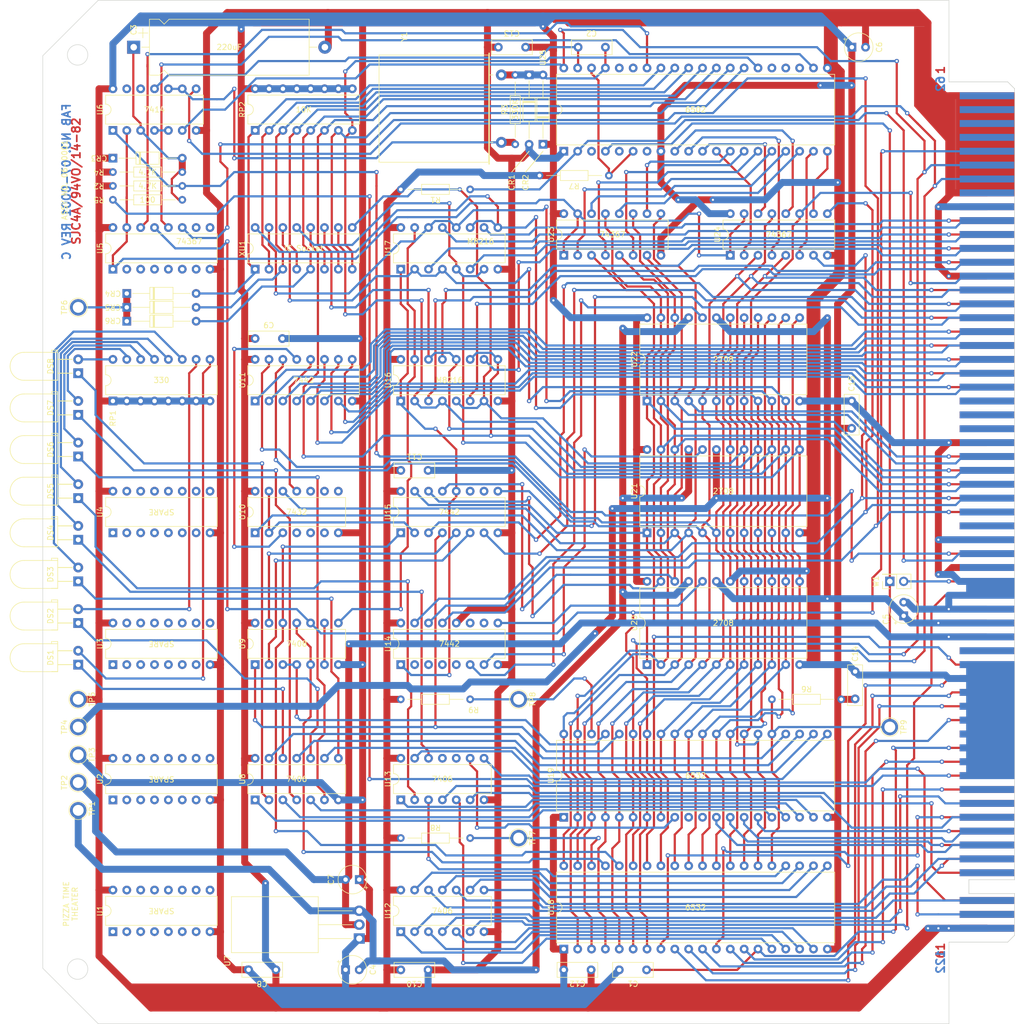
<source format=kicad_pcb>
(kicad_pcb (version 20221018) (generator pcbnew)
  (layers (0 "F.Cu" signal) (31 "B.Cu" signal) (34 "B.Paste" user) (35 "F.Paste" user) (36 "B.SilkS" user "B.Silkscreen") (37 "F.SilkS" user "F.Silkscreen") (38 "B.Mask" user) (39 "F.Mask" user) (44 "Edge.Cuts" user))
  (net 0 "")
  (net 1 "PROG in")
  (net 2 "GND")
  (net 3 "Net-(CR3-A)")
  (net 4 "-5V")
  (net 5 "+12V")
  (net 6 "+5V")
  (net 7 "-12V")
  (net 8 "Net-(CR1-K)")
  (net 9 "Net-(CR4-K)")
  (net 10 "Net-(CR4-A)")
  (net 11 "Net-(CR5-A)")
  (net 12 "Net-(CR6-A)")
  (net 13 "Net-(DS1-K)")
  (net 14 "Net-(DS1-A)")
  (net 15 "Net-(DS2-K)")
  (net 16 "Net-(DS2-A)")
  (net 17 "Net-(DS3-K)")
  (net 18 "Net-(DS3-A)")
  (net 19 "Net-(DS4-K)")
  (net 20 "Net-(DS4-A)")
  (net 21 "Net-(DS5-K)")
  (net 22 "Net-(DS5-A)")
  (net 23 "Net-(DS6-K)")
  (net 24 "Net-(DS6-A)")
  (net 25 "Net-(DS7-K)")
  (net 26 "Net-(DS7-A)")
  (net 27 "Net-(DS8-K)")
  (net 28 "Net-(DS8-A)")
  (net 30 "DB0")
  (net 31 "DB2")
  (net 32 "DB4")
  (net 33 "DB6")
  (net 34 "BA1")
  (net 35 "BA3")
  (net 36 "XPRT")
  (net 37 "BS1")
  (net 38 "BS3")
  (net 39 "BS5")
  (net 40 "BS7")
  (net 41 "BS9")
  (net 45 "BA4")
  (net 46 "BA6")
  (net 47 "BA8")
  (net 48 "BA10")
  (net 49 "BA12")
  (net 52 "{slash}HOLD in")
  (net 53 "{slash}IRQ out")
  (net 54 "DIAG out")
  (net 57 "MIKE SW.")
  (net 58 "CHEER in")
  (net 59 "B'DAY in")
  (net 60 "INTRO in")
  (net 61 "SPEC in")
  (net 63 "NEXT in")
  (net 64 "{slash}RESET")
  (net 65 "SKIP in")
  (net 67 "DIAG in")
  (net 68 "AGC 8")
  (net 69 "AGC 2")
  (net 70 "B'DAY out")
  (net 71 "CHEER out")
  (net 72 "RESET out")
  (net 78 "R{slash}~{W}")
  (net 79 "PHI2")
  (net 81 "DB1")
  (net 82 "DB3")
  (net 83 "DB5")
  (net 84 "DB7")
  (net 85 "BA0")
  (net 86 "BA2")
  (net 87 "UART")
  (net 88 "AUDIO")
  (net 89 "BS2")
  (net 90 "BS4")
  (net 91 "BS6")
  (net 92 "BS8")
  (net 93 "BS10")
  (net 97 "BA5")
  (net 98 "BA7")
  (net 99 "BA9")
  (net 100 "BA11")
  (net 103 "RDY")
  (net 106 "NEXT out")
  (net 107 "PROG out")
  (net 108 "AGC 4")
  (net 109 "AGC 1")
  (net 110 "INTRO out")
  (net 112 "SKIP out")
  (net 113 "SPEC out")
  (net 114 "Net-(R3-Pad1)")
  (net 115 "{slash}IRQ")
  (net 116 "Net-(U18-CS1)")
  (net 117 "Net-(U19-CS1)")
  (net 118 "Net-(RP2-R2.1)")
  (net 119 "Net-(RP2-R4.1)")
  (net 120 "Net-(RP2-R6.1)")
  (net 121 "Net-(RP2-R7.1)")
  (net 122 "Net-(RP2-R8.1)")
  (net 123 "A0")
  (net 124 "A1")
  (net 125 "A2")
  (net 126 "A3")
  (net 127 "A4")
  (net 128 "A5")
  (net 129 "A6")
  (net 130 "A7")
  (net 131 "A8")
  (net 132 "A9")
  (net 133 "A10")
  (net 134 "A11")
  (net 135 "A12")
  (net 136 "cpu R{slash}~{W}")
  (net 137 "Net-(U14-0)")
  (net 138 "D6")
  (net 139 "D7")
  (net 140 "D4")
  (net 141 "D5")
  (net 142 "D2")
  (net 143 "D3")
  (net 144 "D0")
  (net 145 "D1")
  (net 146 "Net-(U23-OEa)")
  (net 155 "Net-(U6-Pad4)")
  (net 156 "Net-(U19-PA1)")
  (net 157 "Net-(U19-PB7)")
  (net 158 "Net-(U19-PB6)")
  (net 159 "Net-(U19-PB5)")
  (net 160 "Net-(U19-PB2)")
  (net 161 "Net-(U19-PB1)")
  (net 162 "Net-(U19-PB0)")
  (net 163 "{slash}STACK")
  (net 164 "{slash}U19")
  (net 165 "Net-(U19-~{CS2})")
  (net 166 "Net-(U18-~{CS2})")
  (net 167 "Net-(U9-Pad6)")
  (net 168 "{slash}RAM")
  (net 169 "{slash}U18")
  (net 170 "{slash}CARDS")
  (net 171 "Net-(U11-A2)")
  (net 178 "Net-(U11-A3)")
  (net 179 "Net-(U18-PB6)")
  (net 180 "Net-(U18-PB5)")
  (net 181 "Net-(U18-PB4)")
  (net 182 "Net-(U18-PB3)")
  (net 183 "Net-(U18-PB2)")
  (net 184 "Net-(U18-PB1)")
  (net 185 "Net-(U19-PB4)")
  (net 186 "Net-(U18-PB0)")
  (net 187 "Net-(U18-PB7)")
  (net 190 "Net-(U19-PB3)")
  (net 195 "{slash}CS U22")
  (net 196 "{slash}CS U21")
  (net 197 "{slash}CS U20")
  (net 204 "Net-(U16-IN{slash}~{OUT})")
  (net 205 "Net-(U25-02)")
  (net 206 "Net-(U25-SO)")
  (net 274 "{slash}RESET in")
  (footprint "Evan's parts:LED_D5.0mm_Horizontal_O3.81mm_Z15.0mm reversed" (layer "F.Cu") (at 48.26 129.54 -90)
    (fp_text reference "DS1")
    (fp_text value "LED")
  )
  (footprint "Diode_THT:D_DO-35_SOD27_P12.70mm_Horizontal" (layer "F.Cu") (at 57.15 69.215)
    (fp_text reference "CR6")
    (fp_text value "1N914")
  )
  (footprint "Package_DIP:DIP-24_W15.24mm" (layer "F.Cu") (at 152.4 132.08 90)
    (fp_text reference "U20")
    (fp_text value "2708")
  )
  (footprint "Connector_PinSocket_2.54mm:PinSocket_2x01_P2.54mm_Vertical" (layer "F.Cu") (at 196.85 116.84 180)
    (fp_text reference "W1")
    (fp_text value "IRQ")
  )
  (footprint "Capacitor_THT:CP_Radial_Tantal_D5.0mm_P2.50mm" (layer "F.Cu") (at 199.39 123.15 90)
    (fp_text reference "C5")
    (fp_text value "4.7uF")
  )
  (footprint "Capacitor_THT:C_Rect_L7.2mm_W2.5mm_P5.00mm_FKS2_FKP2_MKS2_MKP2" (layer "F.Cu") (at 84.455 187.94 180)
    (fp_text reference "C8")
    (fp_text value "100nF")
  )
  (footprint "Diode_THT:D_DO-35_SOD27_P12.70mm_Horizontal" (layer "F.Cu") (at 57.15 66.675)
    (fp_text reference "CR5")
    (fp_text value "1N914")
  )
  (footprint "Package_TO_SOT_THT:TO-220-3_Horizontal_TabDown" (layer "F.Cu") (at 95.9 182.225 90)
    (fp_text reference "U7")
    (fp_text value "LM7905_TO220")
  )
  (footprint "Package_DIP:DIP-16_W7.62mm" (layer "F.Cu") (at 107.315 83.82 90)
    (fp_text reference "U16")
    (fp_text value "M8216")
  )
  (footprint "Package_DIP:DIP-16_W7.62mm" (layer "F.Cu") (at 80.645 83.82 90)
    (fp_text reference "U11")
    (fp_text value "7442")
  )
  (footprint "Package_DIP:DIP-14_W7.62mm" (layer "F.Cu") (at 80.645 132.08 90)
    (fp_text reference "U9")
    (fp_text value "7408")
  )
  (footprint "Package_DIP:DIP-40_W15.24mm" (layer "F.Cu") (at 137.16 38.1 90)
    (fp_text reference "U25")
    (fp_text value "6502")
  )
  (footprint "Capacitor_THT:CP_Axial_L29.0mm_D10.0mm_P35.00mm_Horizontal" (layer "F.Cu") (at 58.42 19.05)
    (fp_text reference "C3")
    (fp_text value "220uF")
  )
  (footprint "Package_DIP:DIP-16_W7.62mm" (layer "F.Cu") (at 137.16 57.15 90)
    (fp_text reference "U23")
    (fp_text value "74367")
  )
  (footprint "Capacitor_THT:C_Rect_L7.2mm_W2.5mm_P5.00mm_FKS2_FKP2_MKS2_MKP2" (layer "F.Cu") (at 152.32 187.96 180)
    (fp_text reference "C1")
    (fp_text value "100nF")
  )
  (footprint "Diode_THT:D_DO-35_SOD27_P12.70mm_Horizontal" (layer "F.Cu") (at 133.35 36.83 90)
    (fp_text reference "CR2")
    (fp_text value "1N914")
  )
  (footprint "Package_DIP:DIP-16_W7.62mm" (layer "F.Cu") (at 80.645 59.69 90)
    (fp_text reference "XU1")
    (fp_text value "IC Socket")
  )
  (footprint "TestPoint:TestPoint_Plated_Hole_D2.0mm" (layer "F.Cu") (at 48.26 66.675)
    (fp_text reference "TP6")
    (fp_text value "~{0/2/4}")
  )
  (footprint "Capacitor_THT:C_Rect_L7.2mm_W2.5mm_P5.00mm_FKS2_FKP2_MKS2_MKP2" (layer "F.Cu") (at 144.78 19.05 180)
    (fp_text reference "C2")
    (fp_text value "10pF")
  )
  (footprint "Evan's parts:LED_D5.0mm_Horizontal_O3.81mm_Z15.0mm reversed" (layer "F.Cu") (at 48.26 114.3 -90)
    (fp_text reference "DS3")
    (fp_text value "LED")
  )
  (footprint "Evan's parts:R_Axial_DIN0204_L3.6mm_D1.6mm_P12.7mm_Horizontal" (layer "F.Cu") (at 109.855 45.085)
    (fp_text reference "R1")
    (fp_text value "4.7K")
  )
  (footprint "Package_DIP:DIP-16_W7.62mm" (layer "F.Cu") (at 54.61 156.845 90)
    (fp_text reference "U2")
    (fp_text value "SPARE")
  )
  (footprint "Package_DIP:DIP-16_W7.62mm" (layer "F.Cu") (at 54.61 107.95 90)
    (fp_text reference "U4")
    (fp_text value "SPARE")
  )
  (footprint "Capacitor_THT:C_Rect_L7.2mm_W2.5mm_P5.00mm_FKS2_FKP2_MKS2_MKP2" (layer "F.Cu") (at 189.865 88.82 90)
    (fp_text reference "C15")
    (fp_text value "100nF")
  )
  (footprint "TestPoint:TestPoint_Plated_Hole_D2.0mm" (layer "F.Cu") (at 128.905 138.43)
    (fp_text reference "TP8")
    (fp_text value "U19 CS")
  )
  (footprint "TestPoint:TestPoint_Plated_Hole_D2.0mm" (layer "F.Cu") (at 48.26 138.43)
    (fp_text reference "TP5")
    (fp_text value "+5v")
  )
  (footprint "Package_DIP:DIP-16_W7.62mm" (layer "F.Cu") (at 107.315 107.95 90)
    (fp_text reference "U15")
    (fp_text value "7442")
  )
  (footprint "Evan's parts:LED_D5.0mm_Horizontal_O3.81mm_Z15.0mm reversed" (layer "F.Cu") (at 48.26 83.82 -90)
    (fp_text reference "DS7")
    (fp_text value "LED")
  )
  (footprint "TestPoint:TestPoint_Plated_Hole_D2.0mm" (layer "F.Cu") (at 48.26 143.51)
    (fp_text reference "TP4")
    (fp_text value "+12v")
  )
  (footprint "Package_DIP:DIP-14_W7.62mm" (layer "F.Cu") (at 107.315 156.835 90)
    (fp_text reference "U13")
    (fp_text value "7406")
  )
  (footprint "Evan's parts:R_Axial_DIN0204_L3.6mm_D1.6mm_P12.7mm_Horizontal" (layer "F.Cu") (at 57.15 44.45)
    (fp_text reference "R2")
    (fp_text value "4.7K")
  )
  (footprint "Evan's parts:R_Axial_DIN0204_L3.6mm_D1.6mm_P12.7mm_Horizontal" (layer "F.Cu") (at 57.15 46.99)
    (fp_text reference "R5")
    (fp_text value "100")
  )
  (footprint "Package_DIP:DIP-14_W7.62mm" (layer "F.Cu") (at 54.61 34.29 90)
    (fp_text reference "U6")
    (fp_text value "7414")
  )
  (footprint "Evan's parts:R_Axial_DIN0204_L3.6mm_D1.6mm_P12.7mm_Horizontal" (layer "F.Cu") (at 128.27 34.29 90)
    (fp_text reference "R3")
    (fp_text value "330K")
  )
  (footprint "Capacitor_THT:C_Rect_L7.2mm_W2.5mm_P5.00mm_FKS2_FKP2_MKS2_MKP2" (layer "F.Cu") (at 107.315 187.96)
    (fp_text reference "C10")
    (fp_text value "100nF")
  )
  (footprint "Package_DIP:DIP-14_W7.62mm" (layer "F.Cu") (at 80.645 107.95 90)
    (fp_text reference "U10")
    (fp_text value "7432")
  )
  (footprint "Package_DIP:DIP-14_W7.62mm" (layer "F.Cu") (at 80.645 156.845 90)
    (fp_text reference "U8")
    (fp_text value "7406")
  )
  (footprint "Evan's parts:LED_D5.0mm_Horizontal_O3.81mm_Z15.0mm reversed" (layer "F.Cu") (at 48.26 121.92 -90)
    (fp_text reference "DS2")
    (fp_text value "LED")
  )
  (footprint "TestPoint:TestPoint_Plated_Hole_D2.0mm" (layer "F.Cu") (at 48.26 158.75)
    (fp_text reference "TP1")
    (fp_text value "-5v")
  )
  (footprint "Package_DIP:DIP-24_W15.24mm" (layer "F.Cu") (at 152.4 107.95 90)
    (fp_text reference "U21")
    (fp_text value "2708")
  )
  (footprint "Package_DIP:DIP-16_W7.62mm" (layer "F.Cu") (at 107.315 132.08 90)
    (fp_text reference "U14")
    (fp_text value "7442")
  )
  (footprint "Capacitor_THT:CP_Radial_Tantal_D5.0mm_P2.50mm" (layer "F.Cu") (at 189.905 19.05)
    (fp_text reference "C6")
    (fp_text value "4.7uF")
  )
  (footprint "Evan's parts:LED_D5.0mm_Horizontal_O3.81mm_Z15.0mm reversed" (layer "F.Cu") (at 48.26 106.68 -90)
    (fp_text reference "DS4")
    (fp_text value "LED")
  )
  (footprint "Capacitor_THT:C_Rect_L7.2mm_W2.5mm_P5.00mm_FKS2_FKP2_MKS2_MKP2" (layer "F.Cu") (at 80.645 72.39)
    (fp_text reference "C9")
    (fp_text value "100nF")
  )
  (footprint "Capacitor_THT:C_Rect_L7.2mm_W2.5mm_P5.00mm_FKS2_FKP2_MKS2_MKP2" (layer "F.Cu") (at 190.5 138.35 90)
    (fp_text reference "C14")
    (fp_text value "100nF")
  )
  (footprint "Evan's parts:R_Axial_DIN0204_L3.6mm_D1.6mm_P12.7mm_Horizontal" (layer "F.Cu") (at 57.15 41.91)
    (fp_text reference "R4")
    (fp_text value "4.7K")
  )
  (footprint "Evan's parts:Chuck_E_Cheese_large_card_edge" (layer "F.Cu") (at 214.63 180.34 90)
    (fp_text reference "J1" hide)
    (fp_text value "CEC card edge connector large")
    (fp_line (start -2.54 3.81) (end -2.54 -6.95) (stroke (width 0.12)) (layer "Edge.Cuts"))
    (fp_line (start -1.27 5.08) (end -2.54 3.81) (stroke (width 0.12)) (layer "Edge.Cuts"))
    (fp_line (start -1.27 5.08) (end 6.35 5.08) (stroke (width 0.12)) (layer "Edge.Cuts"))
    (fp_line (start 6.35 -3.302) (end 8.89 -3.302) (stroke (width 0.12)) (layer "Edge.Cuts"))
    (fp_line (start 6.35 5.08) (end 6.35 -3.302) (stroke (width 0.12)) (layer "Edge.Cuts"))
    (fp_line (start 8.89 -3.302) (end 8.89 5.08) (stroke (width 0.12)) (layer "Edge.Cuts"))
    (fp_line (start 8.89 5.08) (end 153.67 5.08) (stroke (width 0.12)) (layer "Edge.Cuts"))
    (fp_line (start 154.94 3.81) (end 153.67 5.08) (stroke (width 0.12)) (layer "Edge.Cuts"))
    (fp_line (start 154.94 3.81) (end 154.94 -6.95) (stroke (width 0.12)) (layer "Edge.Cuts"))
  )
  (footprint "Evan's parts:R_Axial_DIN0204_L3.6mm_D1.6mm_P12.7mm_Horizontal" (layer "F.Cu") (at 185.42 138.43 180)
    (fp_text reference "R6")
    (fp_text value "4.7K")
  )
  (footprint "Package_DIP:DIP-16_W7.62mm" (layer "F.Cu") (at 107.315 59.69 90)
    (fp_text reference "U17")
    (fp_text value "M8216")
  )
  (footprint "Capacitor_THT:CP_Radial_Tantal_D5.0mm_P2.50mm" (layer "F.Cu") (at 99.71 171.43 180)
    (fp_text reference "C7")
    (fp_text value "4.7uF")
  )
  (footprint "Diode_THT:D_DO-35_SOD27_P12.70mm_Horizontal" (layer "F.Cu") (at 54.61 39.37)
    (fp_text reference "CR3")
    (fp_text value "1N914")
  )
  (footprint "TestPoint:TestPoint_Plated_Hole_D2.0mm" (layer "F.Cu") (at 196.85 143.51)
    (fp_text reference "TP9")
    (fp_text value "IRQ")
  )
  (footprint "Package_DIP:DIP-16_W7.62mm" (layer "F.Cu") (at 54.61 180.965 90)
    (fp_text reference "U1")
    (fp_text value "SPARE")
  )
  (footprint "Package_DIP:DIP-16_W7.62mm" (layer "F.Cu") (at 54.61 132.08 90)
    (fp_text reference "U3")
    (fp_text value "SPARE")
  )
  (footprint "Evan's parts:LED_D5.0mm_Horizontal_O3.81mm_Z15.0mm reversed" (layer "F.Cu") (at 48.26 91.44 -90)
    (fp_text reference "DS6")
    (fp_text value "LED")
  )
  (footprint "Package_DIP:DIP-16_W7.62mm" (layer "F.Cu") (at 80.66 34.28 90)
    (fp_text reference "RP2")
    (fp_text value "10K")
  )
  (footprint "TestPoint:TestPoint_Plated_Hole_D2.0mm" (layer "F.Cu") (at 128.905 163.83)
    (fp_text reference "TP7")
    (fp_text value "U18 CS")
  )
  (footprint "Evan's parts:R_Axial_DIN0204_L3.6mm_D1.6mm_P12.7mm_Horizontal" (layer "F.Cu") (at 135.255 42.545)
    (fp_text reference "R7")
    (fp_text value "4.7K")
  )
  (footprint "Evan's parts:LED_D5.0mm_Horizontal_O3.81mm_Z15.0mm reversed" (layer "F.Cu") (at 48.26 99.06 -90)
    (fp_text reference "DS5")
    (fp_text value "LED")
  )
  (footprint "TestPoint:TestPoint_Plated_Hole_D2.0mm" (layer "F.Cu") (at 48.26 153.67)
    (fp_text reference "TP2")
    (fp_text value "-12v")
  )
  (footprint "Diode_THT:D_DO-35_SOD27_P12.70mm_Horizontal" (layer "F.Cu") (at 130.81 24.13 -90)
    (fp_text reference "CR1")
    (fp_text value "1N914")
  )
  (footprint "Package_DIP:DIP-40_W15.24mm" (layer "F.Cu") (at 137.16 184.15 90)
    (fp_text reference "U18")
    (fp_text value "6532")
  )
  (footprint "Evan's parts:R_Axial_DIN0204_L3.6mm_D1.6mm_P12.7mm_Horizontal" (layer "F.Cu") (at 109.855 138.43)
    (fp_text reference "R9")
    (fp_text value "4.7K")
  )
  (footprint "Capacitor_THT:C_Rect_L7.2mm_W2.5mm_P5.00mm_FKS2_FKP2_MKS2_MKP2" (layer "F.Cu") (at 130.175 19.05 180)
    (fp_text reference "C13")
    (fp_text value "100nF")
  )
  (footprint "Package_DIP:DIP-16_W7.62mm" (layer "F.Cu") (at 54.61 83.82 90)
    (fp_text reference "RP1")
    (fp_text value "330")
  )
  (footprint "Capacitor_THT:CP_Radial_Tantal_D5.0mm_P2.50mm" (layer "F.Cu") (at 97.21 187.94)
    (fp_text reference "C4")
    (fp_text value "4.7uF")
  )
  (footprint "Package_DIP:DIP-24_W15.24mm" (layer "F.Cu") (at 152.4 83.82 90)
    (fp_text reference "U22")
    (fp_text value "2708")
  )
  (footprint "Capacitor_THT:C_Rect_L7.2mm_W2.5mm_P5.00mm_FKS2_FKP2_MKS2_MKP2" (layer "F.Cu") (at 107.315 96.52)
    (fp_text reference "C11")
    (fp_text value "100nF")
  )
  (footprint "Package_DIP:DIP-14_W7.62mm" (layer "F.Cu") (at 107.31 180.965 90)
    (fp_text reference "U12")
    (fp_text value "7406")
  )
  (footprint "Crystal:Crystal_HC33-U_Horizontal" (layer "F.Cu") (at 125.73 24.13 -90)
    (fp_text reference "Y1")
    (fp_text value "1Mhz")
  )
  (footprint "TestPoint:TestPoint_Plated_Hole_D2.0mm" (layer "F.Cu") (at 48.26 148.59)
    (fp_text reference "TP3")
    (fp_text value "GND")
  )
  (footprint "Diode_THT:D_DO-35_SOD27_P12.70mm_Horizontal" (layer "F.Cu") (at 57.15 64.135)
    (fp_text reference "CR4")
    (fp_text value "1N914")
  )
  (footprint "Package_DIP:DIP-16_W7.62mm" (layer "F.Cu") (at 167.64 57.15 90)
    (fp_text reference "U24")
    (fp_text value "74367")
  )
  (footprint "Evan's parts:LED_D5.0mm_Horizontal_O3.81mm_Z15.0mm reversed" (layer "F.Cu") (at 48.26 76.2 -90)
    (fp_text reference "DS8")
    (fp_text value "LED")
  )
  (footprint "Capacitor_THT:C_Rect_L7.2mm_W2.5mm_P5.00mm_FKS2_FKP2_MKS2_MKP2" (layer "F.Cu") (at 142.16 187.96 180)
    (fp_text reference "C12")
    (fp_text value "100nF")
  )
  (footprint "Package_DIP:DIP-40_W15.24mm" (layer "F.Cu") (at 137.16 160.02 90)
    (fp_text reference "U19")
    (fp_text value "6532")
  )
  (footprint "Package_DIP:DIP-16_W7.62mm" (layer "F.Cu") (at 54.61 59.69 90)
    (fp_text reference "U5")
    (fp_text value "74367")
  )
  (footprint "Evan's parts:R_Axial_DIN0204_L3.6mm_D1.6mm_P12.7mm_Horizontal" (layer "F.Cu") (at 109.855 163.83)
    (fp_text reference "R8")
    (fp_text value "4.7K")
  )
  (gr_line (start 130.81 38.1) (end 127.635 41.91) (stroke (width 0.15)) (layer "F.SilkS"))
  (gr_line (start 130.175 41.91) (end 133.35 38.1) (stroke (width 0.15)) (layer "F.SilkS"))
  (gr_line (start 41.78 187.67) (end 41.78 20.61) (stroke (width 0.1)) (layer "Edge.Cuts"))
  (gr_circle (center 48.15 20.46) (end 48.15 18.59) (stroke (width 0.1)) (fill none) (layer "Edge.Cuts"))
  (gr_line (start 207.68 25.4) (end 207.68 10.46) (stroke (width 0.1)) (layer "Edge.Cuts"))
  (gr_line (start 41.78 187.67) (end 51.93 197.82) (stroke (width 0.1)) (layer "Edge.Cuts"))
  (gr_line (start 207.68 182.88) (end 207.68 197.82) (stroke (width 0.1)) (layer "Edge.Cuts"))
  (gr_circle (center 48.15 187.82) (end 48.15 185.95) (stroke (width 0.1)) (fill none) (layer "Edge.Cuts"))
  (gr_line (start 41.78 20.61) (end 51.93 10.46) (stroke (width 0.1)) (layer "Edge.Cuts"))
  (gr_line (start 51.93 197.82) (end 207.68 197.82) (stroke (width 0.1)) (layer "Edge.Cuts"))
  (gr_line (start 51.93 10.46) (end 207.68 10.46) (stroke (width 0.1)) (layer "Edge.Cuts"))
  (gr_text "61" (at 207.01 186.055 90) (layer "F.Cu") (effects (font (size 1.5 1.5) (thickness 0.3) bold) (justify left bottom)))
  (gr_text "SJC4A/94VO/14-82" (at 48.768 55.372 90) (layer "F.Cu") (effects (font (size 1.5 1.5) (thickness 0.3) bold) (justify left bottom)))
  (gr_text "1" (at 207.01 24.13 90) (layer "F.Cu") (effects (font (size 1.5 1.5) (thickness 0.3) bold) (justify left bottom)))
  (gr_text "FAB NO. 07-0001 REV C" (at 46.99 29.21 90) (layer "B.Cu") (effects (font (size 1.5 1.5) (thickness 0.3) bold) (justify left bottom mirror)))
  (gr_text "62" (at 207.01 24.13 90) (layer "B.Cu") (effects (font (size 1.5 1.5) (thickness 0.3) bold) (justify left bottom mirror)))
  (gr_text "122" (at 207.01 184.15 90) (layer "B.Cu") (effects (font (size 1.5 1.5) (thickness 0.3) bold) (justify left bottom mirror)))
  (gr_text "PIZZA TIME\nTHEATER" (at 48.26 175.895 90) (layer "F.SilkS") (effects (font (size 1 1)) (justify bottom)))
  (gr_text "ASSY NO. 06-0001" (at 46.355 50.8 90) (layer "F.SilkS") (effects (font (size 1 1)) (justify left bottom)))
  (segment (start 197.485 180.975) (end 197.955 180.505) (width 0.4) (layer "F.Cu") (net 1))
  (segment (start 214.63 147.32) (end 207.645 147.32) (width 0.4) (layer "F.Cu") (net 1))
  (segment (start 172.72 184.15) (end 168.91 187.96) (width 0.4) (layer "F.Cu") (net 1))
  (segment (start 197.955 180.505) (end 197.955 147.79) (width 0.4) (layer "F.Cu") (net 1))
  (segment (start 168.91 187.96) (end 152.32 187.96) (width 0.4) (layer "F.Cu") (net 1))
  (segment (start 197.955 147.79) (end 197.485 147.32) (width 0.4) (layer "F.Cu") (net 1))
  (via (at 207.645 147.32) (size 0.8) (drill 0.4) (layers "F.Cu" "B.Cu") (net 1))
  (via (at 197.485 180.975) (size 0.8) (drill 0.4) (layers "F.Cu" "B.Cu") (net 1))
  (via (at 197.485 147.32) (size 0.8) (drill 0.4) (layers "F.Cu" "B.Cu") (net 1))
  (segment (start 197.485 147.32) (end 207.645 147.32) (width 0.4) (layer "B.Cu") (net 1))
  (segment (start 173.99 185.42) (end 172.72 184.15) (width 0.4) (layer "B.Cu") (net 1))
  (segment (start 186.69 185.42) (end 173.99 185.42) (width 0.4) (layer "B.Cu") (net 1))
  (segment (start 191.135 180.975) (end 186.69 185.42) (width 0.4) (layer "B.Cu") (net 1))
  (segment (start 197.485 180.975) (end 191.135 180.975) (width 0.4) (layer "B.Cu") (net 1))
  (segment (start 187.96 60.96) (end 187.96 23.495) (width 1.27) (layer "F.Cu") (net 2))
  (segment (start 185.42 22.86) (end 187.325 24.765) (width 1.27) (layer "F.Cu") (net 2))
  (segment (start 72.39 107.95) (end 74.295 107.95) (width 1.27) (layer "F.Cu") (net 2))
  (segment (start 74.295 59.69) (end 74.295 48.26) (width 1.27) (layer "F.Cu") (net 2))
  (segment (start 122.55 180.965) (end 125.085 180.965) (width 1.27) (layer "F.Cu") (net 2))
  (segment (start 71.755 34.29) (end 71.755 16.51) (width 1.27) (layer "F.Cu") (net 2))
  (segment (start 207.645 91.44) (end 205.74 93.345) (width 1.27) (layer "F.Cu") (net 2))
  (segment (start 76.815 187.94) (end 74.295 185.42) (width 1.27) (layer "F.Cu") (net 2))
  (segment (start 125.095 184.15) (end 125.095 180.975) (width 1.27) (layer "F.Cu") (net 2))
  (segment (start 192.405 13.97) (end 190.5 13.97) (width 1.27) (layer "F.Cu") (net 2))
  (segment (start 125.095 180.975) (end 125.095 156.845) (width 1.27) (layer "F.Cu") (net 2))
  (segment (start 74.285 180.965) (end 72.39 180.965) (width 1.27) (layer "F.Cu") (net 2))
  (segment (start 74.295 180.975) (end 74.285 180.965) (width 1.27) (layer "F.Cu") (net 2))
  (segment (start 125.085 156.835) (end 125.095 156.845) (width 1.27) (layer "F.Cu") (net 2))
  (segment (start 74.295 156.845) (end 72.39 156.845) (width 1.27) (layer "F.Cu") (net 2))
  (segment (start 123.19 12.7) (end 201.93 12.7) (width 1.27) (layer "F.Cu") (net 2))
  (segment (start 208.28 45.72) (end 214.63 45.72) (width 1.27) (layer "F.Cu") (net 2))
  (segment (start 183.515 132.08) (end 183.515 65.405) (width 1.27) (layer "F.Cu") (net 2))
  (segment (start 100.33 128.27) (end 100.33 131.445) (width 1.27) (layer "F.Cu") (net 2))
  (segment (start 161.925 46.99) (end 164.465 46.99) (width 1.27) (layer "F.Cu") (net 2))
  (segment (start 72.39 59.69) (end 74.295 59.69) (width 1.27) (layer "F.Cu") (net 2))
  (segment (start 94.055 19.05) (end 94.055 12.775) (width 1.27) (layer "F.Cu") (net 2))
  (segment (start 166.37 75.565) (end 166.37 86.995) (width 0.4) (layer "F.Cu") (net 2))
  (segment (start 207.645 60.96) (end 205.74 59.055) (width 1.27) (layer "F.Cu") (net 2))
  (segment (start 125.095 39.37) (end 123.19 37.465) (width 1.27) (layer "F.Cu") (net 2))
  (segment (start 95.885 107.95) (end 99.695 107.95) (width 1.27) (layer "F.Cu") (net 2))
  (segment (start 154.94 57.15) (end 154.94 53.975) (width 1.27) (layer "F.Cu") (net 2))
  (segment (start 135.255 160.02) (end 135.255 184.15) (width 1.27) (layer "F.Cu") (net 2))
  (segment (start 100.33 170.81) (end 99.71 171.43) (width 1.27) (layer "F.Cu") (net 2))
  (segment (start 74.295 107.95) (end 74.295 132.08) (width 1.27) (layer "F.Cu") (net 2))
  (segment (start 167.64 116.84) (end 167.64 112.395) (width 0.4) (layer "F.Cu") (net 2))
  (segment (start 192.405 19.05) (end 192.405 13.97) (width 1.27) (layer "F.Cu") (net 2))
  (segment (start 187.325 24.765) (end 187.325 25.4) (width 1.27) (layer "F.Cu") (net 2))
  (segment (start 71.755 34.29) (end 69.85 34.29) (width 1.27) (layer "F.Cu") (net 2))
  (segment (start 74.295 48.26) (end 71.755 45.72) (width 1.27) (layer "F.Cu") (net 2))
  (segment (start 201.93 12.7) (end 203.835 14.605) (width 1.27) (layer "F.Cu") (net 2))
  (segment (start 100.33 128.27) (end 100.33 170.81) (width 1.27) (layer "F.Cu") (net 2))
  (segment (start 167.64 112.395) (end 166.37 111.125) (width 0.4) (layer "F.Cu") (net 2))
  (segment (start 205.74 59.055) (end 205.74 48.26) (width 1.27) (layer "F.Cu") (net 2))
  (segment (start 99.695 72.39) (end 100.33 72.39) (width 1.27) (layer "F.Cu") (net 2))
  (segment (start 100.33 83.82) (end 100.33 128.27) (width 1.27) (layer "F.Cu") (net 2))
  (segment (start 127.635 121.92) (end 127.635 132.08) (width 1.27) (layer "F.Cu") (net 2))
  (segment (start 130.81 38.1) (end 129.54 39.37) (width 1.27) (layer "F.Cu") (net 2))
  (segment (start 127.635 83.82) (end 127.635 59.69) (width 1.27) (layer "F.Cu") (net 2))
  (segment (start 214.63 60.96) (end 207.645 60.96) (width 1.27) (layer "F.Cu") (net 2))
  (segment (start 137.16 160.02) (end 135.255 160.02) (width 1.27) (layer "F.Cu") (net 2))
  (segment (start 79.455 187.94) (end 76.815 187.94) (width 1.27) (layer "F.Cu") (net 2))
  (segment (start 117.475 124.46) (end 120.015 121.92) (width 1.27) (layer "F.Cu") (net 2))
  (segment (start 74.295 132.08) (end 74.295 132.715) (width 1.27) (layer "F.Cu") (net 2))
  (segment (start 182.245 132.08) (end 182.245 107.95) (width 1.27) (layer "F.Cu") (net 2))
  (segment (start 186.69 22.225) (end 186.69 13.97) (width 1.27) (layer "F.Cu") (net 2))
  (segment (start 166.37 111.125) (end 166.37 104.14) (width 0.4) (layer "F.Cu") (net 2))
  (segment (start 185.42 22.86) (end 185.42 13.97) (width 1.27) (layer "F.Cu") (net 2))
  (segment (start 167.64 74.295) (end 166.37 75.565) (width 0.4) (layer "F.Cu") (net 2))
  (segment (start 205.74 48.26) (end 208.28 45.72) (width 1.27) (layer "F.Cu") (net 2))
  (segment (start 205.74 109.22) (end 205.74 115.57) (width 1.27) (layer "F.Cu") (net 2))
  (segment (start 167.64 88.265) (end 167.64 92.71) (width 0.4) (layer "F.Cu") (net 2))
  (segment (start 125.095 132.08) (end 127.635 132.08) (width 1.27) (layer "F.Cu") (net 2))
  (segment (start 74.295 132.08) (end 72.39 132.08) (width 1.27) (layer "F.Cu") (net 2))
  (segment (start 167.64 68.58) (end 167.64 74.295) (width 0.4) (layer "F.Cu") (net 2))
  (segment (start 187.325 60.325) (end 187.325 57.15) (width 1.27) (layer "F.Cu") (net 2))
  (segment (start 208.28 114.3) (end 214.63 114.3) (width 1.27) (layer "F.Cu") (net 2))
  (segment (start 93.98 12.7) (end 123.19 12.7) (width 1.27) (layer "F.Cu") (net 2))
  (segment (start 74.295 185.42) (end 74.295 180.975) (width 1.27) (layer "F.Cu") (net 2))
  (segment (start 123.19 19.05) (end 123.19 12.7) (width 1.27) (layer "F.Cu") (net 2))
  (segment (start 130.81 36.83) (end 130.81 38.1) (width 1.27) (layer "F.Cu") (net 2))
  (segment (start 187.96 23.495) (end 187.325 22.86) (width 1.27) (layer "F.Cu") (net 2))
  (segment (start 125.095 107.95) (end 127.635 107.95) (width 1.27) (layer "F.Cu") (net 2))
  (segment (start 180.34 132.08) (end 182.245 132.08) (width 1.27) (layer "F.Cu") (net 2))
  (segment (start 125.095 137.16) (end 127.635 134.62) (width 1.27) (layer "F.Cu") (net 2))
  (segment (start 125.085 180.965) (end 125.095 180.975) (width 1.27) (layer "F.Cu") (net 2))
  (segment (start 187.325 22.86) (end 186.69 22.225) (width 1.27) (layer "F.Cu") (net 2))
  (segment (start 167.64 102.87) (end 167.64 92.71) (width 0.4) (layer "F.Cu") (net 2))
  (segment (start 187.325 13.97) (end 187.96 14.605) (width 1.27) (layer "F.Cu") (net 2))
  (segment (start 99.71 182.225) (end 101.58 182.225) (width 1.27) (layer "F.Cu") (net 2))
  (segment (start 185.42 57.15) (end 187.325 57.15) (width 1.27) (layer "F.Cu") (net 2))
  (segment (start 185.42 13.97) (end 186.69 13.97) (width 1.27) (layer "F.Cu") (net 2))
  (segment (start 187.325 25.4) (end 187.325 22.86) (width 1.27) (layer "F.Cu") (net 2))
  (segment (start 71.755 16.51) (end 75.565 12.7) (width 1.27) (layer "F.Cu") (net 2))
  (segment (start 129.54 39.37) (end 127.635 39.37) (width 1.27) (layer "F.Cu") (net 2))
  (segment (start 120.015 121.92) (end 127.635 121.92) (width 1.27) (layer "F.Cu") (net 2))
  (segment (start 123.19 37.465) (end 123.19 19.05) (width 1.27) (layer "F.Cu") (net 2))
  (segment (start 203.835 14.605) (end 203.835 24.765) (width 1.27) (layer "F.Cu") (net 2))
  (segment (start 101.58 173.3) (end 99.71 171.43) (width 1.27) (layer "F.Cu") (net 2))
  (segment (start 127.635 121.92) (end 127.635 107.95) (width 1.27) (layer "F.Cu") (net 2))
  (segment (start 214.63 91.44) (end 207.645 91.44) (width 1.27) (layer "F.Cu") (net 2))
  (segment (start 112.315 187.96) (end 121.285 187.96) (width 1.27) (layer "F.Cu") (net 2))
  (segment (start 207.01 115.57) (end 208.28 114.3) (width 1.27) (layer "F.Cu") (net 2))
  (segment (start 187.325 57.15) (end 187.325 25.4) (width 1.27) (layer "F.Cu") (net 2))
  (segment (start 75.565 12.7) (end 93.98 12.7) (width 1.27) (layer "F.Cu") (net 2))
  (segment (start 127.635 59.69) (end 127.635 39.37) (width 1.27) (layer "F.Cu") (net 2))
  (segment (start 71.755 45.72) (end 71.755 34.29) (width 1.27) (layer "F.Cu") (net 2))
  (segment (start 127.635 134.62) (end 127.635 132.08) (width 1.27) (layer "F.Cu") (net 2))
  (segment (start 100.33 72.39) (end 100.33 14.605) (width 1.27) (layer "F.Cu") (net 2))
  (segment (start 135.255 184.15) (end 137.16 184.15) (width 1.27) (layer "F.Cu") (net 2))
  (segment (start 182.245 65.405) (end 187.325 60.325) (width 1.27) (layer "F.Cu") (net 2))
  (segment (start 125.095 83.82) (end 127.635 83.82) (width 1.27) (layer "F.Cu") (net 2))
  (segment (start 122.555 156.835) (end 125.085 156.835) (width 1.27) (layer "F.Cu") (net 2))
  (segment (start 166.37 86.995) (end 167.64 88.265) (width 0.4) (layer "F.Cu") (net 2))
  (segment (start 185.42 22.86) (end 187.325 22.86) (width 1.27) (layer "F.Cu") (net 2))
  (segment (start 137.16 187.96) (end 137.16 184.15) (width 1.27) (layer "F.Cu") (net 2))
  (segment (start 154.94 53.975) (end 161.925 46.99) (width 1.27) (layer "F.Cu") (net 2))
  (segment (start 203.835 24.765) (end 207.01 27.94) (width 1.27) (layer "F.Cu") (net 2))
  (segment (start 186.69 13.97) (end 187.325 13.97) (width 1.27) (layer "F.Cu") (net 2))
  (segment (start 183.515 65.405) (end 187.96 60.96) (width 1.27) (layer "F.Cu") (net 2))
  (segment (start 180.34 107.95) (end 182.245 107.95) (width 1.27) (layer "F.Cu") (net 2))
  (segment (start 100.33 83.82) (end 98.425 83.82) (width 1.27) (layer "F.Cu") (net 2))
  (segment (start 182.245 132.08) (end 183.515 132.08) (width 1.27) (layer "F.Cu") (net 2))
  (segment (start 127.635 107.95) (end 127.635 83.82) (width 1.27) (layer "F.Cu") (net 2))
  (segment (start 207.01 27.94) (end 214.63 27.94) (width 1.27) (layer "F.Cu") (net 2))
  (segment (start 74.295 156.845) (end 74.295 180.975) (width 1.27) (layer "F.Cu") (net 2))
  (segment (start 74.295 132.715) (end 74.295 156.845) (width 1.27) (layer "F.Cu") (net 2))
  (segment (start 100.33 14.605) (end 100.965 13.97) (width 1.27) (layer "F.Cu") (net 2))
  (segment (start 74.295 107.95) (end 74.295 59.69) (width 1.27) (layer "F.Cu") (net 2))
  (segment (start 127.635 39.37) (end 125.095 39.37) (width 1.27) (layer "F.Cu") (net 2))
  (segment (start 101.58 182.225) (end 101.58 173.3) (width 1.27) (layer "F.Cu") (net 2))
  (segment (start 205.74 115.57) (end 207.01 115.57) (width 1.27) (layer "F.Cu") (net 2))
  (segment (start 125.095 156.845) (end 125.095 137.16) (width 1.27) (layer "F.Cu") (net 2))
  (segment (start 94.055 12.775) (end 93.98 12.7) (width 1.27) (layer "F.Cu") (net 2))
  (segment (start 205.74 93.345) (end 205.74 109.22) (width 1.27) (layer "F.Cu") (net 2))
  (segment (start 125.175 19.05) (end 123.19 19.05) (width 1.27) (layer "F.Cu") (net 2))
  (segment (start 100.33 83.82) (end 100.33 72.39) (width 1.27) (layer "F.Cu") (net 2))
  (segment (start 166.37 104.14) (end 167.64 102.87) (width 0.4) (layer "F.Cu") (net 2))
  (segment (start 182.245 107.95) (end 182.245 65.405) (width 1.27) (layer "F.Cu") (net 2))
  (segment (start 125.095 59.69) (end 127.635 59.69) (width 1.27) (layer "F.Cu") (net 2))
  (segment (start 121.285 187.96) (end 125.095 184.15) (width 1.27) (layer "F.Cu") (net 2))
  (via (at 127.635 96.52) (size 0.8) (drill 0.4) (layers "F.Cu" "B.Cu") (net 2))
  (via (at 207.645 91.44) (size 0.8) (drill 0.4) (layers "F.Cu" "B.Cu") (net 2))
  (via (at 205.74 109.22) (size 0.8) (drill 0.4) (layers "F.Cu" "B.Cu") (net 2))
  (via (at 99.695 72.39) (size 0.8) (drill 0.4) (layers "F.Cu" "B.Cu") (net 2))
  (via (at 100.33 132.08) (size 0.8) (drill 0.4) (layers "F.Cu" "B.Cu") (net 2))
  (via (at 187.325 43.815) (size 0.8) (drill 0.4) (layers "F.Cu" "B.Cu") (net 2))
  (via (at 207.645 121.92) (size 0.8) (drill 0.4) (layers "F.Cu" "B.Cu") (net 2))
  (via (at 181.61 114.935) (size 0.8) (drill 0.4) (layers "F.Cu" "B.Cu") (net 2))
  (via (at 205.74 115.57) (size 0.8) (drill 0.4) (layers "F.Cu" "B.Cu") (net 2))
  (via (at 207.645 60.96) (size 0.8) (drill 0.4) (layers "F.Cu" "B.Cu") (net 2))
  (via (at 164.465 46.99) (size 0.8) (drill 0.4) (layers "F.Cu" "B.Cu") (net 2))
  (via (at 205.74 48.26) (size 0.8) (drill 0.4) (layers "F.Cu" "B.Cu") (net 2))
  (via (at 100.33 156.845) (size 0.8) (drill 0.4) (layers "F.Cu" "B.Cu") (net 2))
  (segment (start 207.645 134.62) (end 207.01 133.985) (width 1.27) (layer "B.Cu") (net 2))
  (segment (start 83.185 191.77) (end 85.725 194.31) (width 1.27) (layer "B.Cu") (net 2))
  (segment (start 83.24 191.715) (end 83.185 191.77) (width 1.27) (layer "B.Cu") (net 2))
  (segment (start 48.26 148.59) (end 53.34 153.67) (width 1.27) (layer "B.Cu") (net 2))
  (segment (start 112.395 191.77) (end 112.315 191.69) (width 1.27) (layer "B.Cu") (net 2))
  (segment (start 137.16 187.96) (end 137.16 191.77) (width 1.27) (layer "B.Cu") (net 2))
  (segment (start 137.16 191.77) (end 113.665 191.77) (width 1.27) (layer "B.Cu") (net 2))
  (segment (start 53.34 153.67) (end 92.71 153.67) (width 1.27) (layer "B.Cu") (net 2))
  (segment (start 135.89 39.37) (end 132.21863 39.37) (width 1.27) (layer "B.Cu") (net 2))
  (segment (start 209.55 116.84) (end 208.28 115.57) (width 1.27) (layer "B.Cu") (net 2))
  (segment (start 208.28 115.57) (end 205.74 115.57) (width 1.27) (layer "B.Cu") (net 2))
  (segment (start 207.645 121.92) (end 201.295 121.92) (width 1.27) (layer "B.Cu") (net 2))
  (segment (start 85.645 72.39) (end 99.695 72.39) (width 1.27) (layer "B.Cu") (net 2))
  (segment (start 137.16 38.1) (end 135.89 39.37) (width 1.27) (layer "B.Cu") (net 2))
  (segment (start 97.21 184.73) (end 97.21 187.94) (width 1.27) (layer "B.Cu") (net 2))
  (segment (start 85.725 194.31) (end 140.97 194.31) (width 1.27) (layer "B.Cu") (net 2))
  (segment (start 143.51 191.77) (end 137.16 191.77) (width 1.27) (layer "B.Cu") (net 2))
  (segment (start 79.215 187.8) (end 83.185 191.77) (width 1.27) (layer "B.Cu") (net 2))
  (segment (start 112.315 96.52) (end 127.635 96.52) (width 1.27) (layer "B.Cu") (net 2))
  (segment (start 97.21 191.715) (end 83.24 191.715) (width 1.27) (layer "B.Cu") (net 2))
  (segment (start 132.21863 39.37) (end 130.81 37.96137) (width 1.27) (layer "B.Cu") (net 2))
  (segment (start 97.79 191.77) (end 97.265 191.77) (width 1.27) (layer "B.Cu") (net 2))
  (segment (start 95.885 156.845) (end 100.33 156.845) (width 1.27) (layer "B.Cu") (net 2))
  (segment (start 214.63 119.38) (end 207.645 119.38) (width 1.27) (layer "B.Cu") (net 2))
  (segment (start 169.545 114.935) (end 181.61 114.935) (width 1.27) (layer "B.Cu") (net 2))
  (segment (start 112.315 187.96) (end 112.315 191.69) (width 1.27) (layer "B.Cu") (net 2))
  (segment (start 99.71 182.23) (end 97.21 184.73) (width 1.27) (layer "B.Cu") (net 2))
  (segment (start 147.32 187.96) (end 143.51 191.77) (width 1.27) (layer "B.Cu") (net 2))
  (segment (start 214.63 121.92) (end 207.645 121.92) (width 1.27) (layer "B.Cu") (net 2))
  (segment (start 197.485 91.44) (end 207.645 91.44) (width 1.27) (layer "B.Cu") (net 2))
  (segment (start 214.63 116.84) (end 209.55 116.84) (width 1.27) (layer "B.Cu") (net 2))
  (segment (start 173.99 46.99) (end 177.165 43.815) (width 1.27) (layer "B.Cu") (net 2))
  (segment (start 113.665 191.77) (end 97.79 191.77) (width 1.27) (layer "B.Cu") (net 2))
  (segment (start 164.465 46.99) (end 173.99 46.99) (width 1.27) (layer "B.Cu") (net 2))
  (segment (start 214.63 48.26) (end 205.74 48.26) (width 1.27) (layer "B.Cu") (net 2))
  (segment (start 95.885 132.08) (end 99.695 132.08) (width 1.27) (layer "B.Cu") (net 2))
  (segment (start 207.01 133.985) (end 191.135 133.985) (width 1.27) (layer "B.Cu") (net 2))
  (segment (start 92.71 153.67) (end 95.885 156.845) (width 1.27) (layer "B.Cu") (net 2))
  (segment (start 190.5 133.35) (end 191.135 133.985) (width 1.27) (layer "B.Cu") (net 2))
  (segment (start 189.865 83.82) (end 197.485 91.44) (width 1.27) (layer "B.Cu") (net 2))
  (segment (start 177.165 43.815) (end 187.325 43.815) (width 1.27) (layer "B.Cu") (net 2))
  (segment (start 190.5 133.35) (end 189.23 132.08) (width 1.27) (layer "B.Cu") (net 2))
  (segment (start 113.665 191.77) (end 112.395 191.77) (width 1.27) (layer "B.Cu") (net 2))
  (segment (start 140.97 194.31) (end 143.51 191.77) (width 1.27) (layer "B.Cu") (net 2))
  (segment (start 137.16 191.77) (end 137.16 192.405) (width 1.27) (layer "B.Cu") (net 2))
  (segment (start 207.645 134.62) (end 214.63 134.62) (width 1.27) (layer "B.Cu") (net 2))
  (segment (start 180.34 83.82) (end 189.865 83.82) (width 1.27) (layer "B.Cu") (net 2))
  (segment (start 214.63 109.22) (end 205.74 109.22) (width 1.27) (layer "B.Cu") (net 2))
  (segment (start 200.025 120.65) (end 199.39 120.65) (width 1.27) (layer "B.Cu") (net 2))
  (segment (start 99.695 132.08) (end 100.33 132.08) (width 1.27) (layer "B.Cu") (net 2))
  (segment (start 99.71 182.225) (end 99.71 182.23) (width 1.27) (layer "B.Cu") (net 2))
  (segment (start 130.81 37.96137) (end 130.81 36.83) (width 1.27) (layer "B.Cu") (net 2))
  (segment (start 201.295 121.92) (end 200.025 120.65) (width 1.27) (layer "B.Cu") (net 2))
  (segment (start 189.23 132.08) (end 180.34 132.08) (width 1.27) (layer "B.Cu") (net 2))
  (segment (start 207.645 119.38) (end 207.645 121.92) (width 1.27) (layer "B.Cu") (net 2))
  (segment (start 97.21 187.94) (end 97.21 191.715) (width 1.27) (layer "B.Cu") (net 2))
  (segment (start 167.64 116.84) (end 169.545 114.935) (width 1.27) (layer "B.Cu") (net 2))
  (segment (start 97.265 191.77) (end 97.21 191.715) (width 1.27) (layer "B.Cu") (net 2))
  (segment (start 67.31 41.91) (end 66.675 41.91) (width 0.4) (layer "F.Cu") (net 3))
  (segment (start 66.675 41.91) (end 65.405 43.18) (width 0.4) (layer "F.Cu") (net 3))
  (segment (start 58.35 31.68) (end 59.69 33.02) (width 0.4) (layer "F.Cu") (net 3))
  (segment (start 66.675 46.99) (end 67.31 46.99) (width 0.4) (layer "F.Cu") (net 3))
  (segment (start 59.69 33.02) (end 59.69 34.29) (width 0.4) (layer "F.Cu") (net 3))
  (segment (start 67.31 39.37) (end 67.31 41.91) (width 1.27) (layer "F.Cu") (net 3))
  (segment (start 65.405 43.18) (end 65.405 45.72) (width 0.4) (layer "F.Cu") (net 3))
  (segment (start 58.35 19.755) (end 58.35 31.68) (width 0.4) (layer "F.Cu") (net 3))
  (segment (start 65.405 45.72) (end 66.675 46.99) (width 0.4) (layer "F.Cu") (net 3))
  (segment (start 64.77 39.37) (end 67.31 39.37) (width 0.4) (layer "B.Cu") (net 3))
  (segment (start 59.69 34.29) (end 64.77 39.37) (width 0.4) (layer "B.Cu") (net 3))
  (segment (start 132.08 139.7) (end 132.08 187.325) (width 1.27) (layer "F.Cu") (net 4))
  (segment (start 147.955 118.745) (end 147.955 123.825) (width 1.27) (layer "F.Cu") (net 4))
  (segment (start 147.955 123.825) (end 132.08 139.7) (width 1.27) (layer "F.Cu") (net 4))
  (segment (start 132.08 187.325) (end 132.08 187.96) (width 1.27) (layer "F.Cu") (net 4))
  (segment (start 160.02 100.33) (end 158.75 101.6) (width 1.27) (layer "F.Cu") (net 4))
  (segment (start 147.955 118.745) (end 147.955 70.485) (width 1.27) (layer "F.Cu") (net 4))
  (segment (start 160.02 92.71) (end 160.02 100.33) (width 1.27) (layer "F.Cu") (net 4))
  (via (at 147.955 101.6) (size 0.8) (drill 0.4) (layers "F.Cu" "B.Cu") (net 4))
  (via (at 147.955 118.745) (size 0.8) (drill 0.4) (layers "F.Cu" "B.Cu") (net 4))
  (via (at 158.75 101.6) (size 0.8) (drill 0.4) (layers "F.Cu" "B.Cu") (net 4))
  (via (at 147.955 70.485) (size 0.8) (drill 0.4) (layers "F.Cu" "B.Cu") (net 4))
  (via (at 132.08 187.96) (size 0.8) (drill 0.4) (layers "F.Cu" "B.Cu") (net 4))
  (segment (start 132.08 187.96) (end 116.84 187.96) (width 1.27) (layer "B.Cu") (net 4))
  (segment (start 101.325 186.325) (end 99.71 187.94) (width 1.27) (layer "B.Cu") (net 4))
  (segment (start 103.505 186.325) (end 102.505 186.325) (width 1.27) (layer "B.Cu") (net 4))
  (segment (start 157.48 71.12) (end 160.02 68.58) (width 1.27) (layer "B.Cu") (net 4))
  (segment (start 148.59 71.12) (end 157.48 71.12) (width 1.27) (layer "B.Cu") (net 4))
  (segment (start 102.235 186.055) (end 102.235 179.07) (width 1.27) (layer "B.Cu") (net 4))
  (segment (start 115.205 186.325) (end 116.84 187.96) (width 1.27) (layer "B.Cu") (net 4))
  (segment (start 102.505 186.325) (end 102.235 186.055) (width 1.27) (layer "B.Cu") (net 4))
  (segment (start 147.955 70.485) (end 148.59 71.12) (width 1.27) (layer "B.Cu") (net 4))
  (segment (start 100.31 177.145) (end 99.71 177.145) (width 1.27) (layer "B.Cu") (net 4))
  (segment (start 158.75 101.6) (end 147.955 101.6) (width 1.27) (layer "B.Cu") (net 4))
  (segment (start 103.505 186.325) (end 101.325 186.325) (width 1.27) (layer "B.Cu") (net 4))
  (segment (start 157.48 119.38) (end 160.02 116.84) (width 1.27) (layer "B.Cu") (net 4))
  (segment (start 48.26 165.1) (end 52.705 169.545) (width 1.27) (layer "B.Cu") (net 4))
  (segment (start 147.955 118.745) (end 148.59 119.38) (width 1.27) (layer "B.Cu") (net 4))
  (segment (start 103.505 186.325) (end 115.205 186.325) (width 1.27) (layer "B.Cu") (net 4))
  (segment (start 52.705 169.545) (end 83.185 169.545) (width 1.27) (layer "B.Cu") (net 4))
  (segment (start 148.59 119.38) (end 157.48 119.38) (width 1.27) (layer "B.Cu") (net 4))
  (segment (start 90.785 177.145) (end 99.71 177.145) (width 1.27) (layer "B.Cu") (net 4))
  (segment (start 83.185 169.545) (end 90.785 177.145) (width 1.27) (layer "B.Cu") (net 4))
  (segment (start 48.26 158.75) (end 48.26 165.1) (width 1.27) (layer "B.Cu") (net 4))
  (segment (start 102.235 179.07) (end 100.31 177.145) (width 1.27) (layer "B.Cu") (net 4))
  (segment (start 185.42 101.6) (end 185.42 120.015) (width 1.27) (layer "F.Cu") (net 5))
  (segment (start 185.42 68.58) (end 185.42 101.6) (width 1.27) (layer "F.Cu") (net 5))
  (segment (start 146.05 123.19) (end 142.875 126.365) (width 1.27) (layer "F.Cu") (net 5))
  (segment (start 165.1 101.6) (end 165.1 92.71) (width 1.27) (layer "F.Cu") (net 5))
  (segment (start 214.63 124.46) (end 205.74 124.46) (width 1.27) (layer "F.Cu") (net 5))
  (segment (start 146.05 103.505) (end 146.05 123.19) (width 1.27) (layer "F.Cu") (net 5))
  (via (at 185.42 101.6) (size 0.8) (drill 0.4) (layers "F.Cu" "B.Cu") (net 5))
  (via (at 205.74 124.46) (size 0.8) (drill 0.4) (layers "F.Cu" "B.Cu") (net 5))
  (via (at 165.1 101.6) (size 0.8) (drill 0.4) (layers "F.Cu" "B.Cu") (net 5))
  (via (at 142.875 126.365) (size 0.8) (drill 0.4) (layers "F.Cu" "B.Cu") (net 5))
  (via (at 146.05 103.505) (size 0.8) (drill 0.4) (layers "F.Cu" "B.Cu") (net 5))
  (via (at 185.42 68.58) (size 0.8) (drill 0.4) (layers "F.Cu" "B.Cu") (net 5))
  (via (at 185.42 120.015) (size 0.8) (drill 0.4) (layers "F.Cu" "B.Cu") (net 5))
  (segment (start 199.35 123.15) (end 196.215 120.015) (width 1.27) (layer "B.Cu") (net 5))
  (segment (start 52.07 139.7) (end 48.26 143.51) (width 1.27) (layer "B.Cu") (net 5))
  (segment (start 199.39 123.15) (end 199.35 123.15) (width 1.27) (layer "B.Cu") (net 5))
  (segment (start 186.055 120.015) (end 185.42 120.015) (width 1.27) (layer "B.Cu") (net 5))
  (segment (start 133.985 135.255) (end 120.015 135.255) (width 1.27) (layer "B.Cu") (net 5))
  (segment (start 92.075 139.7) (end 52.07 139.7) (width 1.27) (layer "B.Cu") (net 5))
  (segment (start 186.69 120.015) (end 186.055 120.015) (width 1.27) (layer "B.Cu") (net 5))
  (segment (start 167.64 71.12) (end 165.1 68.58) (width 1.27) (layer "B.Cu") (net 5))
  (segment (start 200.7 124.46) (end 199.39 123.15) (width 1.27) (layer "B.Cu") (net 5))
  (segment (start 109.22 136.525) (end 108.585 135.89) (width 1.27) (layer "B.Cu") (net 5))
  (segment (start 165.1 101.6) (end 163.195 103.505) (width 1.27) (layer "B.Cu") (net 5))
  (segment (start 185.42 120.015) (end 168.275 120.015) (width 1.27) (layer "B.Cu") (net 5))
  (segment (start 205.74 124.46) (end 200.7 124.46) (width 1.27) (layer "B.Cu") (net 5))
  (segment (start 214.63 124.46) (end 205.74 124.46) (width 1.27) (layer "B.Cu") (net 5))
  (segment (start 118.745 136.525) (end 109.22 136.525) (width 1.27) (layer "B.Cu") (net 5))
  (segment (start 142.875 126.365) (end 133.985 135.255) (width 1.27) (layer "B.Cu") (net 5))
  (segment (start 168.275 120.015) (end 165.1 116.84) (width 1.27) (layer "B.Cu") (net 5))
  (segment (start 163.195 103.505) (end 146.05 103.505) (width 1.27) (layer "B.Cu") (net 5))
  (segment (start 185.42 101.6) (end 165.1 101.6) (width 1.27) (layer "B.Cu") (net 5))
  (segment (start 108.585 135.89) (end 95.885 135.89) (width 1.27) (layer "B.Cu") (net 5))
  (segment (start 167.64 71.12) (end 182.88 71.12) (width 1.27) (layer "B.Cu") (net 5))
  (segment (start 196.215 120.015) (end 186.69 120.015) (width 1.27) (layer "B.Cu") (net 5))
  (segment (start 120.015 135.255) (end 118.745 136.525) (width 1.27) (layer "B.Cu") (net 5))
  (segment (start 182.88 71.12) (end 185.42 68.58) (width 1.27) (layer "B.Cu") (net 5))
  (segment (start 95.885 135.89) (end 92.075 139.7) (width 1.27) (layer "B.Cu") (net 5))
  (segment (start 130.175 19.05) (end 135.255 19.05) (width 1.27) (layer "F.Cu") (net 6))
  (segment (start 78.74 100.33) (end 78.74 76.2) (width 1.27) (layer "F.Cu") (net 6))
  (segment (start 187.325 159.385) (end 187.325 184.15) (width 1.27) (layer "F.Cu") (net 6))
  (segment (start 187.325 159.385) (end 187.325 88.9) (width 1.27) (layer "F.Cu") (net 6))
  (segment (start 78.74 76.2) (end 80.645 76.2) (width 1.27) (layer "F.Cu") (net 6))
  (segment (start 154.94 38.1) (end 154.94 43.815) (width 1.27) (layer "F.Cu") (net 6))
  (segment (start 135.255 19.685) (end 135.255 17.145) (width 1.27) (layer "F.Cu") (net 6))
  (segment (start 52.07 138.43) (end 52.07 149.225) (width 1.27) (layer "F.Cu") (net 6))
  (segment (start 54.61 124.46) (end 52.07 124.46) (width 1.27) (layer "F.Cu") (net 6))
  (segment (start 207.645 180.34) (end 205.74 180.34) (width 1.27) (layer "F.Cu") (net 6))
  (segment (start 80.645 124.46) (end 78.74 124.46) (width 1.27) (layer "F.Cu") (net 6))
  (segment (start 104.785 149.215) (end 104.775 149.225) (width 1.27) (layer "F.Cu") (net 6))
  (segment (start 154.94 30.48) (end 159.385 26.035) (width 1.27) (layer "F.Cu") (net 6))
  (segment (start 104.785 173.345) (end 104.775 173.355) (width 1.27) (layer "F.Cu") (net 6))
  (segment (start 107.315 149.215) (end 104.785 149.215) (width 1.27) (layer "F.Cu") (net 6))
  (segment (start 135.255 19.685) (end 135.255 36.83) (width 1.27) (layer "F.Cu") (net 6))
  (segment (start 135.255 62.23) (end 135.255 65.405) (width 1.27) (layer "F.Cu") (net 6))
  (segment (start 189.905 26.075) (end 189.905 63.46) (width 1.27) (layer "F.Cu") (net 6))
  (segment (start 104.775 187.96) (end 104.775 194.945) (width 1.27) (layer "F.Cu") (net 6))
  (segment (start 107.315 187.96) (end 104.775 187.96) (width 1.27) (layer "F.Cu") (net 6))
  (segment (start 152.4 92.71) (end 150.495 92.71) (width 1.27) (layer "F.Cu") (net 6))
  (segment (start 48.26 138.43) (end 52.07 138.43) (width 1.27) (layer "F.Cu") (net 6))
  (segment (start 103.505 194.945) (end 84.455 194.945) (width 1.27) (layer "F.Cu") (net 6))
  (segment (start 187.29 66.075) (end 187.29 88.23) (width 1.27) (layer "F.Cu") (net 6))
  (segment (start 135.255 19.05) (end 135.255 19.685) (width 1.27) (layer "F.Cu") (net 6))
  (segment (start 84.455 187.94) (end 84.455 194.945) (width 1.27) (layer "F.Cu") (net 6))
  (segment (start 82.55 172.085) (end 78.74 168.275) (width 1.27) (layer "F.Cu") (net 6))
  (segment (start 52.07 87.63) (end 52.07 100.33) (width 1.27) (layer "F.Cu") (net 6))
  (segment (start 135.255 42.545) (end 135.255 49.53) (width 1.27) (layer "F.Cu") (net 6))
  (segment (start 54.61 100.33) (end 52.07 100.33) (width 1.27) (layer "F.Cu") (net 6))
  (segment (start 185.42 184.15) (end 187.325 184.15) (width 1.27) (layer "F.Cu") (net 6))
  (segment (start 135.255 36.83) (end 135.255 42.545) (width 1.27) (layer "F.Cu") (net 6))
  (segment (start 187.29 88.23) (end 187.325 88.265) (width 1.27) (layer "F.Cu") (net 6))
  (segment (start 107.315 138.43) (end 104.775 138.43) (width 1.27) (layer "F.Cu") (net 6))
  (segment (start 52.07 26.67) (end 54.61 26.67) (width 1.27) (layer "F.Cu") (net 6))
  (segment (start 189.905 63.46) (end 187.29 66.075) (width 1.27) (layer "F.Cu") (net 6))
  (segment (start 54.61 39.37) (end 52.07 39.37) (width 1.27) (layer "F.Cu") (net 6))
  (segment (start 104.775 100.33) (end 104.775 124.46) (width 1.27) (layer "F.Cu") (net 6))
  (segment (start 132.715 42.545) (end 135.255 42.545) (width 1.27) (layer "F.Cu") (net 6))
  (segment (start 189.865 26.035) (end 189.905 26.075) (width 1.27) (layer "F.Cu") (net 6))
  (segment (start 52.07 100.33) (end 52.07 124.46) (width 1.27) (layer "F.Cu") (net 6))
  (segment (start 54.61 44.45) (end 52.07 44.45) (width 1.27) (layer "F.Cu") (net 6))
  (segment (start 80.66 26.66) (end 78.115 26.66) (width 1.27) (layer "F.Cu") (net 6))
  (segment (start 104.775 138.43) (end 104.775 149.225) (width 1.27) (layer "F.Cu") (net 6))
  (segment (start 78.74 64.135) (end 78.105 63.5) (width 1.27) (layer "F.Cu") (net 6))
  (segment (start 107.315 45.085) (end 104.775 47.625) (width 1.27) (layer "F.Cu") (net 6))
  (segment (start 52.07 52.705) (end 52.705 52.07) (width 1.27) (layer "F.Cu") (net 6))
  (segment (start 135.255 17.145) (end 133.35 15.24) (width 1.27) (layer "F.Cu") (net 6))
  (segment (start 137.16 49.53) (end 135.255 49.53) (width 1.27) (layer "F.Cu") (net 6))
  (segment (start 142.16 187.96) (end 142.16 194.39) (width 1.27) (layer "F.Cu") (net 6))
  (segment (start 78.115 26.66) (end 78.105 26.67) (width 1.27) (layer "F.Cu") (net 6))
  (segment (start 57.4675 190.8175) (end 52.07 185.42) (width 1.27) (layer "F.Cu") (net 6))
  (segment (start 52.07 149.225) (end 52.07 173.355) (width 1.27) (layer "F.Cu") (net 6))
  (segment (start 107.315 76.2) (end 104.775 76.2) (width 1.27) (layer "F.Cu") (net 6))
  (segment (start 52.07 124.46) (end 52.07 138.43) (width 1.27) (layer "F.Cu") (net 6))
  (segment (start 78.105 63.5) (end 78.105 26.67) (width 1.27) (layer "F.Cu") (net 6))
  (segment (start 107.315 96.52) (end 104.775 96.52) (width 1.27) (layer "F.Cu") (net 6))
  (segment (start 52.07 39.37) (end 52.07 38.735) (width 1.27) (layer "F.Cu") (net 6))
  (segment (start 52.07 41.91) (end 52.07 44.45) (width 1.27) (layer "F.Cu") (net 6))
  (segment (start 104.775 158.115) (end 104.775 161.29) (width 1.27) (layer "F.Cu") (net 6))
  (segment (start 104.775 124.46) (end 104.775 138.43) (width 1.27) (layer "F.Cu") (net 6))
  (segment (start 84.455 194.945) (end 61.595 194.945) (width 1.27) (layer "F.Cu") (net 6))
  (segment (start 104.775 173.355) (end 104.775 187.96) (width 1.27) (layer "F.Cu") (net 6))
  (segment (start 154.94 38.1) (end 154.94 30.48) (width 1.27) (layer "F.Cu") (net 6))
  (segment (start 52.07 52.705) (end 52.07 83.82) (width 1.27) (layer "F.Cu") (net 6))
  (segment (start 57.75 191.1) (end 57.4675 190.8175) (width 1.27) (layer "F.Cu") (net 6))
  (segment (start 104.775 76.2) (end 104.775 96.52) (width 1.27) (layer "F.Cu") (net 6))
  (segment (start 54.61 173.345) (end 52.08 173.345) (width 1.27) (layer "F.Cu") (net 6))
  (segment (start 159.385 26.035) (end 184.15 26.035) (width 1.27) (layer "F.Cu") (net 6))
  (segment (start 104.775 194.945) (end 103.505 194.945) (width 1.27) (layer "F.Cu") (net 6))
  (segment (start 54.61 149.225) (end 52.07 149.225) (width 1.27) (layer "F.Cu") (net 6))
  (segment (start 187.96 138.43) (end 190.42 138.43) (width 1.27) (layer "F.Cu") (net 6))
  (segment (start 78.105 15.748) (end 78.105 26.67) (width 1.27) (layer "F.Cu") (net 6))
  (segment (start 80.645 100.33) (end 78.74 100.33) (width 1.27) (layer "F.Cu") (net 6))
  (segment (start 191.135 194.945) (end 205.74 180.34) (width 1.27) (layer "F.Cu") (net 6))
  (segment (start 107.31 173.345) (end 104.785 173.345) (width 1.27) (layer "F.Cu") (net 6))
  (segment (start 187.325 160.02) (end 187.325 159.385) (width 1.27) (layer "F.Cu") (net 6))
  (segment (start 190.42 138.43) (end 190.5 138.35) (width 1.27) (layer "F.Cu") (net 6))
  (segment (start 52.07 185.42) (end 52.07 173.355) (width 1.27) (layer "F.Cu") (net 6))
  (segment (start 78.74 150.495) (end 78.74 124.46) (width 1.27) (layer "F.Cu") (net 6))
  (segment (start 107.315 163.83) (end 104.775 163.83) (width 1.27) (layer "F.Cu") (net 6))
  (segment (start 187.405 88.82) (end 187.325 88.9) (width 1.27) (layer "F.Cu") (net 6))
  (segment (start 189.865 88.82) (end 187.405 88.82) (width 1.27) (layer "F.Cu") (net 6))
  (segment (start 205.74 180.34) (end 203.835 180.34) (width 1.27) (layer "F.Cu") (net 6))
  (segment (start 214.63 180.34) (end 207.645 180.34) (width 1.27) (layer "F.Cu") (net 6))
  (segment (start 52.07 44.45) (end 52.07 52.705) (width 1.27) (layer "F.Cu") (net 6))
  (segment (start 52.07 38.735) (end 52.07 41.91) (width 1.27) (layer "F.Cu") (net 6))
  (segment (start 54.61 41.91) (end 52.07 41.91) (width 1.27) (layer "F.Cu") (net 6))
  (segment (start 152.4 68.58) (end 150.495 68.58) (width 1.27) (layer "F.Cu") (net 6))
  (segment (start 187.325 88.265) (end 187.325 88.9) (width 1.27) (layer "F.Cu") (net 6))
  (segment (start 78.74 72.39) (end 78.74 64.135) (width 1.27) (layer "F.Cu") (net 6))
  (segment (start 52.07 38.735) (end 52.07 26.67) (width 1.27) (layer "F.Cu") (net 6))
  (segment (start 61.595 194.945) (end 57.4675 190.8175) (width 1.27) (layer "F.Cu") (net 6))
  (segment (start 189.905 25.995) (end 189.865 26.035) (width 1.27) (layer "F.Cu") (net 6))
  (segment (start 78.74 149.225) (end 78.74 150.495) (width 1.27) (layer "F.Cu") (net 6))
  (segment (start 133.35 36.83) (end 135.255 36.83) (width 1.27) (layer "F.Cu") (net 6))
  (segment (start 107.315 100.33) (end 104.775 100.33) (width 1.27) (layer "F.Cu") (net 6))
  (segment (start 142.16 194.39) (end 141.605 194.945) (width 1.27) (layer "F.Cu") (net 6))
  (segment (start 52.705 52.07) (end 54.61 52.07) (width 1.27) (layer "F.Cu") (net 6))
  (segment (start 141.605 194.945) (end 191.135 194.945) (width 1.27) (layer "F.Cu") (net 6))
  (segment (start 104.775 161.29) (end 104.775 173.355) (width 1.27) (layer "F.Cu") (net 6))
  (segment (start 103.505 194.945) (end 141.605 194.945) (width 1.27) (layer "F.Cu") (net 6))
  (segment (start 78.74 168.275) (end 78.74 150.495) (width 1.27) (layer "F.Cu") (net 6))
  (segment (start 104.775 47.625) (end 104.775 52.07) (width 1.27) (layer "F.Cu") (net 6))
  (segment (start 78.74 76.2) (end 78.74 72.39) (width 1.27) (layer "F.Cu") (net 6))
  (segment (start 189.905 19.05) (end 189.905 25.995) (width 1.27) (layer "F.Cu") (net 6))
  (segment (start 104.775 96.52) (end 104.775 100.33) (width 1.27) (layer "F.Cu") (net 6))
  (segment (start 54.61 83.82) (end 52.07 83.82) (width 1.27) (layer "F.Cu") (net 6))
  (segment (start 154.94 43.815) (end 158.115 46.99) (width 1.27) (layer "F.Cu") (net 6))
  (segment (start 150.495 116.84) (end 152.4 116.84) (width 1.27) (layer "F.Cu") (net 6))
  (segment (start 104.775 149.225) (end 104.775 158.115) (width 1.27) (layer "F.Cu") (net 6))
  (segment (start 203.835 180.34) (end 193.075 191.1) (width 1.27) (layer "F.Cu") (net 6))
  (segment (start 135.255 49.53) (end 135.255 62.23) (width 1.27) (layer "F.Cu") (net 6))
  (segment (start 107.315 52.07) (end 104.775 52.07) (width 1.27) (layer "F.Cu") (net 6))
  (segment (start 104.775 163.83) (end 104.775 161.29) (width 1.27) (layer "F.Cu") (net 6))
  (segment (start 150.495 68.58) (end 150.495 92.71) (width 1.27) (layer "F.Cu") (net 6))
  (segment (start 104.775 52.07) (end 104.775 76.2) (width 1.27) (layer "F.Cu") (net 6))
  (segment (start 150.495 92.71) (end 150.495 116.84) (width 1.27) (layer "F.Cu") (net 6))
  (segment (start 107.315 124.46) (end 104.775 124.46) (width 1.27) (layer "F.Cu") (net 6))
  (segment (start 78.74 100.33) (end 78.74 124.46) (width 1.27) (layer "F.Cu") (net 6))
  (segment (start 193.075 191.1) (end 57.75 191.1) (width 1.27) (layer "F.Cu") (net 6))
  (segment (start 185.42 160.02) (end 187.325 160.02) (width 1.27) (layer "F.Cu") (net 6))
  (segment (start 52.07 83.82) (end 52.07 87.63) (width 1.27) (layer "F.Cu") (net 6))
  (segment (start 52.08 173.345) (end 52.07 173.355) (width 1.27) (layer "F.Cu") (net 6))
  (segment (start 80.645 72.39) (end 78.74 72.39) (width 1.27) (layer "F.Cu") (net 6))
  (segment (start 80.645 149.225) (end 78.74 149.225) (width 1.27) (layer "F.Cu") (net 6))
  (via (at 135.255 65.405) (size 0.8) (drill 0.4) (layers "F.Cu" "B.Cu") (net 6))
  (via (at 184.15 26.035) (size 0.8) (drill 0.4) (layers "F.Cu" "B.Cu") (net 6))
  (via (at 189.865 26.035) (size 0.8) (drill 0.4) (layers "F.Cu" "B.Cu") (net 6))
  (via (at 203.835 180.34) (size 0.8) (drill 0.4) (layers "F.Cu" "B.Cu") (net 6))
  (via (at 205.74 180.34) (size 0.8) (drill 0.4) (layers "F.Cu" "B.Cu") (net 6))
  (via (at 158.115 46.99) (size 0.8) (drill 0.4) (layers "F.Cu" "B.Cu") (net 6))
  (via (at 78.105 15.748) (size 0.8) (drill 0.4) (layers "F.Cu" "B.Cu") (net 6))
  (via (at 133.35 15.24) (size 0.8) (drill 0.4) (layers "F.Cu" "B.Cu") (net 6))
  (via (at 82.55 172.085) (size 0.8) (drill 0.4) (layers "F.Cu" "B.Cu") (net 6))
  (via (at 207.645 180.34) (size 0.8) (drill 0.4) (layers "F.Cu" "B.Cu") (net 6))
  (segment (start 54.61 83.82) (end 72.39 83.82) (width 1.27) (layer "B.Cu") (net 6))
  (segment (start 59.69 13.335) (end 78.105 13.335) (width 1.27) (layer "B.Cu") (net 6))
  (segment (start 80.66 26.66) (end 98.44 26.66) (width 1.27) (layer "B.Cu") (net 6))
  (segment (start 161.29 46.99) (end 163.83 49.53) (width 1.27) (layer "B.Cu") (net 6))
  (segment (start 54.61 26.67) (end 54.61 18.415) (width 1.27) (layer "B.Cu") (net 6))
  (segment (start 121.92 41.91) (end 110.49 41.91) (width 1.27) (layer "B.Cu") (net 6))
  (segment (start 54.61 18.415) (end 59.69 13.335) (width 1.27) (layer "B.Cu") (net 6))
  (segment (start 132.715 42.545) (end 122.555 42.545) (width 1.27) (layer "B.Cu") (net 6))
  (segment (start 184.19 13.335) (end 189.905 19.05) (width 1.27) (layer "B.Cu") (net 6))
  (segment (start 78.105 13.335) (end 133.35 13.335) (width 1.27) (layer "B.Cu") (net 6))
  (segment (start 189.865 26.035) (end 184.15 26.035) (width 1.27) (layer "B.Cu") (net 6))
  (segment (start 122.555 42.545) (end 121.92 41.91) (width 1.27) (layer "B.Cu") (net 6))
  (segment (start 133.35 13.335) (end 184.19 13.335) (width 1.27) (layer "B.Cu") (net 6))
  (segment (start 78.105 15.748) (end 78.105 13.335) (width 1.27) (layer "B.Cu") (net 6))
  (segment (start 82.55 186.035) (end 82.55 172.085) (width 1.27) (layer "B.Cu") (net 6))
  (segment (start 84.455 187.94) (end 82.55 186.035) (width 1.27) (layer "B.Cu") (net 6))
  (segment (start 163.83 49.53) (end 167.64 49.53) (width 1.27) (layer "B.Cu") (net 6))
  (segment (start 152.4 68.58) (end 138.43 68.58) (width 1.27) (layer "B.Cu") (net 6))
  (segment (start 110.49 41.91) (end 107.315 45.085) (width 1.27) (layer "B.Cu") (net 6))
  (segment (start 203.835 180.34) (end 214.63 180.34) (width 1.27) (layer "B.Cu") (net 6))
  (segment (start 138.43 68.58) (end 135.255 65.405) (width 1.27) (layer "B.Cu") (net 6))
  (segment (start 133.35 15.24) (end 133.35 13.335) (width 1.27) (layer "B.Cu") (net 6))
  (segment (start 158.115 46.99) (end 161.29 46.99) (width 1.27) (layer "B.Cu") (net 6))
  (segment (start 214.63 127) (end 207.645 127) (width 1.27) (layer "F.Cu") (net 7))
  (segment (start 97.21 179.65) (end 97.245 179.685) (width 1.27) (layer "F.Cu") (net 7))
  (segment (start 97.79 128.27) (end 97.79 170.85) (width 1.27) (layer "F.Cu") (net 7))
  (segment (start 97.79 170.85) (end 97.21 171.43) (width 1.27) (layer "F.Cu") (net 7))
  (segment (start 97.245 179.685) (end 99.71 179.685) (width 1.27) (layer "F.Cu") (net 7))
  (segment (start 97.21 171.43) (end 97.21 179.65) (width 1.27) (layer "F.Cu") (net 7))
  (via (at 207.645 127) (size 0.8) (drill 0.4) (layers "F.Cu" "B.Cu") (net 7))
  (via (at 97.79 128.27) (size 0.8) (drill 0.4) (layers "F.Cu" "B.Cu") (net 7))
  (segment (start 55.245 166.37) (end 51.435 162.56) (width 1.27) (layer "B.Cu") (net 7))
  (segment (start 194.31 124.46) (end 140.335 124.46) (width 1.27) (layer "B.Cu") (net 7))
  (segment (start 207.645 127) (end 196.85 127) (width 1.27) (layer "B.Cu") (net 7))
  (segment (start 86.36 166.37) (end 55.245 166.37) (width 1.27) (layer "B.Cu") (net 7))
  (segment (start 196.85 127) (end 194.31 124.46) (width 1.27) (layer "B.Cu") (net 7))
  (segment (start 97.21 171.43) (end 91.42 171.43) (width 1.27) (layer "B.Cu") (net 7))
  (segment (start 51.435 156.845) (end 48.26 153.67) (width 1.27) (layer "B.Cu") (net 7))
  (segment (start 51.435 162.56) (end 51.435 156.845) (width 1.27) (layer "B.Cu") (net 7))
  (segment (start 136.525 128.27) (end 97.79 128.27) (width 1.27) (layer "B.Cu") (net 7))
  (segment (start 214.63 127) (end 207.645 127) (width 1.27) (layer "B.Cu") (net 7))
  (segment (start 140.335 124.46) (end 136.525 128.27) (width 1.27) (layer "B.Cu") (net 7))
  (segment (start 91.42 171.43) (end 86.36 166.37) (width 1.27) (layer "B.Cu") (net 7))
  (segment (start 125.73 24.13) (end 128.27 24.13) (width 1.27) (layer "F.Cu") (net 8))
  (segment (start 144.78 19.05) (end 144.78 22.86) (width 0.4) (layer "F.Cu") (net 8))
  (segment (start 144.78 22.86) (end 142.875 24.765) (width 0.4) (layer "B.Cu") (net 8))
  (segment (start 142.875 24.765) (end 133.985 24.765) (width 0.4) (layer "B.Cu") (net 8))
  (segment (start 133.35 24.13) (end 128.27 24.13) (width 1.27) (layer "B.Cu") (net 8))
  (segment (start 133.985 24.765) (end 133.35 24.13) (width 0.4) (layer "B.Cu") (net 8))
  (segment (start 57.15 64.135) (end 57.15 69.215) (width 1.27) (layer "F.Cu") (net 9))
  (segment (start 48.26 66.675) (end 57.15 66.675) (width 0.4) (layer "B.Cu") (net 9))
  (segment (start 79.445 58.617) (end 80.518 59.69) (width 0.4) (layer "F.Cu") (net 10))
  (segment (start 79.445 35.495) (end 79.445 58.617) (width 0.4) (layer "F.Cu") (net 10))
  (segment (start 80.66 34.28) (end 79.445 35.495) (width 0.4) (layer "F.Cu") (net 10))
  (segment (start 80.518 59.69) (end 80.645 59.69) (width 0.4) (layer "F.Cu") (net 10))
  (segment (start 69.85 64.135) (end 76.835 64.135) (width 0.4) (layer "B.Cu") (net 10))
  (segment (start 101.6 26.035) (end 99.06 28.575) (width 0.4) (layer "B.Cu") (net 10))
  (segment (start 154.94 22.86) (end 151.765 26.035) (width 0.4) (layer "B.Cu") (net 10))
  (segment (start 151.765 26.035) (end 101.6 26.035) (width 0.4) (layer "B.Cu") (net 10))
  (segment (start 99.06 28.575) (end 86.365 28.575) (width 0.4) (layer "B.Cu") (net 10))
  (segment (start 76.835 64.135) (end 80.645 60.325) (width 0.4) (layer "B.Cu") (net 10))
  (segment (start 80.645 60.325) (end 80.645 59.69) (width 0.4) (layer "B.Cu") (net 10))
  (segment (start 86.365 28.575) (end 80.66 34.28) (width 0.4) (layer "B.Cu") (net 10))
  (segment (start 84.525 35.495) (end 84.525 55.245) (width 0.4) (layer "F.Cu") (net 11))
  (segment (start 85.725 59.69) (end 85.725 56.445) (width 0.4) (layer "F.Cu") (net 11))
  (segment (start 85.74 34.28) (end 84.525 35.495) (width 0.4) (layer "F.Cu") (net 11))
  (segment (start 85.725 56.445) (end 84.525 55.245) (width 0.4) (layer "F.Cu") (net 11))
  (segment (start 76.2 66.675) (end 69.85 66.675) (width 0.4) (layer "B.Cu") (net 11))
  (segment (start 102.87 27.305) (end 100.33 29.845) (width 0.4) (layer "B.Cu") (net 11))
  (segment (start 155.575 27.305) (end 102.87 27.305) (width 0.4) (layer "B.Cu") (net 11))
  (segment (start 81.28 61.595) (end 76.2 66.675) (width 0.4) (layer "B.Cu") (net 11))
  (segment (start 85.725 59.69) (end 83.82 61.595) (width 0.4) (layer "B.Cu") (net 11))
  (segment (start 90.175 29.845) (end 85.74 34.28) (width 0.4) (layer "B.Cu") (net 11))
  (segment (start 100.33 29.845) (end 90.175 29.845) (width 0.4) (layer "B.Cu") (net 11))
  (segment (start 83.82 61.595) (end 81.28 61.595) (width 0.4) (layer "B.Cu") (net 11))
  (segment (start 160.02 22.86) (end 155.575 27.305) (width 0.4) (layer "B.Cu") (net 11))
  (segment (start 90.805 59.69) (end 90.805 56.585) (width 0.4) (layer "F.Cu") (net 12))
  (segment (start 89.465 35.635) (end 89.465 55.245) (width 0.4) (layer "F.Cu") (net 12))
  (segment (start 90.82 34.28) (end 89.465 35.635) (width 0.4) (layer "F.Cu") (net 12))
  (segment (start 90.805 56.585) (end 89.465 55.245) (width 0.4) (layer "F.Cu") (net 12))
  (segment (start 75.565 69.215) (end 69.85 69.215) (width 0.4) (layer "B.Cu") (net 12))
  (segment (start 159.385 28.575) (end 104.14 28.575) (width 0.4) (layer "B.Cu") (net 12))
  (segment (start 87.63 62.865) (end 81.915 62.865) (width 0.4) (layer "B.Cu") (net 12))
  (segment (start 100.965 31.75) (end 93.35 31.75) (width 0.4) (layer "B.Cu") (net 12))
  (segment (start 165.1 22.86) (end 159.385 28.575) (width 0.4) (layer "B.Cu") (net 12))
  (segment (start 104.14 28.575) (end 100.965 31.75) (width 0.4) (layer "B.Cu") (net 12))
  (segment (start 93.35 31.75) (end 90.82 34.28) (width 0.4) (layer "B.Cu") (net 12))
  (segment (start 81.915 62.865) (end 75.565 69.215) (width 0.4) (layer "B.Cu") (net 12))
  (segment (start 90.805 59.69) (end 87.63 62.865) (width 0.4) (layer "B.Cu") (net 12))
  (segment (start 85.725 149.225) (end 85.725 136.525) (width 0.4) (layer "F.Cu") (net 13))
  (via (at 85.725 136.525) (size 0.8) (drill 0.4) (layers "F.Cu" "B.Cu") (net 13))
  (segment (start 48.26 132.08) (end 52.705 136.525) (width 0.4) (layer "B.Cu") (net 13))
  (segment (start 52.705 136.525) (end 85.725 136.525) (width 0.4) (layer "B.Cu") (net 13))
  (segment (start 72.39 77.47) (end 72.39 76.2) (width 0.4) (layer "F.Cu") (net 14))
  (segment (start 71.12 78.74) (end 72.39 77.47) (width 0.4) (layer "F.Cu") (net 14))
  (segment (start 71.12 134.62) (end 71.12 78.74) (width 0.4) (layer "F.Cu") (net 14))
  (via (at 71.12 134.62) (size 0.8) (drill 0.4) (layers "F.Cu" "B.Cu") (net 14))
  (segment (start 48.26 129.54) (end 53.34 134.62) (width 0.4) (layer "B.Cu") (net 14))
  (segment (start 53.34 134.62) (end 71.12 134.62) (width 0.4) (layer "B.Cu") (net 14))
  (segment (start 90.805 144.78) (end 90.805 149.225) (width 0.4) (layer "F.Cu") (net 15))
  (segment (start 92.075 143.51) (end 90.805 144.78) (width 0.4) (layer "F.Cu") (net 15))
  (segment (start 92.075 136.525) (end 92.075 143.51) (width 0.4) (layer "F.Cu") (net 15))
  (via (at 92.075 136.525) (size 0.8) (drill 0.4) (layers "F.Cu" "B.Cu") (net 15))
  (segment (start 78.74 134.62) (end 90.17 134.62) (width 0.4) (layer "B.Cu") (net 15))
  (segment (start 71.755 127.635) (end 78.74 134.62) (width 0.4) (layer "B.Cu") (net 15))
  (segment (start 51.435 127.635) (end 71.755 127.635) (width 0.4) (layer "B.Cu") (net 15))
  (segment (start 48.26 124.46) (end 51.435 127.635) (width 0.4) (layer "B.Cu") (net 15))
  (segment (start 90.17 134.62) (end 92.075 136.525) (width 0.4) (layer "B.Cu") (net 15))
  (segment (start 69.85 77.47) (end 69.85 76.2) (width 0.4) (layer "F.Cu") (net 16))
  (segment (start 68.58 121.92) (end 68.58 78.74) (width 0.4) (layer "F.Cu") (net 16))
  (segment (start 68.58 78.74) (end 69.85 77.47) (width 0.4) (layer "F.Cu") (net 16))
  (via (at 68.58 121.92) (size 0.8) (drill 0.4) (layers "F.Cu" "B.Cu") (net 16))
  (segment (start 48.26 121.92) (end 68.58 121.92) (width 0.4) (layer "B.Cu") (net 16))
  (segment (start 95.885 149.225) (end 95.885 134.62) (width 0.4) (layer "F.Cu") (net 17))
  (segment (start 95.885 134.62) (end 94.615 133.35) (width 0.4) (layer "F.Cu") (net 17))
  (segment (start 94.615 133.35) (end 94.615 120.015) (width 0.4) (layer "F.Cu") (net 17))
  (via (at 94.615 120.015) (size 0.8) (drill 0.4) (layers "F.Cu" "B.Cu") (net 17))
  (segment (start 48.26 116.84) (end 51.435 120.015) (width 0.4) (layer "B.Cu") (net 17))
  (segment (start 51.435 120.015) (end 94.615 120.015) (width 0.4) (layer "B.Cu") (net 17))
  (segment (start 43.815 109.855) (end 48.26 114.3) (width 0.4) (layer "B.Cu") (net 18))
  (segment (start 62.23 71.12) (end 47.405888 71.12) (width 0.4) (layer "B.Cu") (net 18))
  (segment (start 67.31 76.2) (end 62.23 71.12) (width 0.4) (layer "B.Cu") (net 18))
  (segment (start 47.405888 71.12) (end 43.815 74.710888) (width 0.4) (layer "B.Cu") (net 18))
  (segment (start 43.815 74.710888) (end 43.815 109.855) (width 0.4) (layer "B.Cu") (net 18))
  (segment (start 112.395 147.955) (end 111.125 146.685) (width 0.4) (layer "F.Cu") (net 19))
  (segment (start 112.395 149.215) (end 112.395 147.955) (width 0.4) (layer "F.Cu") (net 19))
  (segment (start 111.125 146.685) (end 111.125 118.745) (width 0.4) (layer "F.Cu") (net 19))
  (via (at 111.125 118.745) (size 0.8) (drill 0.4) (layers "F.Cu" "B.Cu") (net 19))
  (segment (start 48.26 109.22) (end 57.785 118.745) (width 0.4) (layer "B.Cu") (net 19))
  (segment (start 57.785 118.745) (end 111.125 118.745) (width 0.4) (layer "B.Cu") (net 19))
  (segment (start 44.45 74.924416) (end 46.949416 72.425) (width 0.4) (layer "B.Cu") (net 20))
  (segment (start 46.949416 72.425) (end 60.995 72.425) (width 0.4) (layer "B.Cu") (net 20))
  (segment (start 44.45 102.87) (end 44.45 74.924416) (width 0.4) (layer "B.Cu") (net 20))
  (segment (start 60.995 72.425) (end 64.77 76.2) (width 0.4) (layer "B.Cu") (net 20))
  (segment (start 48.26 106.68) (end 44.45 102.87) (width 0.4) (layer "B.Cu") (net 20))
  (segment (start 109.855 155.575) (end 109.855 156.835) (width 0.4) (layer "F.Cu") (net 21))
  (segment (start 109.22 137.16) (end 109.22 139.7) (width 0.4) (layer "F.Cu") (net 21))
  (segment (start 108.655 154.375) (end 109.855 155.575) (width 0.4) (layer "F.Cu") (net 21))
  (segment (start 109.22 139.7) (end 108.655 140.265) (width 0.4) (layer "F.Cu") (net 21))
  (segment (start 108.585 136.525) (end 109.22 137.16) (width 0.4) (layer "F.Cu") (net 21))
  (segment (start 108.585 116.84) (end 108.585 136.525) (width 0.4) (layer "F.Cu") (net 21))
  (segment (start 108.655 140.265) (end 108.655 154.375) (width 0.4) (layer "F.Cu") (net 21))
  (via (at 108.585 116.84) (size 0.8) (drill 0.4) (layers "F.Cu" "B.Cu") (net 21))
  (segment (start 91.44 118.11) (end 92.71 116.84) (width 0.4) (layer "B.Cu") (net 21))
  (segment (start 51.435 110.49) (end 59.055 118.11) (width 0.4) (layer "B.Cu") (net 21))
  (segment (start 51.435 104.775) (end 51.435 110.49) (width 0.4) (layer "B.Cu") (net 21))
  (segment (start 92.71 116.84) (end 108.585 116.84) (width 0.4) (layer "B.Cu") (net 21))
  (segment (start 59.055 118.11) (end 91.44 118.11) (width 0.4) (layer "B.Cu") (net 21))
  (segment (start 48.26 101.6) (end 51.435 104.775) (width 0.4) (layer "B.Cu") (net 21))
  (segment (start 45.085 95.885) (end 45.085 75.137944) (width 0.4) (layer "B.Cu") (net 22))
  (segment (start 45.085 75.137944) (end 47.197944 73.025) (width 0.4) (layer "B.Cu") (net 22))
  (segment (start 47.197944 73.025) (end 59.055 73.025) (width 0.4) (layer "B.Cu") (net 22))
  (segment (start 48.26 99.06) (end 45.085 95.885) (width 0.4) (layer "B.Cu") (net 22))
  (segment (start 59.055 73.025) (end 62.23 76.2) (width 0.4) (layer "B.Cu") (net 22))
  (segment (start 93.345 144.78) (end 92.075 146.05) (width 0.4) (layer "F.Cu") (net 23))
  (segment (start 93.345 155.575) (end 93.345 156.845) (width 0.4) (layer "F.Cu") (net 23))
  (segment (start 92.075 146.05) (end 92.075 154.305) (width 0.4) (layer "F.Cu") (net 23))
  (segment (start 92.075 97.79) (end 92.075 134.62) (width 0.4) (layer "F.Cu") (net 23))
  (segment (start 92.075 154.305) (end 93.345 155.575) (width 0.4) (layer "F.Cu") (net 23))
  (segment (start 92.075 134.62) (end 93.345 135.89) (width 0.4) (layer "F.Cu") (net 23))
  (segment (start 93.345 135.89) (end 93.345 144.78) (width 0.4) (layer "F.Cu") (net 23))
  (via (at 92.075 97.79) (size 0.8) (drill 0.4) (layers "F.Cu" "B.Cu") (net 23))
  (segment (start 52.07 97.79) (end 92.075 97.79) (width 0.4) (layer "B.Cu") (net 23))
  (segment (start 48.26 93.98) (end 52.07 97.79) (width 0.4) (layer "B.Cu") (net 23))
  (segment (start 48.26 91.44) (end 45.72 88.9) (width 0.4) (layer "B.Cu") (net 24))
  (segment (start 45.72 75.351472) (end 47.411472 73.66) (width 0.4) (layer "B.Cu") (net 24))
  (segment (start 45.72 88.9) (end 45.72 75.351472) (width 0.4) (layer "B.Cu") (net 24))
  (segment (start 59.69 75.565) (end 59.69 76.2) (width 0.4) (layer "B.Cu") (net 24))
  (segment (start 57.785 73.66) (end 59.69 75.565) (width 0.4) (layer "B.Cu") (net 24))
  (segment (start 47.411472 73.66) (end 57.785 73.66) (width 0.4) (layer "B.Cu") (net 24))
  (segment (start 84.455 102.87) (end 84.455 96.52) (width 0.4) (layer "F.Cu") (net 25))
  (segment (start 88.265 156.845) (end 86.995 155.575) (width 0.4) (layer "F.Cu") (net 25))
  (segment (start 86.995 105.41) (end 84.455 102.87) (width 0.4) (layer "F.Cu") (net 25))
  (segment (start 86.995 155.575) (end 86.995 105.41) (width 0.4) (layer "F.Cu") (net 25))
  (via (at 84.455 96.52) (size 0.8) (drill 0.4) (layers "F.Cu" "B.Cu") (net 25))
  (segment (start 48.26 86.36) (end 58.42 96.52) (width 0.4) (layer "B.Cu") (net 25))
  (segment (start 58.42 96.52) (end 84.455 96.52) (width 0.4) (layer "B.Cu") (net 25))
  (segment (start 46.355 75.565) (end 47.625 74.295) (width 0.4) (layer "B.Cu") (net 26))
  (segment (start 46.355 81.915) (end 46.355 75.565) (width 0.4) (layer "B.Cu") (net 26))
  (segment (start 47.625 74.295) (end 55.88 74.295) (width 0.4) (layer "B.Cu") (net 26))
  (segment (start 55.88 74.295) (end 57.15 75.565) (width 0.4) (layer "B.Cu") (net 26))
  (segment (start 48.26 83.82) (end 46.355 81.915) (width 0.4) (layer "B.Cu") (net 26))
  (segment (start 57.15 75.565) (end 57.15 76.2) (width 0.4) (layer "B.Cu") (net 26))
  (segment (start 81.915 155.575) (end 83.185 156.845) (width 0.4) (layer "F.Cu") (net 27))
  (segment (start 81.915 95.25) (end 81.915 155.575) (width 0.4) (layer "F.Cu") (net 27))
  (via (at 81.915 95.25) (size 0.8) (drill 0.4) (layers "F.Cu" "B.Cu") (net 27))
  (segment (start 51.435 86.36) (end 60.325 95.25) (width 0.4) (layer "B.Cu") (net 27))
  (segment (start 60.325 95.25) (end 81.915 95.25) (width 0.4) (layer "B.Cu") (net 27))
  (segment (start 51.435 81.915) (end 51.435 86.36) (width 0.4) (layer "B.Cu") (net 27))
  (segment (start 48.26 78.74) (end 51.435 81.915) (width 0.4) (layer "B.Cu") (net 27))
  (segment (start 54.61 76.2) (end 48.26 76.2) (width 0.4) (layer "B.Cu") (net 28))
  (segment (start 214.63 50.8) (end 207.645 50.8) (width 0.4) (layer "F.Cu") (net 30))
  (via (at 207.645 50.8) (size 0.8) (drill 0.4) (layers "F.Cu" "B.Cu") (net 30))
  (segment (start 159.385 51.435) (end 158.75 52.07) (width 0.4) (layer "B.Cu") (net 30))
  (segment (start 194.945 51.435) (end 159.385 51.435) (width 0.4) (layer "B.Cu") (net 30))
  (segment (start 130.81 53.34) (end 123.825 53.34) (width 0.4) (layer "B.Cu") (net 30))
  (segment (start 123.825 53.34) (end 122.555 52.07) (width 0.4) (layer "B.Cu") (net 30))
  (segment (start 207.645 50.8) (end 195.58 50.8) (width 0.4) (layer "B.Cu") (net 30))
  (segment (start 195.58 50.8) (end 194.945 51.435) (width 0.4) (layer "B.Cu") (net 30))
  (segment (start 132.08 52.07) (end 130.81 53.34) (width 0.4) (layer "B.Cu") (net 30))
  (segment (start 158.75 52.07) (end 132.08 52.07) (width 0.4) (layer "B.Cu") (net 30))
  (segment (start 214.63 53.34) (end 207.645 53.34) (width 0.4) (layer "F.Cu") (net 31))
  (via (at 207.645 53.34) (size 0.8) (drill 0.4) (layers "F.Cu" "B.Cu") (net 31))
  (segment (start 159.385 53.975) (end 194.945 53.975) (width 0.4) (layer "B.Cu") (net 31))
  (segment (start 132.715 54.61) (end 158.75 54.61) (width 0.4) (layer "B.Cu") (net 31))
  (segment (start 195.58 53.34) (end 207.645 53.34) (width 0.4) (layer "B.Cu") (net 31))
  (segment (start 112.395 59.69) (end 116.205 55.88) (width 0.4) (layer "B.Cu") (net 31))
  (segment (start 194.945 53.975) (end 195.58 53.34) (width 0.4) (layer "B.Cu") (net 31))
  (segment (start 131.445 55.88) (end 132.715 54.61) (width 0.4) (layer "B.Cu") (net 31))
  (segment (start 116.205 55.88) (end 131.445 55.88) (width 0.4) (layer "B.Cu") (net 31))
  (segment (start 158.75 54.61) (end 159.385 53.975) (width 0.4) (layer "B.Cu") (net 31))
  (segment (start 214.63 55.88) (end 207.645 55.88) (width 0.4) (layer "F.Cu") (net 32))
  (segment (start 128.905 78.105) (end 128.905 58.42) (width 0.4) (layer "F.Cu") (net 32))
  (via (at 207.645 55.88) (size 0.8) (drill 0.4) (layers "F.Cu" "B.Cu") (net 32))
  (via (at 128.905 58.42) (size 0.8) (drill 0.4) (layers "F.Cu" "B.Cu") (net 32))
  (via (at 128.905 78.105) (size 0.8) (drill 0.4) (layers "F.Cu" "B.Cu") (net 32))
  (segment (start 132.715 58.42) (end 135.185 55.95) (width 0.4) (layer "B.Cu") (net 32))
  (segment (start 135.185 55.95) (end 159.95 55.95) (width 0.4) (layer "B.Cu") (net 32))
  (segment (start 159.95 55.95) (end 160.655 55.245) (width 0.4) (layer "B.Cu") (net 32))
  (segment (start 128.905 58.42) (end 132.715 58.42) (width 0.4) (layer "B.Cu") (net 32))
  (segment (start 124.46 78.105) (end 128.905 78.105) (width 0.4) (layer "B.Cu") (net 32))
  (segment (start 194.945 55.245) (end 195.58 55.88) (width 0.4) (layer "B.Cu") (net 32))
  (segment (start 160.655 55.245) (end 194.945 55.245) (width 0.4) (layer "B.Cu") (net 32))
  (segment (start 195.58 55.88) (end 207.645 55.88) (width 0.4) (layer "B.Cu") (net 32))
  (segment (start 122.555 76.2) (end 124.46 78.105) (width 0.4) (layer "B.Cu") (net 32))
  (segment (start 112.395 82.804) (end 112.395 83.82) (width 0.4) (layer "F.Cu") (net 33))
  (segment (start 214.63 58.42) (end 207.645 58.42) (width 0.4) (layer "F.Cu") (net 33))
  (segment (start 113.665 65.405) (end 113.665 81.534) (width 0.4) (layer "F.Cu") (net 33))
  (segment (start 113.665 81.534) (end 112.395 82.804) (width 0.4) (layer "F.Cu") (net 33))
  (via (at 207.645 58.42) (size 0.8) (drill 0.4) (layers "F.Cu" "B.Cu") (net 33))
  (via (at 113.665 65.405) (size 0.8) (drill 0.4) (layers "F.Cu" "B.Cu") (net 33))
  (segment (start 176.2125 60.0075) (end 175.26 59.055) (width 0.4) (layer "B.Cu") (net 33))
  (segment (start 175.26 59.055) (end 161.925 59.055) (width 0.4) (layer "B.Cu") (net 33))
  (segment (start 135.5725 60.0075) (end 130.81 64.77) (width 0.4) (layer "B.Cu") (net 33))
  (segment (start 120.65 64.77) (end 120.015 65.405) (width 0.4) (layer "B.Cu") (net 33))
  (segment (start 192.7225 60.0075) (end 176.2125 60.0075) (width 0.4) (layer "B.Cu") (net 33))
  (segment (start 130.81 64.77) (end 120.65 64.77) (width 0.4) (layer "B.Cu") (net 33))
  (segment (start 160.9725 60.0075) (end 135.5725 60.0075) (width 0.4) (layer "B.Cu") (net 33))
  (segment (start 194.31 58.42) (end 192.7225 60.0075) (width 0.4) (layer "B.Cu") (net 33))
  (segment (start 120.015 65.405) (end 113.665 65.405) (width 0.4) (layer "B.Cu") (net 33))
  (segment (start 161.925 59.055) (end 160.9725 60.0075) (width 0.4) (layer "B.Cu") (net 33))
  (segment (start 207.645 58.42) (end 194.31 58.42) (width 0.4) (layer "B.Cu") (net 33))
  (segment (start 214.63 63.5) (end 204.47 63.5) (width 0.4) (layer "F.Cu") (net 34))
  (segment (start 167.64 124.968) (end 168.91 123.698) (width 0.4) (layer "F.Cu") (net 34))
  (segment (start 167.64 111.125) (end 167.64 107.95) (width 0.4) (layer "F.Cu") (net 34))
  (segment (start 168.91 123.698) (end 168.91 112.395) (width 0.4) (layer "F.Cu") (net 34))
  (segment (start 167.64 86.995) (end 167.64 83.82) (width 0.4) (layer "F.Cu") (net 34))
  (segment (start 167.64 107.95) (end 167.64 104.14) (width 0.4) (layer "F.Cu") (net 34))
  (segment (start 148.59 177.165) (end 149.86 178.435) (width 0.4) (layer "F.Cu") (net 34))
  (segment (start 167.64 104.14) (end 168.91 102.87) (width 0.4) (layer "F.Cu") (net 34))
  (segment (start 149.86 160.02) (end 149.86 161.925) (width 0.4) (layer "F.Cu") (net 34))
  (segment (start 168.91 102.87) (end 168.91 88.265) (width 0.4) (layer "F.Cu") (net 34))
  (segment (start 149.86 160.02) (end 149.86 153.035) (width 0.4) (layer "F.Cu") (net 34))
  (segment (start 149.86 161.925) (end 148.59 163.195) (width 0.4) (layer "F.Cu") (net 34))
  (segment (start 168.91 74.295) (end 168.91 66.04) (width 0.4) (layer "F.Cu") (net 34))
  (segment (start 168.91 112.395) (end 167.64 111.125) (width 0.4) (layer "F.Cu") (net 34))
  (segment (start 148.59 163.195) (end 148.59 177.165) (width 0.4) (layer "F.Cu") (net 34))
  (segment (start 168.91 88.265) (end 167.64 86.995) (width 0.4) (layer "F.Cu") (net 34))
  (segment (start 168.91 66.04) (end 173.99 60.96) (width 0.4) (layer "F.Cu") (net 34))
  (segment (start 149.86 178.435) (end 149.86 184.15) (width 0.4) (layer "F.Cu") (net 34))
  (segment (start 167.64 132.08) (end 167.64 124.968) (width 0.4) (layer "F.Cu") (net 34))
  (segment (start 148.59 151.765) (end 148.59 142.875) (width 0.4) (layer "F.Cu") (net 34))
  (segment (start 167.64 83.82) (end 167.64 75.565) (width 0.4) (layer "F.Cu") (net 34))
  (segment (start 149.86 153.035) (end 148.59 151.765) (width 0.4) (layer "F.Cu") (net 34))
  (segment (start 167.64 75.565) (end 168.91 74.295) (width 0.4) (layer "F.Cu") (net 34))
  (segment (start 173.99 60.96) (end 177.8 57.15) (width 0.4) (layer "F.Cu") (net 34))
  (via (at 148.59 142.875) (size 0.8) (drill 0.4) (layers "F.Cu" "B.Cu") (net 34))
  (via (at 173.99 60.96) (size 0.8) (drill 0.4) (layers "F.Cu" "B.Cu") (net 34))
  (via (at 204.47 63.5) (size 0.8) (drill 0.4) (layers "F.Cu" "B.Cu") (net 34))
  (segment (start 204.47 63.5) (end 194.31 63.5) (width 0.4) (layer "B.Cu") (net 34))
  (segment (start 153.67 137.795) (end 148.59 142.875) (width 0.4) (layer "B.Cu") (net 34))
  (segment (start 174.2725 61.2425) (end 173.99 60.96) (width 0.4) (layer "B.Cu") (net 34))
  (segment (start 161.925 137.795) (end 153.67 137.795) (width 0.4) (layer "B.Cu") (net 34))
  (segment (start 192.0525 61.2425) (end 174.2725 61.2425) (width 0.4) (layer "B.Cu") (net 34))
  (segment (start 193.675 62.865) (end 192.0525 61.2425) (width 0.4) (layer "B.Cu") (net 34))
  (segment (start 167.64 132.08) (end 161.925 137.795) (width 0.4) (layer "B.Cu") (net 34))
  (segment (start 194.31 63.5) (end 193.675 62.865) (width 0.4) (layer "B.Cu") (net 34))
  (segment (start 163.83 66.04) (end 168.91 60.96) (width 0.4) (layer "F.Cu") (net 35))
  (segment (start 143.51 151.765) (end 143.51 142.875) (width 0.4) (layer "F.Cu") (net 35))
  (segment (start 162.56 82.55) (end 163.83 81.28) (width 0.4) (layer "F.Cu") (net 35))
  (segment (start 163.83 130.81) (end 162.56 132.08) (width 0.4) (layer "F.Cu") (net 35))
  (segment (start 144.78 160.02) (end 144.78 153.035) (width 0.4) (layer "F.Cu") (net 35))
  (segment (start 143.51 165.735) (end 143.51 177.165) (width 0.4) (layer "F.Cu") (net 35))
  (segment (start 162.56 106.68) (end 162.56 107.95) (width 0.4) (layer "F.Cu") (net 35))
  (segment (start 143.51 177.165) (end 144.78 178.435) (width 0.4) (layer "F.Cu") (net 35))
  (segment (start 84.455 94.615) (end 84.455 78.74) (width 0.4) (layer "F.Cu") (net 35))
  (segment (start 144.78 153.035) (end 143.51 151.765) (width 0.4) (layer "F.Cu") (net 35))
  (segment (start 168.91 60.96) (end 172.72 57.15) (width 0.4) (layer "F.Cu") (net 35))
  (segment (start 144.78 164.465) (end 143.51 165.735) (width 0.4) (layer "F.Cu") (net 35))
  (segment (start 85.725 77.47) (end 85.725 76.2) (width 0.4) (layer "F.Cu") (net 35))
  (segment (start 163.83 81.28) (end 163.83 66.04) (width 0.4) (layer "F.Cu") (net 35))
  (segment (start 214.63 66.04) (end 207.645 66.04) (width 0.4) (layer "F.Cu") (net 35))
  (segment (start 162.56 83.82) (end 162.56 82.55) (width 0.4) (layer "F.Cu") (net 35))
  (segment (start 163.83 105.41) (end 162.56 106.68) (width 0.4) (layer "F.Cu") (net 35))
  (segment (start 163.83 88.265) (end 163.83 105.41) (width 0.4) (layer "F.Cu") (net 35))
  (segment (start 162.56 86.995) (end 163.83 88.265) (width 0.4) (layer "F.Cu") (net 35))
  (segment (start 163.83 109.22) (end 163.83 130.81) (width 0.4) (layer "F.Cu") (net 35))
  (segment (start 84.455 78.74) (end 85.725 77.47) (width 0.4) (layer "F.Cu") (net 35))
  (segment (start 162.56 107.95) (end 163.83 109.22) (width 0.4) (layer "F.Cu") (net 35))
  (segment (start 162.56 83.82) (end 162.56 86.995) (width 0.4) (layer "F.Cu") (net 35))
  (segment (start 144.78 160.02) (end 144.78 164.465) (width 0.4) (layer "F.Cu") (net 35))
  (segment (start 144.78 178.435) (end 144.78 184.15) (width 0.4) (layer "F.Cu") (net 35))
  (via (at 143.51 142.875) (size 0.8) (drill 0.4) (layers "F.Cu" "B.Cu") (net 35))
  (via (at 168.91 60.96) (size 0.8) (drill 0.4) (layers "F.Cu" "B.Cu") (net 35))
  (via (at 84.455 94.615) (size 0.8) (drill 0.4) (layers "F.Cu" "B.Cu") (net 35))
  (via (at 207.645 66.04) (size 0.8) (drill 0.4) (layers "F.Cu" "B.Cu") (net 35))
  (segment (start 127.828711 95.25) (end 106.045 95.25) (width 0.4) (layer "B.Cu") (net 35))
  (segment (start 86.36 96.52) (end 84.455 94.615) (width 0.4) (layer "B.Cu") (net 35))
  (segment (start 207.645 66.04) (end 193.04 66.04) (width 0.4) (layer "B.Cu") (net 35))
  (segment (start 171.45 63.5) (end 168.91 60.96) (width 0.4) (layer "B.Cu") (net 35))
  (segment (start 193.04 66.04) (end 190.5 63.5) (width 0.4) (layer "B.Cu") (net 35))
  (segment (start 138.458712 105.88) (end 127.828711 95.25) (width 0.4) (layer "B.Cu") (net 35))
  (segment (start 158.08 136.56) (end 149.825 136.56) (width 0.4) (layer "B.Cu") (net 35))
  (segment (start 190.5 63.5) (end 171.45 63.5) (width 0.4) (layer "B.Cu") (net 35))
  (segment (start 149.825 136.56) (end 143.51 142.875) (width 0.4) (layer "B.Cu") (net 35))
  (segment (start 162.56 132.08) (end 158.08 136.56) (width 0.4) (layer "B.Cu") (net 35))
  (segment (start 161.36 106.75) (end 151.765 106.75) (width 0.4) (layer "B.Cu") (net 35))
  (segment (start 142.71 105.88) (end 138.458712 105.88) (width 0.4) (layer "B.Cu") (net 35))
  (segment (start 104.775 96.52) (end 86.36 96.52) (width 0.4) (layer "B.Cu") (net 35))
  (segment (start 151.765 106.75) (end 143.58 106.75) (width 0.4) (layer "B.Cu") (net 35))
  (segment (start 143.58 106.75) (end 142.71 105.88) (width 0.4) (layer "B.Cu") (net 35))
  (segment (start 162.56 107.95) (end 161.36 106.75) (width 0.4) (layer "B.Cu") (net 35))
  (segment (start 106.045 95.25) (end 104.775 96.52) (width 0.4) (layer "B.Cu") (net 35))
  (segment (start 137.795 90.805) (end 137.795 106.68) (width 0.4) (layer "F.Cu") (net 36))
  (segment (start 139.065 63.5) (end 139.065 89.535) (width 0.4) (layer "F.Cu") (net 36))
  (segment (start 139.065 89.535) (end 137.795 90.805) (width 0.4) (layer "F.Cu") (net 36))
  (segment (start 214.63 68.58) (end 204.47 68.58) (width 0.4) (layer "F.Cu") (net 36))
  (segment (start 137.795 106.68) (end 132.715 111.76) (width 0.4) (layer "F.Cu") (net 36))
  (via (at 139.065 63.5) (size 0.8) (drill 0.4) (layers "F.Cu" "B.Cu") (net 36))
  (via (at 132.715 111.76) (size 0.8) (drill 0.4) (layers "F.Cu" "B.Cu") (net 36))
  (via (at 204.47 68.58) (size 0.8) (drill 0.4) (layers "F.Cu" "B.Cu") (net 36))
  (segment (start 163.195 65.405) (end 161.29 63.5) (width 0.4) (layer "B.Cu") (net 36))
  (segment (start 122.555 107.95) (end 126.365 111.76) (width 0.4) (layer "B.Cu") (net 36))
  (segment (start 161.29 63.5) (end 139.065 63.5) (width 0.4) (layer "B.Cu") (net 36))
  (segment (start 126.365 111.76) (end 132.715 111.76) (width 0.4) (layer "B.Cu") (net 36))
  (segment (start 204.47 68.58) (end 191.77 68.58) (width 0.4) (layer "B.Cu") (net 36))
  (segment (start 191.77 68.58) (end 188.595 65.405) (width 0.4) (layer "B.Cu") (net 36))
  (segment (start 188.595 65.405) (end 163.195 65.405) (width 0.4) (layer "B.Cu") (net 36))
  (segment (start 214.63 71.12) (end 207.645 71.12) (width 0.4) (layer "F.Cu") (net 37))
  (via (at 207.645 71.12) (size 0.8) (drill 0.4) (layers "F.Cu" "B.Cu") (net 37))
  (segment (start 101.81 73.438832) (end 101.81 76.625) (width 0.4) (layer "B.Cu") (net 37))
  (segment (start 101.81 76.625) (end 100.33 78.105) (width 0.4) (layer "B.Cu") (net 37))
  (segment (start 100.33 78.105) (end 86.36 78.105) (width 0.4) (layer "B.Cu") (net 37))
  (segment (start 104.553832 70.695) (end 101.81 73.438832) (width 0.4) (layer "B.Cu") (net 37))
  (segment (start 86.36 78.105) (end 80.645 83.82) (width 0.4) (layer "B.Cu") (net 37))
  (segment (start 189.865 73.66) (end 133.985 73.66) (width 0.4) (layer "B.Cu") (net 37))
  (segment (start 131.02 70.695) (end 104.553832 70.695) (width 0.4) (layer "B.Cu") (net 37))
  (segment (start 207.645 71.12) (end 192.405 71.12) (width 0.4) (layer "B.Cu") (net 37))
  (segment (start 192.405 71.12) (end 189.865 73.66) (width 0.4) (layer "B.Cu") (net 37))
  (segment (start 133.985 73.66) (end 131.02 70.695) (width 0.4) (layer "B.Cu") (net 37))
  (segment (start 214.63 73.66) (end 204.47 73.66) (width 0.4) (layer "F.Cu") (net 38))
  (via (at 204.47 73.66) (size 0.8) (drill 0.4) (layers "F.Cu" "B.Cu") (net 38))
  (segment (start 191.135 74.93) (end 132.715 74.93) (width 0.4) (layer "B.Cu") (net 38))
  (segment (start 88.9 80.645) (end 85.725 83.82) (width 0.4) (layer "B.Cu") (net 38))
  (segment (start 204.47 73.66) (end 192.405 73.66) (width 0.4) (layer "B.Cu") (net 38))
  (segment (start 103.01 79.015888) (end 101.380888 80.645) (width 0.4) (layer "B.Cu") (net 38))
  (segment (start 192.405 73.66) (end 191.135 74.93) (width 0.4) (layer "B.Cu") (net 38))
  (segment (start 101.380888 80.645) (end 88.9 80.645) (width 0.4) (layer "B.Cu") (net 38))
  (segment (start 105.050888 71.895) (end 103.01 73.935888) (width 0.4) (layer "B.Cu") (net 38))
  (segment (start 132.715 74.93) (end 129.68 71.895) (width 0.4) (layer "B.Cu") (net 38))
  (segment (start 103.01 73.935888) (end 103.01 79.015888) (width 0.4) (layer "B.Cu") (net 38))
  (segment (start 129.68 71.895) (end 105.050888 71.895) (width 0.4) (layer "B.Cu") (net 38))
  (segment (start 214.63 76.2) (end 207.645 76.2) (width 0.4) (layer "F.Cu") (net 39))
  (via (at 207.645 76.2) (size 0.8) (drill 0.4) (layers "F.Cu" "B.Cu") (net 39))
  (segment (start 101.807944 81.915) (end 92.71 81.915) (width 0.4) (layer "B.Cu") (net 39))
  (segment (start 104.21 79.512944) (end 101.807944 81.915) (width 0.4) (layer "B.Cu") (net 39))
  (segment (start 92.71 81.915) (end 90.805 83.82) (width 0.4) (layer "B.Cu") (net 39))
  (segment (start 131.445 76.2) (end 128.34 73.095) (width 0.4) (layer "B.Cu") (net 39))
  (segment (start 104.21 74.432944) (end 104.21 79.512944) (width 0.4) (layer "B.Cu") (net 39))
  (segment (start 128.34 73.095) (end 105.547944 73.095) (width 0.4) (layer "B.Cu") (net 39))
  (segment (start 207.645 76.2) (end 131.445 76.2) (width 0.4) (layer "B.Cu") (net 39))
  (segment (start 105.547944 73.095) (end 104.21 74.432944) (width 0.4) (layer "B.Cu") (net 39))
  (segment (start 214.63 78.74) (end 204.47 78.74) (width 0.4) (layer "F.Cu") (net 40))
  (via (at 204.47 78.74) (size 0.8) (drill 0.4) (layers "F.Cu" "B.Cu") (net 40))
  (segment (start 105.41 74.93) (end 105.41 80.01) (width 0.4) (layer "B.Cu") (net 40))
  (segment (start 192.405 78.74) (end 191.135 77.47) (width 0.4) (layer "B.Cu") (net 40))
  (segment (start 106.045 74.295) (end 105.41 74.93) (width 0.4) (layer "B.Cu") (net 40))
  (segment (start 97.79 85.725) (end 95.885 83.82) (width 0.4) (layer "B.Cu") (net 40))
  (segment (start 191.135 77.47) (end 130.175 77.47) (width 0.4) (layer "B.Cu") (net 40))
  (segment (start 204.47 78.74) (end 192.405 78.74) (width 0.4) (layer "B.Cu") (net 40))
  (segment (start 127 74.295) (end 106.045 74.295) (width 0.4) (layer "B.Cu") (net 40))
  (segment (start 99.695 85.725) (end 97.79 85.725) (width 0.4) (layer "B.Cu") (net 40))
  (segment (start 130.175 77.47) (end 127 74.295) (width 0.4) (layer "B.Cu") (net 40))
  (segment (start 105.41 80.01) (end 99.695 85.725) (width 0.4) (layer "B.Cu") (net 40))
  (segment (start 95.885 77.47) (end 95.885 76.2) (width 0.4) (layer "F.Cu") (net 41))
  (segment (start 214.63 81.28) (end 207.645 81.28) (width 0.4) (layer "F.Cu") (net 41))
  (segment (start 94.615 78.74) (end 95.885 77.47) (width 0.4) (layer "F.Cu") (net 41))
  (segment (start 94.615 89.535) (end 94.615 78.74) (width 0.4) (layer "F.Cu") (net 41))
  (via (at 94.615 89.535) (size 0.8) (drill 0.4) (layers "F.Cu" "B.Cu") (net 41))
  (via (at 207.645 81.28) (size 0.8) (drill 0.4) (layers "F.Cu" "B.Cu") (net 41))
  (segment (start 105.837056 81.28) (end 97.582056 89.535) (width 0.4) (layer "B.Cu") (net 41))
  (segment (start 131.445 78.74) (end 128.905 81.28) (width 0.4) (layer "B.Cu") (net 41))
  (segment (start 192.405 81.28) (end 189.865 78.74) (width 0.4) (layer "B.Cu") (net 41))
  (segment (start 207.645 81.28) (end 192.405 81.28) (width 0.4) (layer "B.Cu") (net 41))
  (segment (start 128.905 81.28) (end 105.837056 81.28) (width 0.4) (layer "B.Cu") (net 41))
  (segment (start 97.582056 89.535) (end 94.615 89.535) (width 0.4) (layer "B.Cu") (net 41))
  (segment (start 189.865 78.74) (end 131.445 78.74) (width 0.4) (layer "B.Cu") (net 41))
  (segment (start 142.24 161.925) (end 140.97 163.195) (width 0.4) (layer "F.Cu") (net 45))
  (segment (start 161.29 81.28) (end 161.29 62.23) (width 0.4) (layer "F.Cu") (net 45))
  (segment (start 161.29 62.23) (end 158.115 59.055) (width 0.4) (layer "F.Cu") (net 45))
  (segment (start 160.02 106.68) (end 160.02 107.95) (width 0.4) (layer "F.Cu") (net 45))
  (segment (start 161.29 85.09) (end 161.29 105.41) (width 0.4) (layer "F.Cu") (net 45))
  (segment (start 160.02 83.82) (end 160.02 82.55) (width 0.4) (layer "F.Cu") (net 45))
  (segment (start 154.94 59.055) (end 153.67 57.785) (width 0.4) (layer "F.Cu") (net 45))
  (segment (start 142.24 178.435) (end 142.24 184.15) (width 0.4) (layer "F.Cu") (net 45))
  (segment (start 140.97 163.195) (end 140.97 177.165) (width 0.4) (layer "F.Cu") (net 45))
  (segment (start 154.94 50.292) (end 154.94 49.53) (width 0.4) (layer "F.Cu") (net 45))
  (segment (start 158.115 59.055) (end 154.94 59.055) (width 0.4) (layer "F.Cu") (net 45))
  (segment (start 153.67 51.562) (end 154.94 50.292) (width 0.4) (layer "F.Cu") (net 45))
  (segment (start 142.24 153.035) (end 140.97 151.765) (width 0.4) (layer "F.Cu") (net 45))
  (segment (start 140.97 177.165) (end 142.24 178.435) (width 0.4) (layer "F.Cu") (net 45))
  (segment (start 160.02 107.95) (end 161.29 109.22) (width 0.4) (layer "F.Cu") (net 45))
  (segment (start 142.24 160.02) (end 142.24 153.035) (width 0.4) (layer "F.Cu") (net 45))
  (segment (start 161.29 109.22) (end 161.29 130.81) (width 0.4) (layer "F.Cu") (net 45))
  (segment (start 214.63 93.98) (end 207.645 93.98) (width 0.4) (layer "F.Cu") (net 45))
  (segment (start 161.29 105.41) (end 160.02 106.68) (width 0.4) (layer "F.Cu") (net 45))
  (segment (start 160.02 82.55) (end 161.29 81.28) (width 0.4) (layer "F.Cu") (net 45))
  (segment (start 161.29 130.81) (end 160.02 132.08) (width 0.4) (layer "F.Cu") (net 45))
  (segment (start 160.02 83.82) (end 161.29 85.09) (width 0.4) (layer "F.Cu") (net 45))
  (segment (start 153.67 57.785) (end 153.67 51.562) (width 0.4) (layer "F.Cu") (net 45))
  (segment (start 140.97 151.765) (end 140.97 142.875) (width 0.4) (layer "F.Cu") (net 45))
  (segment (start 142.24 160.02) (end 142.24 161.925) (width 0.4) (layer "F.Cu") (net 45))
  (via (at 140.97 142.875) (size 0.8) (drill 0.4) (layers "F.Cu" "B.Cu") (net 45))
  (via (at 207.645 93.98) (size 0.8) (drill 0.4) (layers "F.Cu" "B.Cu") (net 45))
  (segment (start 198.12 93.98) (end 189.865 85.725) (width 0.4) (layer "B.Cu") (net 45))
  (segment (start 83.82 104.775) (end 80.645 107.95) (width 0.4) (layer "B.Cu") (net 45))
  (segment (start 156.845 111.125) (end 135.89 111.125) (width 0.4) (layer "B.Cu") (net 45))
  (segment (start 129.54 104.775) (end 83.82 104.775) (width 0.4) (layer "B.Cu") (net 45))
  (segment (start 189.865 85.725) (end 161.925 85.725) (width 0.4) (layer "B.Cu") (net 45))
  (segment (start 161.925 85.725) (end 160.02 83.82) (width 0.4) (layer "B.Cu") (net 45))
  (segment (start 207.645 93.98) (end 198.12 93.98) (width 0.4) (layer "B.Cu") (net 45))
  (segment (start 148.59 135.255) (end 140.97 142.875) (width 0.4) (layer "B.Cu") (net 45))
  (segment (start 160.02 107.95) (end 156.845 111.125) (width 0.4) (layer "B.Cu") (net 45))
  (segment (start 135.89 111.125) (end 129.54 104.775) (width 0.4) (layer "B.Cu") (net 45))
  (segment (start 156.845 135.255) (end 148.59 135.255) (width 0.4) (layer "B.Cu") (net 45))
  (segment (start 160.02 132.08) (end 156.845 135.255) (width 0.4) (layer "B.Cu") (net 45))
  (segment (start 147.32 57.15) (end 151.765 61.595) (width 0.4) (layer "F.Cu") (net 46))
  (segment (start 138.43 153.035) (end 137.16 151.765) (width 0.4) (layer "F.Cu") (net 46))
  (segment (start 154.94 99.695) (end 154.94 107.95) (width 0.4) (layer "F.Cu") (net 46))
  (segment (start 137.16 168.91) (end 137.16 163.195) (width 0.4) (layer "F.Cu") (net 46))
  (segment (start 156.21 130.81) (end 154.94 132.08) (width 0.4) (layer "F.Cu") (net 46))
  (segment (start 154.94 83.82) (end 154.94 86.995) (width 0.4) (layer "F.Cu") (net 46))
  (segment (start 156.21 64.135) (end 156.21 74.295) (width 0.4) (layer "F.Cu") (net 46))
  (segment (start 154.94 107.95) (end 154.94 111.125) (width 0.4) (layer "F.Cu") (net 46))
  (segment (start 154.94 86.995) (end 156.21 88.265) (width 0.4) (layer "F.Cu") (net 46))
  (segment (start 156.21 112.395) (end 156.21 130.81) (width 0.4) (layer "F.Cu") (net 46))
  (segment (start 151.765 61.595) (end 153.67 61.595) (width 0.4) (layer "F.Cu") (net 46))
  (segment (start 137.16 151.765) (end 137.16 144.78) (width 0.4) (layer "F.Cu") (net 46))
  (segment (start 156.21 74.295) (end 154.94 75.565) (width 0.4) (layer "F.Cu") (net 46))
  (segment (start 153.67 61.595) (end 156.21 64.135) (width 0.4) (layer "F.Cu") (net 46))
  (segment (start 156.21 88.265) (end 156.21 98.425) (width 0.4) (layer "F.Cu") (net 46))
  (segment (start 214.63 96.52) (end 207.645 96.52) (width 0.4) (layer "F.Cu") (net 46))
  (segment (start 137.16 163.195) (end 138.43 161.925) (width 0.4) (layer "F.Cu") (net 46))
  (segment (start 156.21 98.425) (end 154.94 99.695) (width 0.4) (layer "F.Cu") (net 46))
  (segment (start 154.94 111.125) (end 156.21 112.395) (width 0.4) (layer "F.Cu") (net 46))
  (segment (start 138.43 161.925) (end 138.43 153.035) (width 0.4) (layer "F.Cu") (net 46))
  (segment (start 154.94 75.565) (end 154.94 83.82) (width 0.4) (layer "F.Cu") (net 46))
  (via (at 207.645 96.52) (size 0.8) (drill 0.4) (layers "F.Cu" "B.Cu") (net 46))
  (segment (start 149.86 130.175) (end 139.065 140.97) (width 0.4) (layer "B.Cu") (net 46))
  (segment (start 137.16 141.605) (end 137.795 140.97) (width 0.4) (layer "B.Cu") (net 46))
  (segment (start 195.58 96.52) (end 186.69 87.63) (width 0.4) (layer "B.Cu") (net 46))
  (segment (start 186.69 87.63) (end 158.75 87.63) (width 0.4) (layer "B.Cu") (net 46))
  (segment (start 154.94 132.08) (end 153.035 130.175) (width 0.4) (layer "B.Cu") (net 46))
  (segment (start 137.16 141.605) (end 137.16 144.78) (width 0.4) (layer "B.Cu") (net 46))
  (segment (start 153.035 130.175) (end 149.86 130.175) (width 0.4) (layer "B.Cu") (net 46))
  (segment (start 207.645 96.52) (end 195.58 96.52) (width 0.4) (layer "B.Cu") (net 46))
  (segment (start 158.75 87.63) (end 154.94 83.82) (width 0.4) (layer "B.Cu") (net 46))
  (segment (start 137.795 140.97) (end 139.065 140.97) (width 0.4) (layer "B.Cu") (net 46))
  (segment (start 154.94 92.71) (end 154.94 97.79) (width 0.4) (layer "F.Cu") (net 47))
  (segment (start 153.035 62.865) (end 148.803528 62.865) (width 0.4) (layer "F.Cu") (net 47))
  (segment (start 131.445 123.19) (end 131.445 114.3) (width 0.4) (layer "F.Cu") (net 47))
  (segment (start 130.81 113.665) (end 130.81 101.6) (width 0.4) (layer "F.Cu") (net 47))
  (segment (start 144.78 52.07) (end 144.78 49.53) (width 0.4) (layer "F.Cu") (net 47))
  (segment (start 154.94 92.71) (end 154.94 88.265) (width 0.4) (layer "F.Cu") (net 47))
  (segment (start 214.63 99.06) (end 207.645 99.06) (width 0.4) (layer "F.Cu") (net 47))
  (segment (start 154.94 74.295) (end 154.94 68.58) (width 0.4) (layer "F.Cu") (net 47))
  (segment (start 154.94 97.79) (end 153.67 99.06) (width 0.4) (layer "F.Cu") (net 47))
  (segment (start 131.445 114.3) (end 130.81 113.665) (width 0.4) (layer "F.Cu") (net 47))
  (segment (start 146.05 60.111472) (end 146.05 53.34) (width 0.4) (layer "F.Cu") (net 47))
  (segment (start 153.67 75.565) (end 154.94 74.295) (width 0.4) (layer "F.Cu") (net 47))
  (segment (start 154.94 112.395) (end 154.94 116.84) (width 0.4) (layer "F.Cu") (net 47))
  (segment (start 148.803528 62.865) (end 146.05 60.111472) (width 0.4) (layer "F.Cu") (net 47))
  (segment (start 153.67 86.995) (end 153.67 75.565) (width 0.4) (layer "F.Cu") (net 47))
  (segment (start 154.94 64.77) (end 153.035 62.865) (width 0.4) (layer "F.Cu") (net 47))
  (segment (start 154.94 88.265) (end 153.67 86.995) (width 0.4) (layer "F.Cu") (net 47))
  (segment (start 146.05 53.34) (end 144.78 52.07) (width 0.4) (layer "F.Cu") (net 47))
  (segment (start 153.67 111.125) (end 154.94 112.395) (width 0.4) (layer "F.Cu") (net 47))
  (segment (start 153.67 99.06) (end 153.67 111.125) (width 0.4) (layer "F.Cu") (net 47))
  (segment (start 154.94 68.58) (end 154.94 64.77) (width 0.4) (layer "F.Cu") (net 47))
  (via (at 131.445 123.19) (size 0.8) (drill 0.4) (layers "F.Cu" "B.Cu") (net 47))
  (via (at 130.81 101.6) (size 0.8) (drill 0.4) (layers "F.Cu" "B.Cu") (net 47))
  (via (at 207.645 99.06) (size 0.8) (drill 0.4) (layers "F.Cu" "B.Cu") (net 47))
  (segment (start 129.54 102.235) (end 114.3 102.235) (width 0.4) (layer "B.Cu") (net 47))
  (segment (start 137.16 117.475) (end 149.225 117.475) (width 0.4) (layer "B.Cu") (net 47))
  (segment (start 149.225 117.475) (end 149.86 118.11) (width 0.4) (layer "B.Cu") (net 47))
  (segment (start 207.645 99.06) (end 195.58 99.06) (width 0.4) (layer "B.Cu") (net 47))
  (segment (start 129.54 102.235) (end 130.175 102.235) (width 0.4) (layer "B.Cu") (net 47))
  (segment (start 153.67 118.11) (end 154.94 116.84) (width 0.4) (layer "B.Cu") (net 47))
  (segment (start 114.3 102.235) (end 112.395 100.33) (width 0.4) (layer "B.Cu") (net 47))
  (segment (start 149.86 118.11) (end 153.67 118.11) (width 0.4) (layer "B.Cu") (net 47))
  (segment (start 157.48 90.17) (end 154.94 92.71) (width 0.4) (layer "B.Cu") (net 47))
  (segment (start 195.58 99.06) (end 186.69 90.17) (width 0.4) (layer "B.Cu") (net 47))
  (segment (start 131.445 123.19) (end 137.16 117.475) (width 0.4) (layer "B.Cu") (net 47))
  (segment (start 130.175 102.235) (end 130.81 101.6) (width 0.4) (layer "B.Cu") (net 47))
  (segment (start 186.69 90.17) (end 157.48 90.17) (width 0.4) (layer "B.Cu") (net 47))
  (segment (start 214.63 101.6) (end 207.645 101.6) (width 0.4) (layer "F.Cu") (net 48))
  (segment (start 192.405 89.535) (end 192.405 57.15) (width 0.4) (layer "F.Cu") (net 48))
  (segment (start 191.77 101.6) (end 191.77 90.17) (width 0.4) (layer "F.Cu") (net 48))
  (segment (start 191.77 90.17) (end 192.405 89.535) (width 0.4) (layer "F.Cu") (net 48))
  (via (at 191.77 101.6) (size 0.8) (drill 0.4) (layers "F.Cu" "B.Cu") (net 48))
  (via (at 207.645 101.6) (size 0.8) (drill 0.4) (layers "F.Cu" "B.Cu") (net 48))
  (via (at 192.405 57.15) (size 0.8) (drill 0.4) (layers "F.Cu" "B.Cu") (net 48))
  (segment (start 190.5 59.055) (end 192.405 57.15) (width 0.4) (layer "B.Cu") (net 48))
  (segment (start 191.77 101.6) (end 207.645 101.6) (width 0.4) (layer "B.Cu") (net 48))
  (segment (start 160.655 109.855) (end 158.115 112.395) (width 0.4) (layer "B.Cu") (net 48))
  (segment (start 126.365 120.015) (end 114.3 120.015) (width 0.4) (layer "B.Cu") (net 48))
  (segment (start 184.785 59.055) (end 190.5 59.055) (width 0.4) (layer "B.Cu") (net 48))
  (segment (start 114.3 120.015) (end 109.855 124.46) (width 0.4) (layer "B.Cu") (net 48))
  (segment (start 191.77 101.6) (end 183.515 109.855) (width 0.4) (layer "B.Cu") (net 48))
  (segment (start 133.985 112.395) (end 126.365 120.015) (width 0.4) (layer "B.Cu") (net 48))
  (segment (start 158.115 112.395) (end 133.985 112.395) (width 0.4) (layer "B.Cu") (net 48))
  (segment (start 182.88 57.15) (end 184.785 59.055) (width 0.4) (layer "B.Cu") (net 48))
  (segment (start 183.515 109.855) (end 160.655 109.855) (width 0.4) (layer "B.Cu") (net 48))
  (segment (start 75.565 52.07) (end 75.565 41.275) (width 0.4) (layer "F.Cu") (net 49))
  (segment (start 192.405 44.45) (end 192.405 24.765) (width 0.4) (layer "F.Cu") (net 49))
  (segment (start 194.6625 46.7075) (end 192.405 44.45) (width 0.4) (layer "F.Cu") (net 49))
  (segment (start 74.295 40.005) (end 74.295 36.83) (width 0.4) (layer "F.Cu") (net 49))
  (segment (start 194.31 106.68) (end 194.6625 106.3275) (width 0.4) (layer "F.Cu") (net 49))
  (segment (start 75.565 41.275) (end 74.295 40.005) (width 0.4) (layer "F.Cu") (net 49))
  (segment (start 194.6625 106.3275) (end 194.6625 46.7075) (width 0.4) (layer "F.Cu") (net 49))
  (segment (start 214.63 104.14) (end 207.645 104.14) (width 0.4) (layer "F.Cu") (net 49))
  (via (at 194.31 106.68) (size 0.8) (drill 0.4) (layers "F.Cu" "B.Cu") (net 49))
  (via (at 207.645 104.14) (size 0.8) (drill 0.4) (layers "F.Cu" "B.Cu") (net 49))
  (via (at 75.565 52.07) (size 0.8) (drill 0.4) (layers "F.Cu" "B.Cu") (net 49))
  (via (at 192.405 24.765) (size 0.8) (drill 0.4) (layers "F.Cu" "B.Cu") (net 49))
  (via (at 74.295 36.83) (size 0.8) (drill 0.4) (layers "F.Cu" "B.Cu") (net 49))
  (segment (start 187.96 113.03) (end 161.29 113.03) (width 0.4) (layer "B.Cu") (net 49))
  (segment (start 192.405 24.765) (end 170.815 24.765) (width 0.4) (layer "B.Cu") (net 49))
  (segment (start 156.21 32.385) (end 106.045 32.385) (width 0.4) (layer "B.Cu") (net 49))
  (segment (start 126.365 122.555) (end 116.84 122.555) (width 0.4) (layer "B.Cu") (net 49))
  (segment (start 160.02 114.3) (end 134.62 114.3) (width 0.4) (layer "B.Cu") (net 49))
  (segment (start 101.6 36.83) (end 74.295 36.83) (width 0.4) (layer "B.Cu") (net 49))
  (segment (start 73.66 53.975) (end 75.565 52.07) (width 0.4) (layer "B.Cu") (net 49))
  (segment (start 196.85 104.14) (end 207.645 104.14) (width 0.4) (layer "B.Cu") (net 49))
  (segment (start 116.84 122.555) (end 114.935 124.46) (width 0.4) (layer "B.Cu") (net 49))
  (segment (start 164.465 31.115) (end 157.48 31.115) (width 0.4) (layer "B.Cu") (net 49))
  (segment (start 69.215 53.975) (end 73.66 53.975) (width 0.4) (layer "B.Cu") (net 49))
  (segment (start 194.31 106.68) (end 187.96 113.03) (width 0.4) (layer "B.Cu") (net 49))
  (segment (start 67.31 52.07) (end 69.215 53.975) (width 0.4) (layer "B.Cu") (net 49))
  (segment (start 134.62 114.3) (end 126.365 122.555) (width 0.4) (layer "B.Cu") (net 49))
  (segment (start 170.815 24.765) (end 164.465 31.115) (width 0.4) (layer "B.Cu") (net 49))
  (segment (start 196.85 104.14) (end 194.31 106.68) (width 0.4) (layer "B.Cu") (net 49))
  (segment (start 161.29 113.03) (end 160.02 114.3) (width 0.4) (layer "B.Cu") (net 49))
  (segment (start 157.48 31.115) (end 156.21 32.385) (width 0.4) (layer "B.Cu") (net 49))
  (segment (start 106.045 32.385) (end 101.6 36.83) (width 0.4) (layer "B.Cu") (net 49))
  (segment (start 102.87 93.345) (end 102.87 44.45) (width 0.4) (layer "F.Cu") (net 52))
  (segment (start 102.87 41.91) (end 102.87 44.45) (width 0.4) (layer "F.Cu") (net 52))
  (segment (start 189.865 113.03) (end 189.865 100.33) (width 0.4) (layer "F.Cu") (net 52))
  (segment (start 214.63 111.76) (end 207.645 111.76) (width 0.4) (layer "F.Cu") (net 52))
  (via (at 189.865 113.03) (size 0.8) (drill 0.4) (layers "F.Cu" "B.Cu") (net 52))
  (via (at 102.87 93.345) (size 0.8) (drill 0.4) (layers "F.Cu" "B.Cu") (net 52))
  (via (at 102.87 41.91) (size 0.8) (drill 0.4) (layers "F.Cu" "B.Cu") (net 52))
  (via (at 189.865 100.33) (size 0.8) (drill 0.4) (layers "F.Cu" "B.Cu") (net 52))
  (via (at 207.645 111.76) (size 0.8) (drill 0.4) (layers "F.Cu" "B.Cu") (net 52))
  (segment (start 144.145 104.14) (end 138.43 104.14) (width 0.4) (layer "B.Cu") (net 52))
  (segment (start 54.61 34.29) (end 64.77 44.45) (width 0.4) (layer "B.Cu") (net 52))
  (segment (start 76.835 41.91) (end 102.87 41.91) (width 0.4) (layer "B.Cu") (net 52))
  (segment (start 144.78 104.775) (end 144.145 104.14) (width 0.4) (layer "B.Cu") (net 52))
  (segment (start 67.31 44.45) (end 74.295 44.45) (width 0.4) (layer "B.Cu") (net 52))
  (segment (start 185.42 104.775) (end 144.78 104.775) (width 0.4) (layer "B.Cu") (net 52))
  (segment (start 207.645 111.76) (end 191.135 111.76) (width 0.4) (layer "B.Cu") (net 52))
  (segment (start 191.135 111.76) (end 189.865 113.03) (width 0.4) (layer "B.Cu") (net 52))
  (segment (start 189.865 100.33) (end 185.42 104.775) (width 0.4) (layer "B.Cu") (net 52))
  (segment (start 64.77 44.45) (end 67.31 44.45) (width 0.4) (layer "B.Cu") (net 52))
  (segment (start 74.295 44.45) (end 76.835 41.91) (width 0.4) (layer "B.Cu") (net 52))
  (segment (start 103.505 93.98) (end 102.87 93.345) (width 0.4) (layer "B.Cu") (net 52))
  (segment (start 128.27 93.98) (end 103.505 93.98) (width 0.4) (layer "B.Cu") (net 52))
  (segment (start 138.43 104.14) (end 128.27 93.98) (width 0.4) (layer "B.Cu") (net 52))
  (segment (start 214.63 116.84) (end 207.645 116.84) (width 0.4) (layer "F.Cu") (net 53))
  (via (at 207.645 116.84) (size 0.8) (drill 0.4) (layers "F.Cu" "B.Cu") (net 53))
  (segment (start 199.39 116.84) (end 207.645 116.84) (width 0.4) (layer "B.Cu") (net 53))
  (segment (start 201.295 139.065) (end 204.47 135.89) (width 0.4) (layer "F.Cu") (net 54))
  (segment (start 200.025 150.495) (end 201.295 149.225) (width 0.4) (layer "F.Cu") (net 54))
  (segment (start 200.025 180.34) (end 200.025 150.495) (width 0.4) (layer "F.Cu") (net 54))
  (segment (start 204.47 121.92) (end 207.01 119.38) (width 0.4) (layer "F.Cu") (net 54))
  (segment (start 204.47 135.89) (end 204.47 121.92) (width 0.4) (layer "F.Cu") (net 54))
  (segment (start 201.295 149.225) (end 201.295 139.065) (width 0.4) (layer "F.Cu") (net 54))
  (segment (start 207.01 119.38) (end 214.63 119.38) (width 0.4) (layer "F.Cu") (net 54))
  (via (at 200.025 180.34) (size 0.8) (drill 0.4) (layers "F.Cu" "B.Cu") (net 54))
  (segment (start 121.905 179.07) (end 129.54 179.07) (width 0.4) (layer "B.Cu") (net 54))
  (segment (start 199.39 179.705) (end 200.025 180.34) (width 0.4) (layer "B.Cu") (net 54))
  (segment (start 120.01 180.965) (end 121.905 179.07) (width 0.4) (layer "B.Cu") (net 54))
  (segment (start 129.54 179.07) (end 130.175 179.705) (width 0.4) (layer "B.Cu") (net 54))
  (segment (start 130.175 179.705) (end 199.39 179.705) (width 0.4) (layer "B.Cu") (net 54))
  (segment (start 214.63 132.08) (end 208.915 132.08) (width 0.4) (layer "F.Cu") (net 57))
  (segment (start 154.94 160.02) (end 154.94 153.035) (width 0.4) (layer "F.Cu") (net 57))
  (segment (start 208.915 132.08) (end 207.645 130.81) (width 0.4) (layer "F.Cu") (net 57))
  (segment (start 153.67 151.765) (end 153.67 127) (width 0.4) (layer "F.Cu") (net 57))
  (segment (start 154.94 153.035) (end 153.67 151.765) (width 0.4) (layer "F.Cu") (net 57))
  (via (at 153.67 127) (size 0.8) (drill 0.4) (layers "F.Cu" "B.Cu") (net 57))
  (via (at 207.645 130.81) (size 0.8) (drill 0.4) (layers "F.Cu" "B.Cu") (net 57))
  (segment (start 193.04 127) (end 194.945 128.905) (width 0.4) (layer "B.Cu") (net 57))
  (segment (start 153.67 127) (end 193.04 127) (width 0.4) (layer "B.Cu") (net 57))
  (segment (start 194.945 128.905) (end 205.74 128.905) (width 0.4) (layer "B.Cu") (net 57))
  (segment (start 205.74 128.905) (end 207.645 130.81) (width 0.4) (layer "B.Cu") (net 57))
  (segment (start 192.405 142.875) (end 192.405 135.89) (width 0.4) (layer "F.Cu") (net 58))
  (segment (start 156.21 167.005) (end 156.21 181.864) (width 0.4) (layer "F.Cu") (net 58))
  (segment (start 189.23 146.05) (end 192.405 142.875) (width 0.4) (layer "F.Cu") (net 58))
  (segment (start 214.63 134.62) (end 207.645 134.62) (width 0.4) (layer "F.Cu") (net 58))
  (segment (start 156.21 181.864) (end 154.94 183.134) (width 0.4) (layer "F.Cu") (net 58))
  (segment (start 154.94 183.134) (end 154.94 184.15) (width 0.4) (layer "F.Cu") (net 58))
  (segment (start 207.645 134.62) (end 206.375 135.89) (width 0.4) (layer "F.Cu") (net 58))
  (segment (start 189.23 168.91) (end 189.23 146.05) (width 0.4) (layer "F.Cu") (net 58))
  (via (at 206.375 135.89) (size 0.8) (drill 0.4) (layers "F.Cu" "B.Cu") (net 58))
  (via (at 192.405 135.89) (size 0.8) (drill 0.4) (layers "F.Cu" "B.Cu") (net 58))
  (via (at 189.23 168.91) (size 0.8) (drill 0.4) (layers "F.Cu" "B.Cu") (net 58))
  (via (at 156.21 167.005) (size 0.8) (drill 0.4) (layers "F.Cu" "B.Cu") (net 58))
  (segment (start 189.23 168.91) (end 187.325 167.005) (width 0.4) (layer "B.Cu") (net 58))
  (segment (start 206.375 135.89) (end 192.405 135.89) (width 0.4) (layer "B.Cu") (net 58))
  (segment (start 187.325 167.005) (end 156.21 167.005) (width 0.4) (layer "B.Cu") (net 58))
  (segment (start 189.23 183.515) (end 190.5 182.245) (width 0.4) (layer "F.Cu") (net 59))
  (segment (start 214.63 137.16) (end 208.28 137.16) (width 0.4) (layer "F.Cu") (net 59))
  (segment (start 190.5 182.245) (end 190.5 146.685) (width 0.4) (layer "F.Cu") (net 59))
  (segment (start 189.23 189.865) (end 189.23 183.515) (width 0.4) (layer "F.Cu") (net 59))
  (segment (start 193.675 143.51) (end 193.675 137.795) (width 0.4) (layer "F.Cu") (net 59))
  (segment (start 190.5 146.685) (end 193.675 143.51) (width 0.4) (layer "F.Cu") (net 59))
  (segment (start 208.28 137.16) (end 207.645 137.795) (width 0.4) (layer "F.Cu") (net 59))
  (via (at 207.645 137.795) (size 0.8) (drill 0.4) (layers "F.Cu" "B.Cu") (net 59))
  (via (at 193.675 137.795) (size 0.8) (drill 0.4) (layers "F.Cu" "B.Cu") (net 59))
  (via (at 189.23 189.865) (size 0.8) (drill 0.4) (layers "F.Cu" "B.Cu") (net 59))
  (segment (start 207.645 137.795) (end 193.675 137.795) (width 0.4) (layer "B.Cu") (net 59))
  (segment (start 157.48 184.15) (end 163.195 189.865) (width 0.4) (layer "B.Cu") (net 59))
  (segment (start 188.595 189.865) (end 189.23 189.865) (width 0.4) (layer "B.Cu") (net 59))
  (segment (start 163.195 189.865) (end 188.595 189.865) (width 0.4) (layer "B.Cu") (net 59))
  (segment (start 191.135 182.88) (end 191.135 147.32) (width 0.4) (layer "F.Cu") (net 60))
  (segment (start 191.135 147.32) (end 193.9925 144.4625) (width 0.4) (layer "F.Cu") (net 60))
  (segment (start 190.5 183.515) (end 191.135 182.88) (width 0.4) (layer "F.Cu") (net 60))
  (segment (start 190.5 187.96) (end 190.5 183.515) (width 0.4) (layer "F.Cu") (net 60))
  (segment (start 194.945 143.51) (end 194.945 139.7) (width 0.4) (layer "F.Cu") (net 60))
  (segment (start 214.63 139.7) (end 206.375 139.7) (width 0.4) (layer "F.Cu") (net 60))
  (segment (start 193.9925 144.4625) (end 194.945 143.51) (width 0.4) (layer "F.Cu") (net 60))
  (via (at 206.375 139.7) (size 0.8) (drill 0.4) (layers "F.Cu" "B.Cu") (net 60))
  (via (at 194.945 139.7) (size 0.8) (drill 0.4) (layers "F.Cu" "B.Cu") (net 60))
  (via (at 190.5 187.96) (size 0.8) (drill 0.4) (layers "F.Cu" "B.Cu") (net 60))
  (segment (start 189.23 187.96) (end 190.5 187.96) (width 0.4) (layer "B.Cu") (net 60))
  (segment (start 188.595 188.595) (end 189.23 187.96) (width 0.4) (layer "B.Cu") (net 60))
  (segment (start 164.465 188.595) (end 188.595 188.595) (width 0.4) (layer "B.Cu") (net 60))
  (segment (start 160.02 184.15) (end 164.465 188.595) (width 0.4) (layer "B.Cu") (net 60))
  (segment (start 206.375 139.7) (end 194.945 139.7) (width 0.4) (layer "B.Cu") (net 60))
  (segment (start 192.405 147.955) (end 194.31 146.05) (width 0.4) (layer "F.Cu") (net 61))
  (segment (start 191.77 184.15) (end 192.405 183.515) (width 0.4) (layer "F.Cu") (net 61))
  (segment (start 192.405 183.515) (end 192.405 147.955) (width 0.4) (layer "F.Cu") (net 61))
  (segment (start 214.63 142.24) (end 207.645 142.24) (width 0.4) (layer "F.Cu") (net 61))
  (segment (start 191.77 186.69) (end 191.77 184.15) (width 0.4) (layer "F.Cu") (net 61))
  (via (at 194.31 146.05) (size 0.8) (drill 0.4) (layers "F.Cu" "B.Cu") (net 61))
  (via (at 191.77 186.69) (size 0.8) (drill 0.4) (layers "F.Cu" "B.Cu") (net 61))
  (via (at 207.645 142.24) (size 0.8) (drill 0.4) (layers "F.Cu" "B.Cu") (net 61))
  (segment (start 162.56 184.15) (end 165.735 187.325) (width 0.4) (layer "B.Cu") (net 61))
  (segment (start 165.735 187.325) (end 188.595 187.325) (width 0.4) (layer "B.Cu") (net 61))
  (segment (start 194.31 146.05) (end 203.835 146.05) (width 0.4) (layer "B.Cu") (net 61))
  (segment (start 188.595 187.325) (end 189.23 186.69) (width 0.4) (layer "B.Cu") (net 61))
  (segment (start 203.835 146.05) (end 207.645 142.24) (width 0.4) (layer "B.Cu") (net 61))
  (segment (start 189.23 186.69) (end 191.77 186.69) (width 0.4) (layer "B.Cu") (net 61))
  (segment (start 193.675 152.4) (end 196.215 149.86) (width 0.4) (layer "F.Cu") (net 63))
  (segment (start 193.675 184.785) (end 193.675 152.4) (width 0.4) (layer "F.Cu") (net 63))
  (segment (start 214.63 149.86) (end 206.375 149.86) (width 0.4) (layer "F.Cu") (net 63))
  (via (at 193.675 184.785) (size 0.8) (drill 0.4) (layers "F.Cu" "B.Cu") (net 63))
  (via (at 196.215 149.86) (size 0.8) (drill 0.4) (layers "F.Cu" "B.Cu") (net 63))
  (via (at 206.375 149.86) (size 0.8) (drill 0.4) (layers "F.Cu" "B.Cu") (net 63))
  (segment (start 167.64 184.15) (end 170.18 186.69) (width 0.4) (layer "B.Cu") (net 63))
  (segment (start 170.18 186.69) (end 187.96 186.69) (width 0.4) (layer "B.Cu") (net 63))
  (segment (start 196.215 149.86) (end 206.375 149.86) (width 0.4) (layer "B.Cu") (net 63))
  (segment (start 187.96 186.69) (end 189.865 184.785) (width 0.4) (layer "B.Cu") (net 63))
  (segment (start 189.865 184.785) (end 193.675 184.785) (width 0.4) (layer "B.Cu") (net 63))
  (segment (start 152.4 144.78) (end 152.4 151.765) (width 0.4) (layer "F.Cu") (net 64))
  (segment (start 150.495 128.27) (end 149.86 127.635) (width 0.4) (layer "F.Cu") (net 64))
  (segment (start 203.2 41.91) (end 201.93 43.18) (width 0.4) (layer "F.Cu") (net 64))
  (segment (start 153.67 153.035) (end 153.67 161.925) (width 0.4) (layer "F.Cu") (net 64))
  (segment (start 198.12 31.115) (end 198.12 21.59) (width 0.4) (layer "F.Cu") (net 64))
  (segment (start 152.4 144.78) (end 152.4 134.62) (width 0.4) (layer "F.Cu") (net 64))
  (segment (start 201.93 43.18) (end 201.93 127.635) (width 0.4) (layer "F.Cu") (net 64))
  (segment (start 152.4 151.765) (end 153.67 153.035) (width 0.4) (layer "F.Cu") (net 64))
  (segment (start 203.2 36.195) (end 198.12 31.115) (width 0.4) (layer "F.Cu") (net 64))
  (segment (start 201.93 127.635) (end 199.39 130.175) (width 0.4) (layer "F.Cu") (net 64))
  (segment (start 150.495 132.715) (end 150.495 128.27) (width 0.4) (layer "F.Cu") (net 64))
  (segment (start 152.4 134.62) (end 150.495 132.715) (width 0.4) (layer "F.Cu") (net 64))
  (segment (start 137.16 22.86) (end 137.16 16.51) (width 0.4) (layer "F.Cu") (net 64))
  (segment (start 137.16 16.51) (end 136.525 15.875) (width 0.4) (layer "F.Cu") (net 64))
  (segment (start 152.4 163.195) (end 152.4 168.91) (width 0.4) (layer "F.Cu") (net 64))
  (segment (start 153.67 161.925) (end 152.4 163.195) (width 0.4) (layer "F.Cu") (net 64))
  (segment (start 203.2 41.91) (end 203.2 36.195) (width 0.4) (layer "F.Cu") (net 64))
  (via (at 149.86 127.635) (size 0.8) (drill 0.4) (layers "F.Cu" "B.Cu") (net 64))
  (via (at 199.39 130.175) (size 0.8) (drill 0.4) (layers "F.Cu" "B.Cu") (net 64))
  (via (at 203.2 41.91) (size 0.8) (drill 0.4) (layers "F.Cu" "B.Cu") (net 64))
  (via (at 198.12 21.59) (size 0.8) (drill 0.4) (layers "F.Cu" "B.Cu") (net 64))
  (via (at 136.525 15.875) (size 0.8) (drill 0.4) (layers "F.Cu" "B.Cu") (net 64))
  (segment (start 80.857943 24.765) (end 75.142943 30.48) (width 0.4) (layer "B.Cu") (net 64))
  (segment (start 136.525 15.875) (end 147.955 15.875) (width 0.4) (layer "B.Cu") (net 64))
  (segment (start 137.16 22.86) (end 136.525 22.225) (width 0.4) (layer "B.Cu") (net 64))
  (segment (start 151.13 19.05) (end 183.515 19.05) (width 0.4) (layer "B.Cu") (net 64))
  (segment (start 183.515 19.05) (end 186.055 21.59) (width 0.4) (layer "B.Cu") (net 64))
  (segment (start 214.63 40.64) (end 204.47 40.64) (width 0.4) (layer "B.Cu") (net 64))
  (segment (start 186.055 21.59) (end 198.12 21.59) (width 0.4) (layer "B.Cu") (net 64))
  (segment (start 101.6 22.225) (end 99.06 24.765) (width 0.4) (layer "B.Cu") (net 64))
  (segment (start 71.12 30.48) (end 67.31 34.29) (width 0.4) (layer "B.Cu") (net 64))
  (segment (start 193.04 130.175) (end 199.39 130.175) (width 0.4) (layer "B.Cu") (net 64))
  (segment (start 204.47 40.64) (end 203.2 41.91) (width 0.4) (layer "B.Cu") (net 64))
  (segment (start 191.135 128.27) (end 193.04 130.175) (width 0.4) (layer "B.Cu") (net 64))
  (segment (start 136.525 22.225) (end 101.6 22.225) (width 0.4) (layer "B.Cu") (net 64))
  (segment (start 149.86 127.635) (end 150.495 128.27) (width 0.4) (layer "B.Cu") (net 64))
  (segment (start 99.06 24.765) (end 80.857943 24.765) (width 0.4) (layer "B.Cu") (net 64))
  (segment (start 147.955 15.875) (end 151.13 19.05) (width 0.4) (layer "B.Cu") (net 64))
  (segment (start 150.495 128.27) (end 191.135 128.27) (width 0.4) (layer "B.Cu") (net 64))
  (segment (start 75.142943 30.48) (end 71.12 30.48) (width 0.4) (layer "B.Cu") (net 64))
  (segment (start 214.63 154.94) (end 206.375 154.94) (width 0.4) (layer "F.Cu") (net 65))
  (segment (start 195.58 154.94) (end 195.58 182.88) (width 0.4) (layer "F.Cu") (net 65))
  (via (at 195.58 182.88) (size 0.8) (drill 0.4) (layers "F.Cu" "B.Cu") (net 65))
  (via (at 206.375 154.94) (size 0.8) (drill 0.4) (layers "F.Cu" "B.Cu") (net 65))
  (via (at 195.58 154.94) (size 0.8) (drill 0.4) (layers "F.Cu" "B.Cu") (net 65))
  (segment (start 195.58 154.94) (end 206.375 154.94) (width 0.4) (layer "B.Cu") (net 65))
  (segment (start 187.325 186.055) (end 190.5 182.88) (width 0.4) (layer "B.Cu") (net 65))
  (segment (start 170.18 184.15) (end 172.085 186.055) (width 0.4) (layer "B.Cu") (net 65))
  (segment (start 172.085 186.055) (end 187.325 186.055) (width 0.4) (layer "B.Cu") (net 65))
  (segment (start 195.58 182.88) (end 190.5 182.88) (width 0.4) (layer "B.Cu") (net 65))
  (segment (start 214.63 160.02) (end 206.375 160.02) (width 0.4) (layer "F.Cu") (net 67))
  (segment (start 201.93 167.005) (end 201.93 160.02) (width 0.4) (layer "F.Cu") (net 67))
  (segment (start 165.1 183.134) (end 165.1 184.15) (width 0.4) (layer "F.Cu") (net 67))
  (segment (start 166.37 181.864) (end 165.1 183.134) (width 0.4) (layer "F.Cu") (net 67))
  (segment (start 166.37 165.735) (end 166.37 181.864) (width 0.4) (layer "F.Cu") (net 67))
  (via (at 206.375 160.02) (size 0.8) (drill 0.4) (layers "F.Cu" "B.Cu") (net 67))
  (via (at 166.37 165.735) (size 0.8) (drill 0.4) (layers "F.Cu" "B.Cu") (net 67))
  (via (at 201.93 160.02) (size 0.8) (drill 0.4) (layers "F.Cu" "B.Cu") (net 67))
  (via (at 201.93 167.005) (size 0.8) (drill 0.4) (layers "F.Cu" "B.Cu") (net 67))
  (segment (start 166.37 165.735) (end 167.005 166.37) (width 0.4) (layer "B.Cu") (net 67))
  (segment (start 189.23 167.005) (end 201.93 167.005) (width 0.4) (layer "B.Cu") (net 67))
  (segment (start 206.375 160.02) (end 201.93 160.02) (width 0.4) (layer "B.Cu") (net 67))
  (segment (start 167.005 166.37) (end 188.595 166.37) (width 0.4) (layer "B.Cu") (net 67))
  (segment (start 188.595 166.37) (end 189.23 167.005) (width 0.4) (layer "B.Cu") (net 67))
  (segment (start 214.63 162.56) (end 207.645 162.56) (width 0.4) (layer "F.Cu") (net 68))
  (via (at 207.645 162.56) (size 0.8) (drill 0.4) (layers "F.Cu" "B.Cu") (net 68))
  (segment (start 172.72 160.02) (end 172.72 161.29) (width 0.4) (layer "B.Cu") (net 68))
  (segment (start 207.645 162.56) (end 173.99 162.56) (width 0.4) (layer "B.Cu") (net 68))
  (segment (start 173.99 162.56) (end 172.72 161.29) (width 0.4) (layer "B.Cu") (net 68))
  (segment (start 214.63 165.1) (end 206.375 165.1) (width 0.4) (layer "F.Cu") (net 69))
  (via (at 206.375 165.1) (size 0.8) (drill 0.4) (layers "F.Cu" "B.Cu") (net 69))
  (segment (start 203.835 164.465) (end 170.815 164.465) (width 0.4) (layer "B.Cu") (net 69))
  (segment (start 170.815 164.465) (end 167.64 161.29) (width 0.4) (layer "B.Cu") (net 69))
  (segment (start 167.64 161.29) (end 167.64 160.02) (width 0.4) (layer "B.Cu") (net 69))
  (segment (start 206.375 165.1) (end 204.47 165.1) (width 0.4) (layer "B.Cu") (net 69))
  (segment (start 204.47 165.1) (end 203.835 164.465) (width 0.4) (layer "B.Cu") (net 69))
  (segment (start 207.645 167.64) (end 214.63 167.64) (width 0.4) (layer "F.Cu") (net 70))
  (segment (start 206.375 168.91) (end 207.645 167.64) (width 0.4) (layer "F.Cu") (net 70))
  (via (at 206.375 168.91) (size 0.8) (drill 0.4) (layers "F.Cu" "B.Cu") (net 70))
  (segment (start 131.445 176.53) (end 132.08 177.165) (width 0.4) (layer "B.Cu") (net 70))
  (segment (start 115.57 176.53) (end 131.445 176.53) (width 0.4) (layer "B.Cu") (net 70))
  (segment (start 112.39 173.345) (end 114.305 175.26) (width 0.4) (layer "B.Cu") (net 70))
  (segment (start 132.08 177.165) (end 193.675 177.165) (width 0.4) (layer "B.Cu") (net 70))
  (segment (start 201.295 173.99) (end 206.375 168.91) (width 0.4) (layer "B.Cu") (net 70))
  (segment (start 114.305 175.265) (end 115.57 176.53) (width 0.4) (layer "B.Cu") (net 70))
  (segment (start 193.675 177.165) (end 196.85 173.99) (width 0.4) (layer "B.Cu") (net 70))
  (segment (start 196.85 173.99) (end 201.295 173.99) (width 0.4) (layer "B.Cu") (net 70))
  (segment (start 114.305 175.26) (end 114.305 175.265) (width 0.4) (layer "B.Cu") (net 70))
  (segment (start 204.47 168.91) (end 204.47 157.48) (width 0.4) (layer "F.Cu") (net 71))
  (segment (start 214.63 170.18) (end 205.74 170.18) (width 0.4) (layer "F.Cu") (net 71))
  (segment (start 205.74 170.18) (end 204.47 168.91) (width 0.4) (layer "F.Cu") (net 71))
  (via (at 204.47 157.48) (size 0.8) (drill 0.4) (layers "F.Cu" "B.Cu") (net 71))
  (segment (start 117.465 154.305) (end 130.81 154.305) (width 0.4) (layer "B.Cu") (net 71))
  (segment (start 184.785 155.575) (end 186.69 157.48) (width 0.4) (layer "B.Cu") (net 71))
  (segment (start 186.69 157.48) (end 204.47 157.48) (width 0.4) (layer "B.Cu") (net 71))
  (segment (start 130.81 154.305) (end 132.08 155.575) (width 0.4) (layer "B.Cu") (net 71))
  (segment (start 114.935 156.835) (end 117.465 154.305) (width 0.4) (layer "B.Cu") (net 71))
  (segment (start 132.08 155.575) (end 184.785 155.575) (width 0.4) (layer "B.Cu") (net 71))
  (segment (start 214.63 175.26) (end 207.01 175.26) (width 0.4) (layer "F.Cu") (net 72))
  (segment (start 203.2 171.45) (end 203.2 152.4) (width 0.4) (layer "F.Cu") (net 72))
  (segment (start 203.2 152.4) (end 201.93 151.13) (width 0.4) (layer "F.Cu") (net 72))
  (segment (start 207.01 175.26) (end 203.2 171.45) (width 0.4) (layer "F.Cu") (net 72))
  (via (at 201.93 151.13) (size 0.8) (drill 0.4) (layers "F.Cu" "B.Cu") (net 72))
  (segment (start 130.81 152.4) (end 130.81 152.39) (width 0.4) (layer "B.Cu") (net 72))
  (segment (start 194.945 151.13) (end 192.405 153.67) (width 0.4) (layer "B.Cu") (net 72))
  (segment (start 192.405 153.67) (end 132.08 153.67) (width 0.4) (layer "B.Cu") (net 72))
  (segment (start 125.73 152.39) (end 122.555 149.215) (width 0.4) (layer "B.Cu") (net 72))
  (segment (start 132.08 153.67) (end 130.81 152.4) (width 0.4) (layer "B.Cu") (net 72))
  (segment (start 201.93 151.13) (end 194.945 151.13) (width 0.4) (layer "B.Cu") (net 72))
  (segment (start 130.81 152.39) (end 125.73 152.39) (width 0.4) (layer "B.Cu") (net 72))
  (segment (start 195.2625 114.6175) (end 193.675 116.205) (width 0.4) (layer "F.Cu") (net 78))
  (segment (start 151.13 161.925) (end 151.13 153.035) (width 0.4) (layer "F.Cu") (net 78))
  (segment (start 195.58 38.1) (end 195.2625 38.4175) (width 0.4) (layer "F.Cu") (net 78))
  (segment (start 195.2625 38.4175) (end 195.2625 114.6175) (width 0.4) (layer "F.Cu") (net 78))
  (segment (start 149.86 144.78) (end 149.86 130.81) (width 0.4) (layer "F.Cu") (net 78))
  (segment (start 149.86 151.765) (end 149.86 144.78) (width 0.4) (layer "F.Cu") (net 78))
  (segment (start 193.675 116.205) (end 193.675 122.555) (width 0.4) (layer "F.Cu") (net 78))
  (segment (start 151.13 153.035) (end 149.86 151.765) (width 0.4) (layer "F.Cu") (net 78))
  (segment (start 148.59 129.54) (end 148.59 126.365) (width 0.4) (layer "F.Cu") (net 78))
  (segment (start 149.86 130.81) (end 148.59 129.54) (width 0.4) (layer "F.Cu") (net 78))
  (segment (start 149.86 125.095) (end 149.86 122.555) (width 0.4) (layer "F.Cu") (net 78))
  (segment (start 149.86 168.91) (end 149.86 163.195) (width 0.4) (layer "F.Cu") (net 78))
  (segment (start 148.59 126.365) (end 149.86 125.095) (width 0.4) (layer "F.Cu") (net 78))
  (segment (start 149.86 163.195) (end 151.13 161.925) (width 0.4) (layer "F.Cu") (net 78))
  (segment (start 75.565 54.61) (end 75.565 121.92) (width 0.4) (layer "F.Cu") (net 78))
  (via (at 193.675 122.555) (size 0.8) (drill 0.4) (layers "F.Cu" "B.Cu") (net 78))
  (via (at 75.565 121.92) (size 0.8) (drill 0.4) (layers "F.Cu" "B.Cu") (net 78))
  (via (at 195.58 38.1) (size 0.8) (drill 0.4) (layers "F.Cu" "B.Cu") (net 78))
  (via (at 75.565 54.61) (size 0.8) (drill 0.4) (layers "F.Cu" "B.Cu") (net 78))
  (via (at 149.86 122.555) (size 0.8) (drill 0.4) (layers "F.Cu" "B.Cu") (net 78))
  (segment (start 135.89 126.365) (end 92.71 126.365) (width 0.4) (layer "B.Cu") (net 78))
  (segment (start 214.63 38.1) (end 195.58 38.1) (width 0.4) (layer "B.Cu") (net 78))
  (segment (start 74.295 55.88) (end 75.565 54.61) (width 0.4) (layer "B.Cu") (net 78))
  (segment (start 149.86 122.555) (end 139.7 122.555) (width 0.4) (layer "B.Cu") (net 78))
  (segment (start 90.805 124.46) (end 88.265 121.92) (width 0.4) (layer "B.Cu") (net 78))
  (segment (start 62.23 52.07) (end 66.04 55.88) (width 0.4) (layer "B.Cu") (net 78))
  (segment (start 149.86 122.555) (end 193.675 122.555) (width 0.4) (layer "B.Cu") (net 78))
  (segment (start 139.7 122.555) (end 135.89 126.365) (width 0.4) (layer "B.Cu") (net 78))
  (segment (start 88.265 121.92) (end 75.565 121.92) (width 0.4) (layer "B.Cu") (net 78))
  (segment (start 92.71 126.365) (end 90.805 124.46) (width 0.4) (layer "B.Cu") (net 78))
  (segment (start 66.04 55.88) (end 74.295 55.88) (width 0.4) (layer "B.Cu") (net 78))
  (segment (start 140.97 153.035) (end 139.7 151.765) (width 0.4) (layer "F.Cu") (net 79))
  (segment (start 68.58 36.195) (end 68.58 27.94) (width 0.4) (layer "F.Cu") (net 79))
  (segment (start 139.7 144.78) (end 139.7 137.795) (width 0.4) (layer "F.Cu") (net 79))
  (segment (start 201.93 33.02) (end 205.105 36.195) (width 0.4) (layer "F.Cu") (net 79))
  (segment (start 139.7 151.765) (end 139.7 144.78) (width 0.4) (layer "F.Cu") (net 79))
  (segment (start 139.7 163.195) (end 140.97 161.925) (width 0.4) (layer "F.Cu") (net 79))
  (segment (start 205.105 44.45) (end 203.2 46.355) (width 0.4) (layer "F.Cu") (net 79))
  (segment (start 201.93 33.02) (end 200.025 31.115) (width 0.4) (layer "F.Cu") (net 79))
  (segment (start 203.2 129.54) (end 201.295 131.445) (width 0.4) (layer "F.Cu") (net 79))
  (segment (start 140.97 161.925) (end 140.97 153.035) (width 0.4) (layer "F.Cu") (net 79))
  (segment (start 203.2 46.355) (end 203.2 129.54) (width 0.4) (layer "F.Cu") (net 79))
  (segment (start 205.105 36.195) (end 205.105 44.45) (width 0.4) (layer "F.Cu") (net 79))
  (segment (start 139.7 168.91) (end 139.7 163.195) (width 0.4) (layer "F.Cu") (net 79))
  (segment (start 68.58 27.94) (end 69.85 26.67) (width 0.4) (layer "F.Cu") (net 79))
  (via (at 205.105 44.45) (size 0.8) (drill 0.4) (layers "F.Cu" "B.Cu") (net 79))
  (via (at 200.025 31.115) (size 0.8) (drill 0.4) (layers "F.Cu" "B.Cu") (net 79))
  (via (at 201.295 131.445) (size 0.8) (drill 0.4) (layers "F.Cu" "B.Cu") (net 79))
  (via (at 68.58 36.195) (size 0.8) (drill 0.4) (layers "F.Cu" "B.Cu") (net 79))
  (via (at 139.7 137.795) (size 0.8) (drill 0.4) (layers "F.Cu" "B.Cu") (net 79))
  (segment (start 214.63 43.18) (end 206.375 43.18) (width 0.4) (layer "B.Cu") (net 79))
  (segment (start 193.04 131.445) (end 201.295 131.445) (width 0.4) (layer "B.Cu") (net 79))
  (segment (start 198.755 29.845) (end 191.77 29.845) (width 0.4) (layer "B.Cu") (net 79))
  (segment (start 206.375 43.18) (end 205.105 44.45) (width 0.4) (layer "B.Cu") (net 79))
  (segment (start 189.865 31.75) (end 158.75 31.75) (width 0.4) (layer "B.Cu") (net 79))
  (segment (start 157.48 33.02) (end 107.315 33.02) (width 0.4) (layer "B.Cu") (net 79))
  (segment (start 191.77 29.845) (end 189.865 31.75) (width 0.4) (layer "B.Cu") (net 79))
  (segment (start 140.97 137.795) (end 149.225 129.54) (width 0.4) (layer "B.Cu") (net 79))
  (segment (start 139.7 137.795) (end 140.97 137.795) (width 0.4) (layer "B.Cu") (net 79))
  (segment (start 149.225 129.54) (end 191.135 129.54) (width 0.4) (layer "B.Cu") (net 79))
  (segment (start 200.025 31.115) (end 198.755 29.845) (width 0.4) (layer "B.Cu") (net 79))
  (segment (start 158.75 31.75) (end 157.48 33.02) (width 0.4) (layer "B.Cu") (net 79))
  (segment (start 107.315 33.02) (end 101.765 38.57) (width 0.4) (layer "B.Cu") (net 79))
  (segment (start 191.135 129.54) (end 193.04 131.445) (width 0.4) (layer "B.Cu") (net 79))
  (segment (start 70.955 38.57) (end 68.58 36.195) (width 0.4) (layer "B.Cu") (net 79))
  (segment (start 101.765 38.57) (end 70.955 38.57) (width 0.4) (layer "B.Cu") (net 79))
  (segment (start 210.185 50.8) (end 208.915 52.07) (width 0.4) (layer "B.Cu") (net 81))
  (segment (start 194.945 52.705) (end 160.02 52.705) (width 0.4) (layer "B.Cu") (net 81))
  (segment (start 117.475 54.61) (end 114.935 52.07) (width 0.4) (layer "B.Cu") (net 81))
  (segment (start 159.385 53.34) (end 132.715 53.34) (width 0.4) (layer "B.Cu") (net 81))
  (segment (start 160.02 52.705) (end 159.385 53.34) (width 0.4) (layer "B.Cu") (net 81))
  (segment (start 131.445 54.61) (end 117.475 54.61) (width 0.4) (layer "B.Cu") (net 81))
  (segment (start 208.915 52.07) (end 195.58 52.07) (width 0.4) (layer "B.Cu") (net 81))
  (segment (start 214.63 50.8) (end 210.185 50.8) (width 0.4) (layer "B.Cu") (net 81))
  (segment (start 195.58 52.07) (end 194.945 52.705) (width 0.4) (layer "B.Cu") (net 81))
  (segment (start 132.715 53.34) (end 131.445 54.61) (width 0.4) (layer "B.Cu") (net 81))
  (segment (start 122.555 57.15) (end 120.015 59.69) (width 0.4) (layer "B.Cu") (net 82))
  (segment (start 159.385 55.245) (end 133.985 55.245) (width 0.4) (layer "B.Cu") (net 82))
  (segment (start 208.915 54.61) (end 160.02 54.61) (width 0.4) (layer "B.Cu") (net 82))
  (segment (start 214.63 53.34) (end 210.185 53.34) (width 0.4) (layer "B.Cu") (net 82))
  (segment (start 132.08 57.15) (end 122.555 57.15) (width 0.4) (layer "B.Cu") (net 82))
  (segment (start 210.185 53.34) (end 208.915 54.61) (width 0.4) (layer "B.Cu") (net 82))
  (segment (start 160.02 54.61) (end 159.385 55.245) (width 0.4) (layer "B.Cu") (net 82))
  (segment (start 133.985 55.245) (end 132.08 57.15) (width 0.4) (layer "B.Cu") (net 82))
  (segment (start 114.935 66.04) (end 114.935 76.2) (width 0.4) (layer "F.Cu") (net 83))
  (segment (start 115.57 65.405) (end 115.57 63.5) (width 0.4) (layer "F.Cu") (net 83))
  (segment (start 114.935 66.04) (end 115.57 65.405) (width 0.4) (layer "F.Cu") (net 83))
  (via (at 115.57 63.5) (size 0.8) (drill 0.4) (layers "F.Cu" "B.Cu") (net 83))
  (segment (start 161.22 55.95) (end 158.115 59.055) (width 0.4) (layer "B.Cu") (net 83))
  (segment (start 194.38 55.95) (end 161.22 55.95) (width 0.4) (layer "B.Cu") (net 83))
  (segment (start 208.915 57.15) (end 195.58 57.15) (width 0.4) (layer "B.Cu") (net 83))
  (segment (start 130.81 63.5) (end 115.57 63.5) (width 0.4) (layer "B.Cu") (net 83))
  (segment (start 214.63 55.88) (end 210.185 55.88) (width 0.4) (layer "B.Cu") (net 83))
  (segment (start 210.185 55.88) (end 208.915 57.15) (width 0.4) (layer "B.Cu") (net 83))
  (segment (start 135.255 59.055) (end 130.81 63.5) (width 0.4) (layer "B.Cu") (net 83))
  (segment (start 195.58 57.15) (end 194.38 55.95) (width 0.4) (layer "B.Cu") (net 83))
  (segment (start 158.115 59.055) (end 135.255 59.055) (width 0.4) (layer "B.Cu") (net 83))
  (segment (start 121.285 81.534) (end 120.015 82.804) (width 0.4) (layer "F.Cu") (net 84))
  (segment (start 121.285 66.04) (end 121.285 81.534) (width 0.4) (layer "F.Cu") (net 84))
  (segment (start 120.015 82.804) (end 120.015 83.82) (width 0.4) (layer "F.Cu") (net 84))
  (via (at 121.285 66.04) (size 0.8) (drill 0.4) (layers "F.Cu" "B.Cu") (net 84))
  (segment (start 208.915 59.69) (end 194.945 59.69) (width 0.4) (layer "B.Cu") (net 84))
  (segment (start 136.525 60.96) (end 131.445 66.04) (width 0.4) (layer "B.Cu") (net 84))
  (segment (start 194.945 59.69) (end 193.9925 60.6425) (width 0.4) (layer "B.Cu") (net 84))
  (segment (start 210.185 58.42) (end 208.915 59.69) (width 0.4) (layer "B.Cu") (net 84))
  (segment (start 161.29 60.96) (end 136.525 60.96) (width 0.4) (layer "B.Cu") (net 84))
  (segment (start 162.56 59.69) (end 161.29 60.96) (width 0.4) (layer "B.Cu") (net 84))
  (segment (start 131.445 66.04) (end 121.285 66.04) (width 0.4) (layer "B.Cu") (net 84))
  (segment (start 175.5775 60.6425) (end 174.625 59.69) (width 0.4) (layer "B.Cu") (net 84))
  (segment (start 174.625 59.69) (end 162.56 59.69) (width 0.4) (layer "B.Cu") (net 84))
  (segment (start 214.63 58.42) (end 210.185 58.42) (width 0.4) (layer "B.Cu") (net 84))
  (segment (start 193.9925 60.6425) (end 175.5775 60.6425) (width 0.4) (layer "B.Cu") (net 84))
  (segment (start 151.13 177.165) (end 152.4 178.435) (width 0.4) (layer "F.Cu") (net 85))
  (segment (start 179.07 57.785) (end 179.07 51.816) (width 0.4) (layer "F.Cu") (net 85))
  (segment (start 171.45 123.698) (end 171.45 112.395) (width 0.4) (layer "F.Cu") (net 85))
  (segment (start 171.45 102.87) (end 171.45 88.265) (width 0.4) (layer "F.Cu") (net 85))
  (segment (start 170.18 124.968) (end 171.45 123.698) (width 0.4) (layer "F.Cu") (net 85))
  (segment (start 170.18 83.82) (end 170.18 76.2) (width 0.4) (layer "F.Cu") (net 85))
  (segment (start 170.18 107.95) (end 170.18 104.14) (width 0.4) (layer "F.Cu") (net 85))
  (segment (start 170.18 111.125) (end 170.18 107.95) (width 0.4) (layer "F.Cu") (net 85))
  (segment (start 151.13 163.195) (end 151.13 177.165) (width 0.4) (layer "F.Cu") (net 85))
  (segment (start 180.34 50.546) (end 180.34 49.53) (width 0.4) (layer "F.Cu") (net 85))
  (segment (start 152.4 161.925) (end 151.13 163.195) (width 0.4) (layer "F.Cu") (net 85))
  (segment (start 171.45 112.395) (end 170.18 111.125) (width 0.4) (layer "F.Cu") (net 85))
  (segment (start 179.07 51.816) (end 180.34 50.546) (width 0.4) (layer "F.Cu") (net 85))
  (segment (start 171.45 88.265) (end 170.18 86.995) (width 0.4) (layer "F.Cu") (net 85))
  (segment (start 170.18 86.995) (end 170.18 83.82) (width 0.4) (layer "F.Cu") (net 85))
  (segment (start 151.13 151.765) (end 151.13 142.875) (width 0.4) (layer "F.Cu") (net 85))
  (segment (start 200.66 62.23) (end 200.66 45.72) (width 0.4) (layer "F.Cu") (net 85))
  (segment (start 171.45 65.405) (end 179.07 57.785) (width 0.4) (layer "F.Cu") (net 85))
  (segment (start 152.4 178.435) (end 152.4 184.15) (width 0.4) (layer "F.Cu") (net 85))
  (segment (start 152.4 160.02) (end 152.4 153.035) (width 0.4) (layer "F.Cu") (net 85))
  (segment (start 152.4 160.02) (end 152.4 161.925) (width 0.4) (layer "F.Cu") (net 85))
  (segment (start 170.18 132.08) (end 170.18 124.968) (width 0.4) (layer "F.Cu") (net 85))
  (segment (start 170.18 104.14) (end 171.45 102.87) (width 0.4) (layer "F.Cu") (net 85))
  (segment (start 170.18 76.2) (end 171.45 74.93) (width 0.4) (layer "F.Cu") (net 85))
  (segment (start 152.4 153.035) (end 151.13 151.765) (width 0.4) (layer "F.Cu") (net 85))
  (segment (start 171.45 74.93) (end 171.45 65.405) (width 0.4) (layer "F.Cu") (net 85))
  (via (at 151.13 142.875) (size 0.8) (drill 0.4) (layers "F.Cu" "B.Cu") (net 85))
  (via (at 200.66 62.23) (size 0.8) (drill 0.4) (layers "F.Cu" "B.Cu") (net 85))
  (via (at 200.66 45.72) (size 0.8) (drill 0.4) (layers "F.Cu" "B.Cu") (net 85))
  (segment (start 208.915 62.23) (end 200.66 62.23) (width 0.4) (layer "B.Cu") (net 85))
  (segment (start 163.83 138.43) (end 155.575 138.43) (width 0.4) (layer "B.Cu") (net 85))
  (segment (start 180.34 49.53) (end 184.15 45.72) (width 0.4) (layer "B.Cu") (net 85))
  (segment (start 155.575 138.43) (end 151.13 142.875) (width 0.4) (layer "B.Cu") (net 85))
  (segment (start 184.15 45.72) (end 200.66 45.72) (width 0.4) (layer "B.Cu") (net 85))
  (segment (start 214.63 60.96) (end 210.185 60.96) (width 0.4) (layer "B.Cu") (net 85))
  (segment (start 170.18 132.08) (end 163.83 138.43) (width 0.4) (layer "B.Cu") (net 85))
  (segment (start 210.185 60.96) (end 208.915 62.23) (width 0.4) (layer "B.Cu") (net 85))
  (segment (start 147.32 160.02) (end 147.32 153.035) (width 0.4) (layer "F.Cu") (net 86))
  (segment (start 147.32 178.435) (end 147.32 184.15) (width 0.4) (layer "F.Cu") (net 86))
  (segment (start 165.1 104.14) (end 166.37 102.87) (width 0.4) (layer "F.Cu") (net 86))
  (segment (start 173.99 51.816) (end 175.26 50.546) (width 0.4) (layer "F.Cu") (net 86))
  (segment (start 166.37 66.04) (end 171.45 60.96) (width 0.4) (layer "F.Cu") (net 86))
  (segment (start 171.45 60.96) (end 173.99 58.42) (width 0.4) (layer "F.Cu") (net 86))
  (segment (start 83.185 77.47) (end 83.185 76.2) (width 0.4) (layer "F.Cu") (net 86))
  (segment (start 147.32 160.02) (end 147.32 164.465) (width 0.4) (layer "F.Cu") (net 86))
  (segment (start 173.99 58.42) (end 173.99 51.816) (width 0.4) (layer "F.Cu") (net 86))
  (segment (start 165.1 111.125) (end 166.37 112.395) (width 0.4) (layer "F.Cu") (net 86))
  (segment (start 166.37 74.295) (end 166.37 66.04) (width 0.4) (layer "F.Cu") (net 86))
  (segment (start 166.37 88.265) (end 165.1 86.995) (width 0.4) (layer "F.Cu") (net 86))
  (segment (start 165.1 83.82) (end 165.1 75.565) (width 0.4) (layer "F.Cu") (net 86))
  (segment (start 175.26 50.546) (end 175.26 49.53) (width 0.4) (layer "F.Cu") (net 86))
  (segment (start 165.1 107.95) (end 165.1 111.125) (width 0.4) (layer "F.Cu") (net 86))
  (segment (start 166.37 102.87) (end 166.37 88.265) (width 0.4) (layer "F.Cu") (net 86))
  (segment (start 147.32 164.465) (end 146.05 165.735) (width 0.4) (layer "F.Cu") (net 86))
  (segment (start 166.37 130.81) (end 165.1 132.08) (width 0.4) (layer "F.Cu") (net 86))
  (segment (start 81.915 92.71) (end 81.915 78.74) (width 0.4) (layer "F.Cu") (net 86))
  (segment (start 146.05 177.165) (end 147.32 178.435) (width 0.4) (layer "F.Cu") (net 86))
  (segment (start 146.05 151.765) (end 146.05 142.875) (width 0.4) (layer "F.Cu") (net 86))
  (segment (start 165.1 107.95) (end 165.1 104.14) (width 0.4) (layer "F.Cu") (net 86))
  (segment (start 165.1 86.995) (end 165.1 83.82) (width 0.4) (layer "F.Cu") (net 86))
  (segment (start 165.1 75.565) (end 166.37 74.295) (width 0.4) (layer "F.Cu") (net 86))
  (segment (start 146.05 165.735) (end 146.05 177.165) (width 0.4) (layer "F.Cu") (net 86))
  (segment (start 81.915 78.74) (end 83.185 77.47) (width 0.4) (layer "F.Cu") (net 86))
  (segment (start 147.32 153.035) (end 146.05 151.765) (width 0.4) (layer "F.Cu") (net 86))
  (segment (start 166.37 112.395) (end 166.37 130.81) (width 0.4) (layer "F.Cu") (net 86))
  (via (at 81.915 92.71) (size 0.8) (drill 0.4) (layers "F.Cu" "B.Cu") (net 86))
  (via (at 171.45 60.96) (size 0.8) (drill 0.4) (layers "F.Cu" "B.Cu") (net 86))
  (via (at 146.05 142.875) (size 0.8) (drill 0.4) (layers "F.Cu" "B.Cu") (net 86))
  (segment (start 85.09 92.71) (end 81.915 92.71) (width 0.4) (layer "B.Cu") (net 86))
  (segment (start 191.135 62.23) (end 172.72 62.23) (width 0.4) (layer "B.Cu") (net 86))
  (segment (start 163.195 106.045) (end 144.145 106.045) (width 0.4) (layer "B.Cu") (net 86))
  (segment (start 138.70724 105.28) (end 128.042239 94.615) (width 0.4) (layer "B.Cu") (net 86))
  (segment (start 193.675 64.77) (end 191.135 62.23) (width 0.4) (layer "B.Cu") (net 86))
  (segment (start 165.1 107.95) (end 163.195 106.045) (width 0.4) (layer "B.Cu") (net 86))
  (segment (start 160.02 137.16) (end 151.765 137.16) (width 0.4) (layer "B.Cu") (net 86))
  (segment (start 88.265 95.885) (end 85.09 92.71) (width 0.4) (layer "B.Cu") (net 86))
  (segment (start 207.645 63.5) (end 206.375 64.77) (width 0.4) (layer "B.Cu") (net 86))
  (segment (start 128.042239 94.615) (end 105.41 94.615) (width 0.4) (layer "B.Cu") (net 86))
  (segment (start 151.765 137.16) (end 146.05 142.875) (width 0.4) (layer "B.Cu") (net 86))
  (segment (start 206.375 64.77) (end 193.675 64.77) (width 0.4) (layer "B.Cu") (net 86))
  (segment (start 172.72 62.23) (end 171.45 60.96) (width 0.4) (layer "B.Cu") (net 86))
  (segment (start 165.1 132.08) (end 160.02 137.16) (width 0.4) (layer "B.Cu") (net 86))
  (segment (start 104.14 95.885) (end 88.265 95.885) (width 0.4) (layer "B.Cu") (net 86))
  (segment (start 214.63 63.5) (end 207.645 63.5) (width 0.4) (layer "B.Cu") (net 86))
  (segment (start 105.41 94.615) (end 104.14 95.885) (width 0.4) (layer "B.Cu") (net 86))
  (segment (start 144.145 106.045) (end 143.38 105.28) (width 0.4) (layer "B.Cu") (net 86))
  (segment (start 143.38 105.28) (end 138.70724 105.28) (width 0.4) (layer "B.Cu") (net 86))
  (segment (start 136.525 104.775) (end 136.525 90.17) (width 0.4) (layer "F.Cu") (net 87))
  (segment (start 136.525 90.17) (end 137.16 89.535) (width 0.4) (layer "F.Cu") (net 87))
  (segment (start 137.16 62.865) (end 137.16 89.535) (width 0.4) (layer "F.Cu") (net 87))
  (segment (start 136.525 104.775) (end 132.08 109.22) (width 0.4) (layer "F.Cu") (net 87))
  (via (at 137.16 62.865) (size 0.8) (drill 0.4) (layers "F.Cu" "B.Cu") (net 87))
  (via (at 132.08 109.22) (size 0.8) (drill 0.4) (layers "F.Cu" "B.Cu") (net 87))
  (segment (start 161.925 62.23) (end 164.465 64.77) (width 0.4) (layer "B.Cu") (net 87))
  (segment (start 137.16 62.865) (end 137.795 62.23) (width 0.4) (layer "B.Cu") (net 87))
  (segment (start 210.185 66.04) (end 214.63 66.04) (width 0.4) (layer "B.Cu") (net 87))
  (segment (start 112.395 107.95) (end 114.3 106.045) (width 0.4) (layer "B.Cu") (net 87))
  (segment (start 128.905 106.045) (end 132.08 109.22) (width 0.4) (layer "B.Cu") (net 87))
  (segment (start 137.795 62.23) (end 161.925 62.23) (width 0.4) (layer "B.Cu") (net 87))
  (segment (start 189.865 64.77) (end 192.405 67.31) (width 0.4) (layer "B.Cu") (net 87))
  (segment (start 164.465 64.77) (end 189.865 64.77) (width 0.4) (layer "B.Cu") (net 87))
  (segment (start 114.3 106.045) (end 128.905 106.045) (width 0.4) (layer "B.Cu") (net 87))
  (segment (start 208.915 67.31) (end 210.185 66.04) (width 0.4) (layer "B.Cu") (net 87))
  (segment (start 192.405 67.31) (end 208.915 67.31) (width 0.4) (layer "B.Cu") (net 87))
  (segment (start 142.875 64.77) (end 142.875 106.045) (width 0.4) (layer "F.Cu") (net 88))
  (segment (start 142.875 106.045) (end 142.24 106.68) (width 0.4) (layer "F.Cu") (net 88))
  (via (at 142.875 64.77) (size 0.8) (drill 0.4) (layers "F.Cu" "B.Cu") (net 88))
  (via (at 142.24 106.68) (size 0.8) (drill 0.4) (layers "F.Cu" "B.Cu") (net 88))
  (segment (start 130.81 100.33) (end 137.16 106.68) (width 0.4) (layer "B.Cu") (net 88))
  (segment (start 160.655 64.77) (end 142.875 64.77) (width 0.4) (layer "B.Cu") (net 88))
  (segment (start 207.645 68.58) (end 206.375 69.85) (width 0.4) (layer "B.Cu") (net 88))
  (segment (start 191.135 69.85) (end 187.96 66.675) (width 0.4) (layer "B.Cu") (net 88))
  (segment (start 206.375 69.85) (end 191.135 69.85) (width 0.4) (layer "B.Cu") (net 88))
  (segment (start 137.16 106.68) (end 142.24 106.68) (width 0.4) (layer "B.Cu") (net 88))
  (segment (start 162.56 66.675) (end 160.655 64.77) (width 0.4) (layer "B.Cu") (net 88))
  (segment (start 125.095 100.33) (end 130.81 100.33) (width 0.4) (layer "B.Cu") (net 88))
  (segment (start 187.96 66.675) (end 162.56 66.675) (width 0.4) (layer "B.Cu") (net 88))
  (segment (start 214.63 68.58) (end 207.645 68.58) (width 0.4) (layer "B.Cu") (net 88))
  (segment (start 214.63 71.12) (end 210.185 71.12) (width 0.4) (layer "B.Cu") (net 89))
  (segment (start 130.35 71.295) (end 104.80236 71.295) (width 0.4) (layer "B.Cu") (net 89))
  (segment (start 101.14 79.375) (end 87.63 79.375) (width 0.4) (layer "B.Cu") (net 89))
  (segment (start 133.35 74.295) (end 130.35 71.295) (width 0.4) (layer "B.Cu") (net 89))
  (segment (start 208.915 72.39) (end 192.405 72.39) (width 0.4) (layer "B.Cu") (net 89))
  (segment (start 87.63 79.375) (end 83.185 83.82) (width 0.4) (layer "B.Cu") (net 89))
  (segment (start 104.80236 71.295) (end 102.41 73.68736) (width 0.4) (layer "B.Cu") (net 89))
  (segment (start 102.41 73.68736) (end 102.41 78.105) (width 0.4) (layer "B.Cu") (net 89))
  (segment (start 102.41 78.105) (end 101.14 79.375) (width 0.4) (layer "B.Cu") (net 89))
  (segment (start 210.185 71.12) (end 208.915 72.39) (width 0.4) (layer "B.Cu") (net 89))
  (segment (start 192.405 72.39) (end 190.5 74.295) (width 0.4) (layer "B.Cu") (net 89))
  (segment (start 190.5 74.295) (end 133.35 74.295) (width 0.4) (layer "B.Cu") (net 89))
  (segment (start 191.77 75.565) (end 132.08 75.565) (width 0.4) (layer "B.Cu") (net 90))
  (segment (start 192.405 74.93) (end 191.77 75.565) (width 0.4) (layer "B.Cu") (net 90))
  (segment (start 129.01 72.495) (end 105.299416 72.495) (width 0.4) (layer "B.Cu") (net 90))
  (segment (start 103.61 74.184416) (end 103.61 79.264416) (width 0.4) (layer "B.Cu") (net 90))
  (segment (start 214.63 73.66) (end 207.645 73.66) (width 0.4) (layer "B.Cu") (net 90))
  (segment (start 101.594416 81.28) (end 90.805 81.28) (width 0.4) (layer "B.Cu") (net 90))
  (segment (start 90.805 81.28) (end 88.265 83.82) (width 0.4) (layer "B.Cu") (net 90))
  (segment (start 105.299416 72.495) (end 103.61 74.184416) (width 0.4) (layer "B.Cu") (net 90))
  (segment (start 103.61 79.264416) (end 101.594416 81.28) (width 0.4) (layer "B.Cu") (net 90))
  (segment (start 206.375 74.93) (end 192.405 74.93) (width 0.4) (layer "B.Cu") (net 90))
  (segment (start 132.08 75.565) (end 129.01 72.495) (width 0.4) (layer "B.Cu") (net 90))
  (segment (start 207.645 73.66) (end 206.375 74.93) (width 0.4) (layer "B.Cu") (net 90))
  (segment (start 192.405 77.47) (end 191.77 76.835) (width 0.4) (layer "B.Cu") (net 91))
  (segment (start 104.81 74.681472) (end 105.796472 73.695) (width 0.4) (layer "B.Cu") (net 91))
  (segment (start 130.81 76.835) (end 191.77 76.835) (width 0.4) (layer "B.Cu") (net 91))
  (segment (start 208.915 77.47) (end 210.185 76.2) (width 0.4) (layer "B.Cu") (net 91))
  (segment (start 94.615 82.55) (end 102.021472 82.55) (width 0.4) (layer "B.Cu") (net 91))
  (segment (start 192.405 77.47) (end 208.915 77.47) (width 0.4) (layer "B.Cu") (net 91))
  (segment (start 105.796472 73.695) (end 127.67 73.695) (width 0.4) (layer "B.Cu") (net 91))
  (segment (start 102.021472 82.55) (end 104.81 79.761472) (width 0.4) (layer "B.Cu") (net 91))
  (segment (start 210.185 76.2) (end 214.63 76.2) (width 0.4) (layer "B.Cu") (net 91))
  (segment (start 104.81 79.761472) (end 104.81 74.681472) (width 0.4) (layer "B.Cu") (net 91))
  (segment (start 93.345 83.82) (end 94.615 82.55) (width 0.4) (layer "B.Cu") (net 91))
  (segment (start 127.67 73.695) (end 130.81 76.835) (width 0.4) (layer "B.Cu") (net 91))
  (segment (start 97.155 87.63) (end 97.085 87.56) (width 0.4) (layer "F.Cu") (net 92))
  (segment (start 97.085 78.81) (end 98.425 77.47) (width 0.4) (layer "F.Cu") (net 92))
  (segment (start 97.085 87.56) (end 97.085 78.81) (width 0.4) (layer "F.Cu") (net 92))
  (segment (start 98.425 77.47) (end 98.425 76.2) (width 0.4) (layer "F.Cu") (net 92))
  (via (at 97.155 87.63) (size 0.8) (drill 0.4) (layers "F.Cu" "B.Cu") (net 92))
  (segment (start 214.63 78.74) (end 207.01 78.74) (width 0.4) (layer "B.Cu") (net 92))
  (segment (start 190.5 78.105) (end 130.81 78.105) (width 0.4) (layer "B.Cu") (net 92))
  (segment (start 205.74 80.01) (end 192.405 80.01) (width 0.4) (layer "B.Cu") (net 92))
  (segment (start 207.01 78.74) (end 205.74 80.01) (width 0.4) (layer "B.Cu") (net 92))
  (segment (start 128.27 80.645) (end 105.623528 80.645) (width 0.4) (layer "B.Cu") (net 92))
  (segment (start 105.623528 80.645) (end 98.638528 87.63) (width 0.4) (layer "B.Cu") (net 92))
  (segment (start 130.81 78.105) (end 128.27 80.645) (width 0.4) (layer "B.Cu") (net 92))
  (segment (start 192.405 80.01) (end 190.5 78.105) (width 0.4) (layer "B.Cu") (net 92))
  (segment (start 98.638528 87.63) (end 97.155 87.63) (width 0.4) (layer "B.Cu") (net 92))
  (segment (start 92.075 91.44) (end 92.075 81.28) (width 0.4) (layer "F.Cu") (net 93))
  (segment (start 92.075 81.28) (end 93.345 80.01) (width 0.4) (layer "F.Cu") (net 93))
  (segment (start 93.345 80.01) (end 93.345 76.2) (width 0.4) (layer "F.Cu") (net 93))
  (via (at 92.075 91.44) (size 0.8) (drill 0.4) (layers "F.Cu" "B.Cu") (net 93))
  (segment (start 189.23 79.375) (end 192.405 82.55) (width 0.4) (layer "B.Cu") (net 93))
  (segment (start 129.118528 81.915) (end 131.658528 79.375) (width 0.4) (layer "B.Cu") (net 93))
  (segment (start 106.050584 81.915) (end 129.118528 81.915) (width 0.4) (layer "B.Cu") (net 93))
  (segment (start 210.185 81.28) (end 214.63 81.28) (width 0.4) (layer "B.Cu") (net 93))
  (segment (start 96.525584 91.44) (end 106.050584 81.915) (width 0.4) (layer "B.Cu") (net 93))
  (segment (start 192.405 82.55) (end 208.915 82.55) (width 0.4) (layer "B.Cu") (net 93))
  (segment (start 208.915 82.55) (end 210.185 81.28) (width 0.4) (layer "B.Cu") (net 93))
  (segment (start 92.075 91.44) (end 96.525584 91.44) (width 0.4) (layer "B.Cu") (net 93))
  (segment (start 131.658528 79.375) (end 189.23 79.375) (width 0.4) (layer "B.Cu") (net 93))
  (segment (start 138.43 151.765) (end 138.43 142.875) (width 0.4) (layer "F.Cu") (net 97))
  (segment (start 157.48 107.95) (end 158.75 109.22) (width 0.4) (layer "F.Cu") (net 97))
  (segment (start 158.75 81.28) (end 157.48 82.55) (width 0.4) (layer "F.Cu") (net 97))
  (segment (start 157.48 100.965) (end 157.48 107.95) (width 0.4) (layer "F.Cu") (net 97))
  (segment (start 158.75 99.695) (end 157.48 100.965) (width 0.4) (layer "F.Cu") (net 97))
  (segment (start 138.43 163.195) (end 138.43 177.165) (width 0.4) (layer "F.Cu") (net 97))
  (segment (start 139.7 153.035) (end 138.43 151.765) (width 0.4) (layer "F.Cu") (net 97))
  (segment (start 158.75 85.09) (end 158.75 99.695) (width 0.4) (layer "F.Cu") (net 97))
  (segment (start 139.7 161.925) (end 138.43 163.195) (width 0.4) (layer "F.Cu") (net 97))
  (segment (start 139.7 178.435) (end 139.7 184.15) (width 0.4) (layer "F.Cu") (net 97))
  (segment (start 152.4 57.785) (end 158.75 64.135) (width 0.4) (layer "F.Cu") (net 97))
  (segment (start 158.75 109.22) (end 158.75 130.81) (width 0.4) (layer "F.Cu") (net 97))
  (segment (start 157.48 83.82) (end 158.75 85.09) (width 0.4) (layer "F.Cu") (net 97))
  (segment (start 158.75 64.135) (end 158.75 81.28) (width 0.4) (layer "F.Cu") (net 97))
  (segment (start 152.4 57.15) (end 152.4 57.785) (width 0.4) (layer "F.Cu") (net 97))
  (segment (start 158.75 130.81) (end 157.48 132.08) (width 0.4) (layer "F.Cu") (net 97))
  (segment (start 138.43 177.165) (end 139.7 178.435) (width 0.4) (layer "F.Cu") (net 97))
  (segment (start 139.7 160.02) (end 139.7 153.035) (width 0.4) (layer "F.Cu") (net 97))
  (segment (start 157.48 82.55) (end 157.48 83.82) (width 0.4) (layer "F.Cu") (net 97))
  (segment (start 139.7 160.02) (end 139.7 161.925) (width 0.4) (layer "F.Cu") (net 97))
  (via (at 138.43 142.875) (size 0.8) (drill 0.4) (layers "F.Cu" "B.Cu") (net 97))
  (segment (start 214.63 93.98) (end 210.185 93.98) (width 0.4) (layer "B.Cu") (net 97))
  (segment (start 208.915 95.25) (end 197.992057 95.25) (width 0.4) (layer "B.Cu") (net 97))
  (segment (start 147.32 133.985) (end 138.43 142.875) (width 0.4) (layer "B.Cu") (net 97))
  (segment (start 88.9 103.505) (end 130.175 103.505) (width 0.4) (layer "B.Cu") (net 97))
  (segment (start 136.525 109.855) (end 155.575 109.855) (width 0.4) (layer "B.Cu") (net 97))
  (segment (start 197.992057 95.25) (end 189.102057 86.36) (width 0.4) (layer "B.Cu") (net 97))
  (segment (start 157.48 132.08) (end 155.575 133.985) (width 0.4) (layer "B.Cu") (net 97))
  (segment (start 210.185 93.98) (end 208.915 95.25) (width 0.4) (layer "B.Cu") (net 97))
  (segment (start 155.575 109.855) (end 157.48 107.95) (width 0.4) (layer "B.Cu") (net 97))
  (segment (start 189.102057 86.36) (end 160.02 86.36) (width 0.4) (layer "B.Cu") (net 97))
  (segment (start 155.575 133.985) (end 147.32 133.985) (width 0.4) (layer "B.Cu") (net 97))
  (segment (start 130.175 103.505) (end 136.525 109.855) (width 0.4) (layer "B.Cu") (net 97))
  (segment (start 160.02 86.36) (end 157.48 83.82) (width 0.4) (layer "B.Cu") (net 97))
  (segment (start 85.725 100.33) (end 88.9 103.505) (width 0.4) (layer "B.Cu") (net 97))
  (segment (start 152.4 107.95) (end 152.4 111.125) (width 0.4) (layer "F.Cu") (net 98))
  (segment (start 152.4 125.095) (end 152.4 132.08) (width 0.4) (layer "F.Cu") (net 98))
  (segment (start 152.4 98.425) (end 152.4 107.95) (width 0.4) (layer "F.Cu") (net 98))
  (segment (start 153.67 88.265) (end 153.67 97.155) (width 0.4) (layer "F.Cu") (net 98))
  (segment (start 153.67 66.04) (end 153.67 74.295) (width 0.4) (layer "F.Cu") (net 98))
  (segment (start 153.67 97.155) (end 152.4 98.425) (width 0.4) (layer "F.Cu") (net 98))
  (segment (start 148.59 63.5) (end 151.13 63.5) (width 0.4) (layer "F.Cu") (net 98))
  (segment (start 152.4 111.125) (end 153.67 112.395) (width 0.4) (layer "F.Cu") (net 98))
  (segment (start 152.4 75.565) (end 152.4 83.82) (width 0.4) (layer "F.Cu") (net 98))
  (segment (start 152.4 86.995) (end 153.67 88.265) (width 0.4) (layer "F.Cu") (net 98))
  (segment (start 153.67 123.825) (end 152.4 125.095) (width 0.4) (layer "F.Cu") (net 98))
  (segment (start 153.67 112.395) (end 153.67 123.825) (width 0.4) (layer "F.Cu") (net 98))
  (segment (start 153.67 74.295) (end 152.4 75.565) (width 0.4) (layer "F.Cu") (net 98))
  (segment (start 151.13 63.5) (end 153.67 66.04) (width 0.4) (layer "F.Cu") (net 98))
  (segment (start 152.4 83.82) (end 152.4 86.995) (width 0.4) (layer "F.Cu") (net 98))
  (segment (start 142.24 57.15) (end 148.59 63.5) (width 0.4) (layer "F.Cu") (net 98))
  (segment (start 109.855 100.33) (end 112.395 102.87) (width 0.4) (layer "B.Cu") (net 98))
  (segment (start 157.48 88.9) (end 152.4 83.82) (width 0.4) (layer "B.Cu") (net 98))
  (segment (start 195.58 97.79) (end 186.69 88.9) (width 0.4) (layer "B.Cu") (net 98))
  (segment (start 210.185 96.52) (end 208.915 97.79) (width 0.4) (layer "B.Cu") (net 98))
  (segment (start 214.63 96.52) (end 210.185 96.52) (width 0.4) (layer "B.Cu") (net 98))
  (segment (start 112.395 102.87) (end 130.81 102.87) (width 0.4) (layer "B.Cu") (net 98))
  (segment (start 186.69 88.9) (end 157.48 88.9) (width 0.4) (layer "B.Cu") (net 98))
  (segment (start 130.81 102.87) (end 135.89 107.95) (width 0.4) (layer "B.Cu") (net 98))
  (segment (start 208.915 97.79) (end 195.58 97.79) (width 0.4) (layer "B.Cu") (net 98))
  (segment (start 135.89 107.95) (end 152.4 107.95) (width 0.4) (layer "B.Cu") (net 98))
  (segment (start 157.48 74.295) (end 156.21 75.565) (width 0.4) (layer "F.Cu") (net 99))
  (segment (start 156.21 86.995) (end 157.48 88.265) (width 0.4) (layer "F.Cu") (net 99))
  (segment (start 151.13 53.34) (end 149.86 52.07) (width 0.4) (layer "F.Cu") (net 99))
  (segment (start 156.21 100.33) (end 156.21 111.125) (width 0.4) (layer "F.Cu") (net 99))
  (segment (start 156.21 111.125) (end 157.48 112.395) (width 0.4) (layer "F.Cu") (net 99))
  (segment (start 157.48 99.06) (end 156.21 100.33) (width 0.4) (layer "F.Cu") (net 99))
  (segment (start 156.21 75.565) (end 156.21 86.995) (width 0.4) (layer "F.Cu") (net 99))
  (segment (start 151.13 58.206472) (end 151.13 53.34) (width 0.4) (layer "F.Cu") (net 99))
  (segment (start 157.48 92.71) (end 157.48 99.06) (width 0.4) (layer "F.Cu") (net 99))
  (segment (start 149.86 52.07) (end 149.86 49.53) (width 0.4) (layer "F.Cu") (net 99))
  (segment (start 157.48 112.395) (end 157.48 116.84) (width 0.4) (layer "F.Cu") (net 99))
  (segment (start 157.48 68.58) (end 157.48 74.295) (width 0.4) (layer "F.Cu") (net 99))
  (segment (start 157.48 68.58) (end 157.48 64.556472) (width 0.4) (layer "F.Cu") (net 99))
  (segment (start 129.54 99.06) (end 129.54 121.92) (width 0.4) (layer "F.Cu") (net 99))
  (segment (start 157.48 88.265) (end 157.48 92.71) (width 0.4) (layer "F.Cu") (net 99))
  (segment (start 157.48 64.556472) (end 151.13 58.206472) (width 0.4) (layer "F.Cu") (net 99))
  (via (at 129.54 121.92) (size 0.8) (drill 0.4) (layers "F.Cu" "B.Cu") (net 99))
  (via (at 129.54 99.06) (size 0.8) (drill 0.4) (layers "F.Cu" "B.Cu") (net 99))
  (segment (start 210.185 99.06) (end 208.915 100.33) (width 0.4) (layer "B.Cu") (net 99))
  (segment (start 116.205 99.06) (end 129.54 99.06) (width 0.4) (layer "B.Cu") (net 99))
  (segment (start 208.915 100.33) (end 194.945 100.33) (width 0.4) (layer "B.Cu") (net 99))
  (segment (start 159.385 90.805) (end 157.48 92.71) (width 0.4) (layer "B.Cu") (net 99))
  (segment (start 135.82 115.64) (end 129.54 121.92) (width 0.4) (layer "B.Cu") (net 99))
  (segment (start 138.43 115.64) (end 135.82 115.64) (width 0.4) (layer "B.Cu") (net 99))
  (segment (start 214.63 99.06) (end 210.185 99.06) (width 0.4) (layer "B.Cu") (net 99))
  (segment (start 185.42 90.805) (end 159.385 90.805) (width 0.4) (layer "B.Cu") (net 99))
  (segment (start 114.935 100.33) (end 116.205 99.06) (width 0.4) (layer "B.Cu") (net 99))
  (segment (start 194.945 100.33) (end 185.42 90.805) (width 0.4) (layer "B.Cu") (net 99))
  (segment (start 157.48 116.84) (end 156.28 115.64) (width 0.4) (layer "B.Cu") (net 99))
  (segment (start 156.28 115.64) (end 138.43 115.64) (width 0.4) (layer "B.Cu") (net 99))
  (segment (start 193.675 48.895) (end 192.405 47.625) (width 0.4) (layer "F.Cu") (net 100))
  (segment (start 192.405 104.14) (end 192.57 103.975) (width 0.4) (layer "F.Cu") (net 100))
  (segment (start 192.57 91.275) (end 193.675 90.17) (width 0.4) (layer "F.Cu") (net 100))
  (segment (start 193.675 90.17) (end 193.675 48.895) (width 0.4) (layer "F.Cu") (net 100))
  (segment (start 192.57 103.975) (end 192.57 91.275) (width 0.4) (layer "F.Cu") (net 100))
  (via (at 192.405 47.625) (size 0.8) (drill 0.4) (layers "F.Cu" "B.Cu") (net 100))
  (via (at 192.405 104.14) (size 0.8) (drill 0.4) (layers "F.Cu" "B.Cu") (net 100))
  (segment (start 193.675 102.87) (end 208.915 102.87) (width 0.4) (layer "B.Cu") (net 100))
  (segment (start 159.385 113.03) (end 134.62 113.03) (width 0.4) (layer "B.Cu") (net 100))
  (segment (start 115.57 121.285) (end 112.395 124.46) (width 0.4) (layer "B.Cu") (net 100))
  (segment (start 192.405 104.14) (end 184.785 111.76) (width 0.4) (layer "B.Cu") (net 100))
  (segment (start 193.675 102.87) (end 192.405 104.14) (width 0.4) (layer "B.Cu") (net 100))
  (segment (start 208.915 102.87) (end 210.185 101.6) (width 0.4) (layer "B.Cu") (net 100))
  (segment (start 185.42 49.53) (end 187.325 47.625) (width 0.4) (layer "B.Cu") (net 100))
  (segment (start 134.62 113.03) (end 126.365 121.285) (width 0.4) (layer "B.Cu") (net 100))
  (segment (start 160.655 111.76) (end 159.385 113.03) (width 0.4) (layer "B.Cu") (net 100))
  (segment (start 126.365 121.285) (end 115.57 121.285) (width 0.4) (layer "B.Cu") (net 100))
  (segment (start 184.785 111.76) (end 160.655 111.76) (width 0.4) (layer "B.Cu") (net 100))
  (segment (start 210.185 101.6) (end 214.63 101.6) (width 0.4) (layer "B.Cu") (net 100))
  (segment (start 187.325 47.625) (end 192.405 47.625) (width 0.4) (layer "B.Cu") (net 100))
  (segment (start 199.39 113.03) (end 199.39 34.29) (width 0.4) (layer "F.Cu") (net 103))
  (segment (start 199.39 34.29) (end 196.215 31.115) (width 0.4) (layer "F.Cu") (net 103))
  (via (at 196.215 31.115) (size 0.8) (drill 0.4) (layers "F.Cu" "B.Cu") (net 103))
  (via (at 199.39 113.03) (size 0.8) (drill 0.4) (layers "F.Cu" "B.Cu") (net 103))
  (segment (start 155.575 36.195) (end 159.385 32.385) (width 0.4) (layer "B.Cu") (net 103))
  (segment (start 192.405 31.115) (end 196.215 31.115) (width 0.4) (layer "B.Cu") (net 103))
  (segment (start 139.7 38.1) (end 132.715 45.085) (width 0.4) (layer "B.Cu") (net 103))
  (segment (start 132.715 45.085) (end 120.015 45.085) (width 0.4) (layer "B.Cu") (net 103))
  (segment (start 214.63 111.76) (end 209.55 111.76) (width 0.4) (layer "B.Cu") (net 103))
  (segment (start 139.7 38.1) (end 141.605 36.195) (width 0.4) (layer "B.Cu") (net 103))
  (segment (start 208.28 113.03) (end 199.39 113.03) (width 0.4) (layer "B.Cu") (net 103))
  (segment (start 209.55 111.76) (end 208.28 113.03) (width 0.4) (layer "B.Cu") (net 103))
  (segment (start 141.605 36.195) (end 155.575 36.195) (width 0.4) (layer "B.Cu") (net 103))
  (segment (start 159.385 32.385) (end 191.135 32.385) (width 0.4) (layer "B.Cu") (net 103))
  (segment (start 191.135 32.385) (end 192.405 31.115) (width 0.4) (layer "B.Cu") (net 103))
  (segment (start 198.755 177.165) (end 198.755 156.21) (width 0.4) (layer "F.Cu") (net 106))
  (via (at 198.755 156.21) (size 0.8) (drill 0.4) (layers "F.Cu" "B.Cu") (net 106))
  (via (at 198.755 177.165) (size 0.8) (drill 0.4) (layers "F.Cu" "B.Cu") (net 106))
  (segment (start 207.01 157.48) (end 214.63 157.48) (width 0.4) (layer "B.Cu") (net 106))
  (segment (start 198.755 177.165) (end 196.85 179.07) (width 0.4) (layer "B.Cu") (net 106))
  (segment (start 198.755 156.21) (end 205.74 156.21) (width 0.4) (layer "B.Cu") (net 106))
  (segment (start 116.825 179.07) (end 114.93 180.965) (width 0.4) (layer "B.Cu") (net 106))
  (segment (start 205.74 156.21) (end 207.01 157.48) (width 0.4) (layer "B.Cu") (net 106))
  (segment (start 130.81 179.07) (end 130.175 178.435) (width 0.4) (layer "B.Cu") (net 106))
  (segment (start 116.84 179.07) (end 116.825 179.07) (width 0.4) (layer "B.Cu") (net 106))
  (segment (start 130.175 178.435) (end 117.475 178.435) (width 0.4) (layer "B.Cu") (net 106))
  (segment (start 117.475 178.435) (end 116.84 179.07) (width 0.4) (layer "B.Cu") (net 106))
  (segment (start 196.85 179.07) (end 130.81 179.07) (width 0.4) (layer "B.Cu") (net 106))
  (segment (start 208.28 160.02) (end 206.375 161.925) (width 0.4) (layer "B.Cu") (net 107))
  (segment (start 121.275 155.575) (end 120.015 156.835) (width 0.4) (layer "B.Cu") (net 107))
  (segment (start 131.445 156.21) (end 130.81 155.575) (width 0.4) (layer "B.Cu") (net 107))
  (segment (start 130.81 155.575) (end 121.275 155.575) (width 0.4) (layer "B.Cu") (net 107))
  (segment (start 214.63 160.02) (end 208.28 160.02) (width 0.4) (layer "B.Cu") (net 107))
  (segment (start 184.15 156.21) (end 131.445 156.21) (width 0.4) (layer "B.Cu") (net 107))
  (segment (start 189.865 161.925) (end 184.15 156.21) (width 0.4) (layer "B.Cu") (net 107))
  (segment (start 206.375 161.925) (end 189.865 161.925) (width 0.4) (layer "B.Cu") (net 107))
  (segment (start 206.375 163.83) (end 207.01 164.465) (width 0.4) (layer "B.Cu") (net 108))
  (segment (start 207.01 164.465) (end 208.28 164.465) (width 0.4) (layer "B.Cu") (net 108))
  (segment (start 172.72 163.83) (end 206.375 163.83) (width 0.4) (layer "B.Cu") (net 108))
  (segment (start 208.28 164.465) (end 210.185 162.56) (width 0.4) (layer "B.Cu") (net 108))
  (segment (start 170.18 160.02) (end 170.18 161.29) (width 0.4) (layer "B.Cu") (net 108))
  (segment (start 170.18 161.29) (end 172.72 163.83) (width 0.4) (layer "B.Cu") (net 108))
  (segment (start 210.185 162.56) (end 214.63 162.56) (width 0.4) (layer "B.Cu") (net 108))
  (segment (start 165.1 161.29) (end 165.1 160.02) (width 0.4) (layer "B.Cu") (net 109))
  (segment (start 207.01 166.37) (end 203.835 166.37) (width 0.4) (layer "B.Cu") (net 109))
  (segment (start 202.565 165.1) (end 168.91 165.1) (width 0.4) (layer "B.Cu") (net 109))
  (segment (start 203.835 166.37) (end 202.565 165.1) (width 0.4) (layer "B.Cu") (net 109))
  (segment (start 168.91 165.1) (end 165.1 161.29) (width 0.4) (layer "B.Cu") (net 109))
  (segment (start 214.63 165.1) (end 208.28 165.1) (width 0.4) (layer "B.Cu") (net 109))
  (segment (start 208.28 165.1) (end 207.01 166.37) (width 0.4) (layer "B.Cu") (net 109))
  (segment (start 133.35 176.53) (end 132.08 175.26) (width 0.4) (layer "B.Cu") (net 110))
  (segment (start 119.385 175.26) (end 117.47 173.345) (width 0.4) (layer "B.Cu") (net 110))
  (segment (start 214.63 167.64) (end 205.74 167.64) (width 0.4) (layer "B.Cu") (net 110))
  (segment (start 132.08 175.26) (end 119.385 175.26) (width 0.4) (layer "B.Cu") (net 110))
  (segment (start 196.215 172.72) (end 192.405 176.53) (width 0.4) (layer "B.Cu") (net 110))
  (segment (start 200.66 172.72) (end 196.215 172.72) (width 0.4) (layer "B.Cu") (net 110))
  (segment (start 192.405 176.53) (end 133.35 176.53) (width 0.4) (layer "B.Cu") (net 110))
  (segment (start 205.74 167.64) (end 200.66 172.72) (width 0.4) (layer "B.Cu") (net 110))
  (segment (start 109.85 180.965) (end 112.38 178.435) (width 0.4) (layer "B.Cu") (net 112))
  (segment (start 130.81 177.8) (end 131.445 178.435) (width 0.4) (layer "B.Cu") (net 112))
  (segment (start 112.395 178.435) (end 113.03 177.8) (width 0.4) (layer "B.Cu") (net 112))
  (segment (start 131.445 178.435) (end 194.31 178.435) (width 0.4) (layer "B.Cu") (net 112))
  (segment (start 197.485 175.26) (end 214.63 175.26) (width 0.4) (layer "B.Cu") (net 112))
  (segment (start 112.38 178.435) (end 112.395 178.435) (width 0.4) (layer "B.Cu") (net 112))
  (segment (start 113.03 177.8) (end 130.81 177.8) (width 0.4) (layer "B.Cu") (net 112))
  (segment (start 194.31 178.435) (end 197.485 175.26) (width 0.4) (layer "B.Cu") (net 112))
  (segment (start 201.93 168.91) (end 201.93 177.8) (width 0.4) (layer "F.Cu") (net 113))
  (via (at 201.93 168.91) (size 0.8) (drill 0.4) (layers "F.Cu" "B.Cu") (net 113))
  (via (at 201.93 177.8) (size 0.8) (drill 0.4) (layers "F.Cu" "B.Cu") (net 113))
  (segment (start 122.55 173.345) (end 131.435 173.345) (width 0.4) (layer "B.Cu") (net 113))
  (segment (start 201.93 177.8) (end 205.74 177.8) (width 0.4) (layer "B.Cu") (net 113))
  (segment (start 191.135 175.895) (end 195.58 171.45) (width 0.4) (layer "B.Cu") (net 113))
  (segment (start 199.39 171.45) (end 201.93 168.91) (width 0.4) (layer "B.Cu") (net 113))
  (segment (start 131.435 173.345) (end 133.985 175.895) (width 0.4) (layer "B.Cu") (net 113))
  (segment (start 195.58 171.45) (end 199.39 171.45) (width 0.4) (layer "B.Cu") (net 113))
  (segment (start 133.985 175.895) (end 191.135 175.895) (width 0.4) (layer "B.Cu") (net 113))
  (segment (start 214.63 177.8) (end 205.74 177.8) (width 0.4) (layer "B.Cu") (net 113))
  (segment (start 76.835 39.37) (end 76.835 26.67) (width 0.4) (layer "F.Cu") (net 114))
  (segment (start 127.91 36.47) (end 128.27 36.83) (width 1.27) (layer "F.Cu") (net 114))
  (segment (start 125.73 36.47) (end 127.91 36.47) (width 1.27) (layer "F.Cu") (net 114))
  (via (at 76.835 39.37) (size 0.8) (drill 0.4) (layers "F.Cu" "B.Cu") (net 114))
  (via (at 76.835 26.67) (size 0.8) (drill 0.4) (layers "F.Cu" "B.Cu") (net 114))
  (segment (start 105.77 36.47) (end 102.87 39.37) (width 0.4) (layer "B.Cu") (net 114))
  (segment (start 74.93 28.575) (end 73.66 28.575) (width 0.4) (layer "B.Cu") (net 114))
  (segment (start 102.87 39.37) (end 76.835 39.37) (width 0.4) (layer "B.Cu") (net 114))
  (segment (start 69.215 28.575) (end 73.66 28.575) (width 0.4) (layer "B.Cu") (net 114))
  (segment (start 67.31 26.67) (end 64.77 26.67) (width 0.4) (layer "B.Cu") (net 114))
  (segment (start 125.73 36.47) (end 105.77 36.47) (width 0.4) (layer "B.Cu") (net 114))
  (segment (start 67.31 26.67) (end 69.215 28.575) (width 0.4) (layer "B.Cu") (net 114))
  (segment (start 76.835 26.67) (end 74.93 28.575) (width 0.4) (layer "B.Cu") (net 114))
  (segment (start 175.26 138.43) (end 175.26 144.78) (width 0.4) (layer "F.Cu") (net 115))
  (segment (start 175.26 168.91) (end 175.26 163.195) (width 0.4) (layer "F.Cu") (net 115))
  (segment (start 175.26 163.195) (end 176.53 161.925) (width 0.4) (layer "F.Cu") (net 115))
  (segment (start 176.53 161.925) (end 176.53 153.035) (width 0.4) (layer "F.Cu") (net 115))
  (segment (start 175.26 151.765) (end 175.26 144.78) (width 0.4) (layer "F.Cu") (net 115))
  (segment (start 196.85 116.84) (end 196.85 34.29) (width 0.4) (layer "F.Cu") (net 115))
  (segment (start 176.53 153.035) (end 175.26 151.765) (width 0.4) (layer "F.Cu") (net 115))
  (segment (start 196.85 116.84) (end 196.85 143.51) (width 0.4) (layer "F.Cu") (net 115))
  (via (at 196.85 34.29) (size 0.8) (drill 0.4) (layers "F.Cu" "B.Cu") (net 115))
  (segment (start 146.05 36.83) (end 156.845 36.83) (width 0.4) (layer "B.Cu") (net 115))
  (segment (start 144.78 38.1) (end 146.05 36.83) (width 0.4) (layer "B.Cu") (net 115))
  (segment (start 176.53 143.51) (end 196.215 143.51) (width 0.4) (layer "B.Cu") (net 115))
  (segment (start 195.58 33.02) (end 196.85 34.29) (width 0.4) (layer "B.Cu") (net 115))
  (segment (start 175.26 144.78) (end 176.53 143.51) (width 0.4) (layer "B.Cu") (net 115))
  (segment (start 160.655 33.02) (end 195.58 33.02) (width 0.4) (layer "B.Cu") (net 115))
  (segment (start 156.845 36.83) (end 160.655 33.02) (width 0.4) (layer "B.Cu") (net 115))
  (segment (start 142.24 168.91) (end 142.24 165.1) (width 0.4) (layer "F.Cu") (net 116))
  (segment (start 142.24 165.1) (end 143.51 163.83) (width 0.4) (layer "F.Cu") (net 116))
  (via (at 143.51 163.83) (size 0.8) (drill 0.4) (layers "F.Cu" "B.Cu") (net 116))
  (segment (start 128.905 163.83) (end 120.015 163.83) (width 0.4) (layer "B.Cu") (net 116))
  (segment (start 143.51 163.83) (end 128.905 163.83) (width 0.4) (layer "B.Cu") (net 116))
  (segment (start 142.24 144.78) (end 142.24 135.89) (width 0.4) (layer "F.Cu") (net 117))
  (segment (start 142.24 135.89) (end 140.97 134.62) (width 0.4) (layer "F.Cu") (net 117))
  (via (at 140.97 134.62) (size 0.8) (drill 0.4) (layers "F.Cu" "B.Cu") (net 117))
  (segment (start 139.065 134.62) (end 135.255 138.43) (width 0.4) (layer "B.Cu") (net 117))
  (segment (start 135.255 138.43) (end 128.905 138.43) (width 0.4) (layer "B.Cu") (net 117))
  (segment (start 120.015 138.43) (end 128.905 138.43) (width 0.4) (layer "B.Cu") (net 117))
  (segment (start 140.97 134.62) (end 139.065 134.62) (width 0.4) (layer "B.Cu") (net 117))
  (segment (start 81.985 35.495) (end 81.985 55.245) (width 0.4) (layer "F.Cu") (net 118))
  (segment (start 83.185 59.69) (end 83.185 56.445) (width 0.4) (layer "F.Cu") (net 118))
  (segment (start 83.185 56.445) (end 81.985 55.245) (width 0.4) (layer "F.Cu") (net 118))
  (segment (start 83.2 34.28) (end 81.985 35.495) (width 0.4) (layer "F.Cu") (net 118))
  (segment (start 99.695 29.21) (end 88.27 29.21) (width 0.4) (layer "B.Cu") (net 118))
  (segment (start 153.67 26.67) (end 102.235 26.67) (width 0.4) (layer "B.Cu") (net 118))
  (segment (start 88.27 29.21) (end 83.2 34.28) (width 0.4) (layer "B.Cu") (net 118))
  (segment (start 157.48 22.86) (end 153.67 26.67) (width 0.4) (layer "B.Cu") (net 118))
  (segment (start 102.235 26.67) (end 99.695 29.21) (width 0.4) (layer "B.Cu") (net 118))
  (segment (start 88.28 34.28) (end 86.995 35.565) (width 0.4) (layer "F.Cu") (net 119))
  (segment (start 86.995 35.565) (end 86.995 55.245) (width 0.4) (layer "F.Cu") (net 119))
  (segment (start 88.265 59.69) (end 88.265 56.515) (width 0.4) (layer "F.Cu") (net 119))
  (segment (start 88.265 56.515) (end 86.995 55.245) (width 0.4) (layer "F.Cu") (net 119))
  (segment (start 157.48 27.94) (end 103.505 27.94) (width 0.4) (layer "B.Cu") (net 119))
  (segment (start 100.965 30.48) (end 92.08 30.48) (width 0.4) (layer "B.Cu") (net 119))
  (segment (start 103.505 27.94) (end 100.965 30.48) (width 0.4) (layer "B.Cu") (net 119))
  (segment (start 92.08 30.48) (end 88.28 34.28) (width 0.4) (layer "B.Cu") (net 119))
  (segment (start 162.56 22.86) (end 157.48 27.94) (width 0.4) (layer "B.Cu") (net 119))
  (segment (start 93.345 56.445) (end 92.145 55.245) (width 0.4) (layer "F.Cu") (net 120))
  (segment (start 92.145 35.495) (end 92.145 55.245) (width 0.4) (layer "F.Cu") (net 120))
  (segment (start 93.345 59.69) (end 93.345 56.445) (width 0.4) (layer "F.Cu") (net 120))
  (segment (start 93.36 34.28) (end 92.145 35.495) (width 0.4) (layer "F.Cu") (net 120))
  (segment (start 95.255 32.385) (end 93.36 34.28) (width 0.4) (layer "B.Cu") (net 120))
  (segment (start 167.64 22.86) (end 161.29 29.21) (width 0.4) (layer "B.Cu") (net 120))
  (segment (start 104.775 29.845) (end 153.035 29.845) (width 0.4) (layer "B.Cu") (net 120))
  (segment (start 161.29 29.21) (end 153.67 29.21) (width 0.4) (layer "B.Cu") (net 120))
  (segment (start 153.035 29.845) (end 153.67 29.21) (width 0.4) (layer "B.Cu") (net 120))
  (segment (start 102.235 32.385) (end 95.255 32.385) (width 0.4) (layer "B.Cu") (net 120))
  (segment (start 104.775 29.845) (end 102.235 32.385) (width 0.4) (layer "B.Cu") (net 120))
  (segment (start 95.885 56.445) (end 94.685 55.245) (width 0.4) (layer "F.Cu") (net 121))
  (segment (start 95.885 59.69) (end 95.885 56.445) (width 0.4) (layer "F.Cu") (net 121))
  (segment (start 95.9 34.28) (end 94.685 35.495) (width 0.4) (layer "F.Cu") (net 121))
  (segment (start 94.685 35.495) (end 94.685 55.245) (width 0.4) (layer "F.Cu") (net 121))
  (segment (start 100.9775 35.5475) (end 105.41 31.115) (width 0.4) (layer "B.Cu") (net 121))
  (segment (start 105.41 31.115) (end 154.94 31.115) (width 0.4) (layer "B.Cu") (net 121))
  (segment (start 154.94 31.115) (end 156.21 29.845) (width 0.4) (layer "B.Cu") (net 121))
  (segment (start 156.21 29.845) (end 163.195 29.845) (width 0.4) (layer "B.Cu") (net 121))
  (segment (start 95.9 34.28) (end 97.1675 35.5475) (width 0.4) (layer "B.Cu") (net 121))
  (segment (start 163.195 29.845) (end 170.18 22.86) (width 0.4) (layer "B.Cu") (net 121))
  (segment (start 97.1675 35.5475) (end 100.9775 35.5475) (width 0.4) (layer "B.Cu") (net 121))
  (segment (start 97.155 31.115) (end 98.44 32.4) (width 0.4) (layer "F.Cu") (net 122))
  (segment (start 97.155 35.565) (end 97.155 55.245) (width 0.4) (layer "F.Cu") (net 122))
  (segment (start 98.425 56.515) (end 97.155 55.245) (width 0.4) (layer "F.Cu") (net 122))
  (segment (start 98.425 59.69) (end 98.425 56.515) (width 0.4) (layer "F.Cu") (net 122))
  (segment (start 97.155 23.495) (end 97.155 31.115) (width 0.4) (layer "F.Cu") (net 122))
  (segment (start 98.44 34.28) (end 97.155 35.565) (width 0.4) (layer "F.Cu") (net 122))
  (segment (start 98.44 32.4) (end 98.44 34.28) (width 0.4) (layer "F.Cu") (net 122))
  (via (at 97.155 23.495) (size 0.8) (drill 0.4) (layers "F.Cu" "B.Cu") (net 122))
  (segment (start 133.985 21.59) (end 99.06 21.59) (width 0.4) (layer "B.Cu") (net 122))
  (segment (start 99.06 21.59) (end 97.155 23.495) (width 0.4) (layer "B.Cu") (net 122))
  (segment (start 170.815 20.955) (end 134.62 20.955) (width 0.4) (layer "B.Cu") (net 122))
  (segment (start 134.62 20.955) (end 133.985 21.59) (width 0.4) (layer "B.Cu") (net 122))
  (segment (start 172.72 22.86) (end 170.815 20.955) (width 0.4) (layer "B.Cu") (net 122))
  (segment (start 177.8 49.53) (end 179.07 48.26) (width 0.4) (layer "F.Cu") (net 123))
  (segment (start 179.07 48.26) (end 179.07 36.195) (width 0.4) (layer "F.Cu") (net 123))
  (via (at 179.07 36.195) (size 0.8) (drill 0.4) (layers "F.Cu" "B.Cu") (net 123))
  (segment (start 161.29 34.29) (end 157.48 38.1) (width 0.4) (layer "B.Cu") (net 123))
  (segment (start 177.165 34.29) (end 161.29 34.29) (width 0.4) (layer "B.Cu") (net 123))
  (segment (start 179.07 36.195) (end 177.165 34.29) (width 0.4) (layer "B.Cu") (net 123))
  (segment (start 176.53 36.195) (end 176.53 54.61) (width 0.4) (layer "F.Cu") (net 124))
  (segment (start 176.53 54.61) (end 175.26 55.88) (width 0.4) (layer "F.Cu") (net 124))
  (segment (start 175.26 55.88) (end 175.26 57.15) (width 0.4) (layer "F.Cu") (net 124))
  (via (at 176.53 36.195) (size 0.8) (drill 0.4) (layers "F.Cu" "B.Cu") (net 124))
  (segment (start 175.895 35.56) (end 176.53 36.195) (width 0.4) (layer "B.Cu") (net 124))
  (segment (start 162.56 35.56) (end 175.895 35.56) (width 0.4) (layer "B.Cu") (net 124))
  (segment (start 160.02 38.1) (end 162.56 35.56) (width 0.4) (layer "B.Cu") (net 124))
  (segment (start 172.72 49.53) (end 173.99 48.26) (width 0.4) (layer "F.Cu") (net 125))
  (segment (start 173.99 48.26) (end 173.99 36.83) (width 0.4) (layer "F.Cu") (net 125))
  (via (at 173.99 36.83) (size 0.8) (drill 0.4) (layers "F.Cu" "B.Cu") (net 125))
  (segment (start 162.56 38.1) (end 163.83 36.83) (width 0.4) (layer "B.Cu") (net 125))
  (segment (start 163.83 36.83) (end 173.99 36.83) (width 0.4) (layer "B.Cu") (net 125))
  (segment (start 165.1 38.1) (end 171.38 44.38) (width 0.4) (layer "F.Cu") (net 126))
  (segment (start 171.38 44.38) (end 171.38 54.68) (width 0.4) (layer "F.Cu") (net 126))
  (segment (start 170.18 55.88) (end 170.18 57.15) (width 0.4) (layer "F.Cu") (net 126))
  (segment (start 171.38 54.68) (end 170.18 55.88) (width 0.4) (layer "F.Cu") (net 126))
  (segment (start 152.4 40.64) (end 152.4 49.53) (width 0.4) (layer "F.Cu") (net 127))
  (via (at 152.4 40.64) (size 0.8) (drill 0.4) (layers "F.Cu" "B.Cu") (net 127))
  (segment (start 153.035 40.005) (end 152.4 40.64) (width 0.4) (layer "B.Cu") (net 127))
  (segment (start 167.64 38.1) (end 165.735 40.005) (width 0.4) (layer "B.Cu") (net 127))
  (segment (start 165.735 40.005) (end 153.035 40.005) (width 0.4) (layer "B.Cu") (net 127))
  (segment (start 148.59 52.705) (end 149.86 53.975) (width 0.4) (layer "F.Cu") (net 128))
  (segment (start 148.59 41.91) (end 148.59 52.705) (width 0.4) (layer "F.Cu") (net 128))
  (segment (start 149.86 53.975) (end 149.86 57.15) (width 0.4) (layer "F.Cu") (net 128))
  (via (at 148.59 41.91) (size 0.8) (drill 0.4) (layers "F.Cu" "B.Cu") (net 128))
  (segment (start 167.64 40.64) (end 155.575 40.64) (width 0.4) (layer "B.Cu") (net 128))
  (segment (start 170.18 38.1) (end 167.64 40.64) (width 0.4) (layer "B.Cu") (net 128))
  (segment (start 155.575 40.64) (end 154.305 41.91) (width 0.4) (layer "B.Cu") (net 128))
  (segment (start 154.305 41.91) (end 148.59 41.91) (width 0.4) (layer "B.Cu") (net 128))
  (segment (start 143.51 43.815) (end 143.58 43.885) (width 0.4) (layer "F.Cu") (net 129))
  (segment (start 144.78 54.61) (end 144.78 57.15) (width 0.4) (layer "F.Cu") (net 129))
  (segment (start 143.58 53.41) (end 144.78 54.61) (width 0.4) (layer "F.Cu") (net 129))
  (segment (start 143.58 43.885) (end 143.58 53.41) (width 0.4) (layer "F.Cu") (net 129))
  (via (at 143.51 43.815) (size 0.8) (drill 0.4) (layers "F.Cu" "B.Cu") (net 129))
  (segment (start 156.21 41.91) (end 154.305 43.815) (width 0.4) (layer "B.Cu") (net 129))
  (segment (start 172.72 38.1) (end 168.91 41.91) (width 0.4) (layer "B.Cu") (net 129))
  (segment (start 168.91 41.91) (end 156.21 41.91) (width 0.4) (layer "B.Cu") (net 129))
  (segment (start 154.305 43.815) (end 143.51 43.815) (width 0.4) (layer "B.Cu") (net 129))
  (segment (start 140.97 45.085) (end 140.97 53.34) (width 0.4) (layer "F.Cu") (net 130))
  (segment (start 139.7 54.61) (end 139.7 57.15) (width 0.4) (layer "F.Cu") (net 130))
  (segment (start 140.97 53.34) (end 139.7 54.61) (width 0.4) (layer "F.Cu") (net 130))
  (via (at 140.97 45.085) (size 0.8) (drill 0.4) (layers "F.Cu" "B.Cu") (net 130))
  (segment (start 156.845 43.18) (end 154.94 45.085) (width 0.4) (layer "B.Cu") (net 130))
  (segment (start 170.18 43.18) (end 156.845 43.18) (width 0.4) (layer "B.Cu") (net 130))
  (segment (start 154.94 45.085) (end 140.97 45.085) (width 0.4) (layer "B.Cu") (net 130))
  (segment (start 175.26 38.1) (end 170.18 43.18) (width 0.4) (layer "B.Cu") (net 130))
  (segment (start 142.24 47.625) (end 142.24 49.53) (width 0.4) (layer "B.Cu") (net 131))
  (segment (start 157.48 44.45) (end 155.575 46.355) (width 0.4) (layer "B.Cu") (net 131))
  (segment (start 143.51 46.355) (end 142.24 47.625) (width 0.4) (layer "B.Cu") (net 131))
  (segment (start 177.8 38.1) (end 171.45 44.45) (width 0.4) (layer "B.Cu") (net 131))
  (segment (start 171.45 44.45) (end 157.48 44.45) (width 0.4) (layer "B.Cu") (net 131))
  (segment (start 155.575 46.355) (end 143.51 46.355) (width 0.4) (layer "B.Cu") (net 131))
  (segment (start 180.34 38.1) (end 172.72 45.72) (width 0.4) (layer "B.Cu") (net 132))
  (segment (start 157.48 45.72) (end 155.575 47.625) (width 0.4) (layer "B.Cu") (net 132))
  (segment (start 172.72 45.72) (end 157.48 45.72) (width 0.4) (layer "B.Cu") (net 132))
  (segment (start 155.575 47.625) (end 148.59 47.625) (width 0.4) (layer "B.Cu") (net 132))
  (segment (start 148.59 47.625) (end 147.32 48.895) (width 0.4) (layer "B.Cu") (net 132))
  (segment (start 147.32 48.895) (end 147.32 49.53) (width 0.4) (layer "B.Cu") (net 132))
  (segment (start 182.88 38.1) (end 181.61 39.37) (width 0.4) (layer "F.Cu") (net 133))
  (segment (start 181.61 54.61) (end 180.34 55.88) (width 0.4) (layer "F.Cu") (net 133))
  (segment (start 181.61 39.37) (end 181.61 54.61) (width 0.4) (layer "F.Cu") (net 133))
  (segment (start 180.34 55.88) (end 180.34 57.15) (width 0.4) (layer "F.Cu") (net 133))
  (segment (start 185.42 38.1) (end 185.42 41.275) (width 0.4) (layer "F.Cu") (net 134))
  (segment (start 185.42 41.275) (end 182.88 43.815) (width 0.4) (layer "F.Cu") (net 134))
  (segment (start 182.88 43.815) (end 182.88 49.53) (width 0.4) (layer "F.Cu") (net 134))
  (segment (start 63.5 50.8) (end 63.5 22.225) (width 0.4) (layer "F.Cu") (net 135))
  (segment (start 64.77 52.07) (end 63.5 50.8) (width 0.4) (layer "F.Cu") (net 135))
  (via (at 63.5 22.225) (size 0.8) (drill 0.4) (layers "F.Cu" "B.Cu") (net 135))
  (segment (start 149.225 20.32) (end 180.34 20.32) (width 0.4) (layer "B.Cu") (net 135))
  (segment (start 146.685 17.78) (end 149.225 20.32) (width 0.4) (layer "B.Cu") (net 135))
  (segment (start 78.105 22.225) (end 83.185 17.145) (width 0.4) (layer "B.Cu") (net 135))
  (segment (start 63.5 22.225) (end 78.105 22.225) (width 0.4) (layer "B.Cu") (net 135))
  (segment (start 95.885 17.145) (end 96.52 17.78) (width 0.4) (layer "B.Cu") (net 135))
  (segment (start 180.34 20.32) (end 182.88 22.86) (width 0.4) (layer "B.Cu") (net 135))
  (segment (start 83.185 17.145) (end 95.885 17.145) (width 0.4) (layer "B.Cu") (net 135))
  (segment (start 96.52 17.78) (end 146.685 17.78) (width 0.4) (layer "B.Cu") (net 135))
  (segment (start 152.4 18.415) (end 152.4 16.51) (width 0.4) (layer "F.Cu") (net 136))
  (segment (start 60.96 22.606) (end 60.96 22.225) (width 0.4) (layer "F.Cu") (net 136))
  (segment (start 60.96 22.606) (end 60.96 20.32) (width 0.4) (layer "F.Cu") (net 136))
  (segment (start 59.69 52.07) (end 60.96 50.8) (width 0.4) (layer "F.Cu") (net 136))
  (segment (start 60.96 50.8) (end 60.96 22.606) (width 0.4) (layer "F.Cu") (net 136))
  (segment (start 152.4 22.86) (end 152.4 18.415) (width 0.4) (layer "F.Cu") (net 136))
  (via (at 152.4 16.51) (size 0.8) (drill 0.4) (layers "F.Cu" "B.Cu") (net 136))
  (via (at 60.96 20.32) (size 0.8) (drill 0.4) (layers "F.Cu" "B.Cu") (net 136))
  (segment (start 137.795 14.605) (end 138.43 15.24) (width 0.4) (layer "B.Cu") (net 136))
  (segment (start 96.52 15.875) (end 97.155 16.51) (width 0.4) (layer "B.Cu") (net 136))
  (segment (start 81.915 15.875) (end 96.52 15.875) (width 0.4) (layer "B.Cu") (net 136))
  (segment (start 97.155 16.51) (end 133.985 16.51) (width 0.4) (layer "B.Cu") (net 136))
  (segment (start 138.43 15.24) (end 151.13 15.24) (width 0.4) (layer "B.Cu") (net 136))
  (segment (start 77.47 20.32) (end 81.915 15.875) (width 0.4) (layer "B.Cu") (net 136))
  (segment (start 133.985 16.51) (end 135.89 14.605) (width 0.4) (layer "B.Cu") (net 136))
  (segment (start 60.96 20.32) (end 77.47 20.32) (width 0.4) (layer "B.Cu") (net 136))
  (segment (start 151.13 15.24) (end 152.4 16.51) (width 0.4) (layer "B.Cu") (net 136))
  (segment (start 135.89 14.605) (end 137.795 14.605) (width 0.4) (layer "B.Cu") (net 136))
  (segment (start 117.475 101.346) (end 117.475 100.33) (width 0.4) (layer "F.Cu") (net 137))
  (segment (start 116.205 133.985) (end 116.205 102.616) (width 0.4) (layer "F.Cu") (net 137))
  (segment (start 107.315 59.69) (end 107.315 66.04) (width 0.4) (layer "F.Cu") (net 137))
  (segment (start 108.585 78.74) (end 107.315 80.01) (width 0.4) (layer "F.Cu") (net 137))
  (segment (start 107.315 66.04) (end 108.585 67.31) (width 0.4) (layer "F.Cu") (net 137))
  (segment (start 117.475 100.33) (end 117.475 92.71) (width 0.4) (layer "F.Cu") (net 137))
  (segment (start 108.585 67.31) (end 108.585 78.74) (width 0.4) (layer "F.Cu") (net 137))
  (segment (start 116.205 102.616) (end 117.475 101.346) (width 0.4) (layer "F.Cu") (net 137))
  (segment (start 107.315 80.01) (end 107.315 83.82) (width 0.4) (layer "F.Cu") (net 137))
  (segment (start 117.475 92.71) (end 113.665 88.9) (width 0.4) (layer "F.Cu") (net 137))
  (via (at 113.665 88.9) (size 0.8) (drill 0.4) (layers "F.Cu" "B.Cu") (net 137))
  (via (at 116.205 133.985) (size 0.8) (drill 0.4) (layers "F.Cu" "B.Cu") (net 137))
  (segment (start 109.22 133.985) (end 116.205 133.985) (width 0.4) (layer "B.Cu") (net 137))
  (segment (start 107.315 132.08) (end 109.22 133.985) (width 0.4) (layer "B.Cu") (net 137))
  (segment (start 113.665 88.9) (end 111.76 88.9) (width 0.4) (layer "B.Cu") (net 137))
  (segment (start 111.76 88.9) (end 107.315 84.455) (width 0.4) (layer "B.Cu") (net 137))
  (segment (start 107.315 84.455) (end 107.315 83.82) (width 0.4) (layer "B.Cu") (net 137))
  (segment (start 170.18 144.78) (end 171.45 143.51) (width 0.4) (layer "F.Cu") (net 138))
  (segment (start 95.885 52.07) (end 95.885 55.245) (width 0.4) (layer "F.Cu") (net 138))
  (segment (start 97.155 56.515) (end 97.155 67.945) (width 0.4) (layer "F.Cu") (net 138))
  (segment (start 172.72 88.265) (end 172.72 92.71) (width 0.4) (layer "F.Cu") (net 138))
  (segment (start 172.72 116.84) (end 172.72 112.395) (width 0.4) (layer "F.Cu") (net 138))
  (segment (start 172.72 102.87) (end 172.72 92.71) (width 0.4) (layer "F.Cu") (net 138))
  (segment (start 170.18 151.765) (end 170.18 144.78) (width 0.4) (layer "F.Cu") (net 138))
  (segment (start 170.18 163.195) (end 171.45 161.925) (width 0.4) (layer "F.Cu") (net 138))
  (segment (start 109.855 82.804) (end 109.855 83.82) (width 0.4) (layer "F.Cu") (net 138))
  (segment (start 171.45 124.968) (end 172.72 123.698) (width 0.4) (layer "F.Cu") (net 138))
  (segment (start 172.72 68.58) (end 172.72 74.93) (width 0.4) (layer "F.Cu") (net 138))
  (segment (start 171.45 104.14) (end 172.72 102.87) (width 0.4) (layer "F.Cu") (net 138))
  (segment (start 172.72 123.698) (end 172.72 116.84) (width 0.4) (layer "F.Cu") (net 138))
  (segment (start 111.125 65.405) (end 111.125 81.534) (width 0.4) (layer "F.Cu") (net 138))
  (segment (start 171.45 143.51) (end 171.45 124.968) (width 0.4) (layer "F.Cu") (net 138))
  (segment (start 171.52 87.065) (end 172.72 88.265) (width 0.4) (layer "F.Cu") (net 138))
  (segment (start 95.885 55.245) (end 97.155 56.515) (width 0.4) (layer "F.Cu") (net 138))
  (segment (start 170.18 168.91) (end 170.18 163.195) (width 0.4) (layer "F.Cu") (net 138))
  (segment (start 171.45 111.125) (end 171.45 104.14) (width 0.4) (layer "F.Cu") (net 138))
  (segment (start 172.72 74.93) (end 171.52 76.13) (width 0.4) (layer "F.Cu") (net 138))
  (segment (start 172.72 112.395) (end 171.45 111.125) (width 0.4) (layer "F.Cu") (net 138))
  (segment (start 171.45 161.925) (end 171.45 153.035) (width 0.4) (layer "F.Cu") (net 138))
  (segment (start 171.45 153.035) (end 170.18 151.765) (width 0.4) (layer "F.Cu") (net 138))
  (segment (start 111.125 81.534) (end 109.855 82.804) (width 0.4) (layer "F.Cu") (net 138))
  (segment (start 171.52 76.13) (end 171.52 87.065) (width 0.4) (layer "F.Cu") (net 138))
  (via (at 97.155 67.945) (size 0.8) (drill 0.4) (layers "F.Cu" "B.Cu") (net 138))
  (via (at 111.125 65.405) (size 0.8) (drill 0.4) (layers "F.Cu" "B.Cu") (net 138))
  (segment (start 132.08 87.63) (end 118.745 87.63) (width 0.4) (layer "B.Cu") (net 138))
  (segment (start 111.055 85.02) (end 109.855 83.82) (width 0.4) (layer "B.Cu") (net 138))
  (segment (start 97.155 67.945) (end 100.33 67.945) (width 0.4) (layer "B.Cu") (net 138))
  (segment (start 114.935 83.82) (end 113.735 85.02) (width 0.4) (layer "B.Cu") (net 138))
  (segment (start 100.33 67.945) (end 102.87 65.405) (width 0.4) (layer "B.Cu") (net 138))
  (segment (start 169.545 95.885) (end 140.335 95.885) (width 0.4) (layer "B.Cu") (net 138))
  (segment (start 113.735 85.02) (end 111.055 85.02) (width 0.4) (layer "B.Cu") (net 138))
  (segment (start 118.745 87.63) (end 114.935 83.82) (width 0.4) (layer "B.Cu") (net 138))
  (segment (start 140.335 95.885) (end 132.08 87.63) (width 0.4) (layer "B.Cu") (net 138))
  (segment (start 111.125 65.405) (end 102.87 65.405) (width 0.4) (layer "B.Cu") (net 138))
  (segment (start 172.72 92.71) (end 169.545 95.885) (width 0.4) (layer "B.Cu") (net 138))
  (segment (start 122.555 79.375) (end 122.555 83.82) (width 0.4) (layer "F.Cu") (net 139))
  (segment (start 168.91 75.565) (end 168.91 86.995) (width 0.4) (layer "F.Cu") (net 139))
  (segment (start 168.91 124.968) (end 170.18 123.698) (width 0.4) (layer "F.Cu") (net 139))
  (segment (start 172.72 163.195) (end 173.99 161.925) (width 0.4) (layer "F.Cu") (net 139))
  (segment (start 121.285 48.26) (end 121.285 60.96) (width 0.4) (layer "F.Cu") (net 139))
  (segment (start 168.91 104.14) (end 170.18 102.87) (width 0.4) (layer "F.Cu") (net 139))
  (segment (start 172.72 151.765) (end 172.72 144.78) (width 0.4) (layer "F.Cu") (net 139))
  (segment (start 123.755 78.175) (end 122.555 79.375) (width 0.4) (layer "F.Cu") (net 139))
  (segment (start 170.18 88.265) (end 170.18 92.71) (width 0.4) (layer "F.Cu") (net 139))
  (segment (start 168.91 86.995) (end 170.18 88.265) (width 0.4) (layer "F.Cu") (net 139))
  (segment (start 170.18 68.58) (end 170.18 74.295) (width 0.4) (layer "F.Cu") (net 139))
  (segment (start 170.18 116.84) (end 170.18 112.395) (width 0.4) (layer "F.Cu") (net 139))
  (segment (start 170.18 123.698) (end 170.18 116.84) (width 0.4) (layer "F.Cu") (net 139))
  (segment (start 172.72 168.91) (end 172.72 163.195) (width 0.4) (layer "F.Cu") (net 139))
  (segment (start 168.91 146.685) (end 168.91 124.968) (width 0.4) (layer "F.Cu") (net 139))
  (segment (start 121.285 60.96) (end 123.755 63.43) (width 0.4) (layer "F.Cu") (net 139))
  (segment (start 123.755 63.43) (end 123.755 78.175) (width 0.4) (layer "F.Cu") (net 139))
  (segment (start 173.99 161.925) (end 173.99 153.035) (width 0.4) (layer "F.Cu") (net 139))
  (segment (start 170.18 74.295) (end 168.91 75.565) (width 0.4) (layer "F.Cu") (net 139))
  (segment (start 168.91 111.125) (end 168.91 104.14) (width 0.4) (layer "F.Cu") (net 139))
  (segment (start 170.18 112.395) (end 168.91 111.125) (width 0.4) (layer "F.Cu") (net 139))
  (segment (start 118.11 45.085) (end 121.285 48.26) (width 0.4) (layer "F.Cu") (net 139))
  (segment (start 170.18 102.87) (end 170.18 92.71) (width 0.4) (layer "F.Cu") (net 139))
  (segment (start 173.99 153.035) (end 172.72 151.765) (width 0.4) (layer "F.Cu") (net 139))
  (via (at 118.11 45.085) (size 0.8) (drill 0.4) (layers "F.Cu" "B.Cu") (net 139))
  (via (at 168.91 146.685) (size 0.8) (drill 0.4) (layers "F.Cu" "B.Cu") (net 139))
  (segment (start 109.855 45.085) (end 118.11 45.085) (width 0.4) (layer "B.Cu") (net 139))
  (segment (start 108.585 46.355) (end 109.855 45.085) (width 0.4) (layer "B.Cu") (net 139))
  (segment (start 141.605 95.25) (end 167.64 95.25) (width 0.4) (layer "B.Cu") (net 139))
  (segment (start 125.73 86.995) (end 133.35 86.995) (width 0.4) (layer "B.Cu") (net 139))
  (segment (start 98.425 52.07) (end 104.14 46.355) (width 0.4) (layer "B.Cu") (net 139))
  (segment (start 121.285 85.09) (end 118.745 85.09) (width 0.4) (layer "B.Cu") (net 139))
  (segment (start 118.745 85.09) (end 117.475 83.82) (width 0.4) (layer "B.Cu") (net 139))
  (segment (start 167.64 95.25) (end 170.18 92.71) (width 0.4) (layer "B.Cu") (net 139))
  (segment (start 172.72 146.05) (end 172.085 146.685) (width 0.4) (layer "B.Cu") (net 139))
  (segment (start 133.35 86.995) (end 141.605 95.25) (width 0.4) (layer "B.Cu") (net 139))
  (segment (start 122.555 83.82) (end 125.73 86.995) (width 0.4) (layer "B.Cu") (net 139))
  (segment (start 172.72 144.78) (end 172.72 146.05) (width 0.4) (layer "B.Cu") (net 139))
  (segment (start 104.14 46.355) (end 108.585 46.355) (width 0.4) (layer "B.Cu") (net 139))
  (segment (start 172.085 146.685) (end 168.91 146.685) (width 0.4) (layer "B.Cu") (net 139))
  (segment (start 122.555 83.82) (end 121.285 85.09) (width 0.4) (layer "B.Cu") (net 139))
  (segment (start 90.805 55.245) (end 92.145 56.585) (width 0.4) (layer "F.Cu") (net 140))
  (segment (start 123.825 90.17) (end 123.825 80.01) (width 0.4) (layer "F.Cu") (net 140))
  (segment (start 176.53 124.968) (end 177.8 123.698) (width 0.4) (layer "F.Cu") (net 140))
  (segment (start 176.53 141.605) (end 177.165 140.97) (width 0.4) (layer "F.Cu") (net 140))
  (segment (start 177.8 116.84) (end 177.8 112.395) (width 0.4) (layer "F.Cu") (net 140))
  (segment (start 177.165 140.97) (end 177.165 137.16) (width 0.4) (layer "F.Cu") (net 140))
  (segment (start 176.53 136.525) (end 176.53 124.968) (width 0.4) (layer "F.Cu") (net 140))
  (segment (start 89.535 81.28) (end 89.535 93.98) (width 0.4) (layer "F.Cu") (net 140))
  (segment (start 166.37 161.925) (end 166.37 153.035) (width 0.4) (layer "F.Cu") (net 140))
  (segment (start 177.8 123.698) (end 177.8 116.84) (width 0.4) (layer "F.Cu") (net 140))
  (segment (start 92.145 78.67) (end 89.535 81.28) (width 0.4) (layer "F.Cu") (net 140))
  (segment (start 125.095 78.74) (end 125.095 76.2) (width 0.4) (layer "F.Cu") (net 140))
  (segment (start 176.6 111.195) (end 176.6 104.07) (width 0.4) (layer "F.Cu") (net 140))
  (segment (start 177.8 68.58) (end 176.53 69.85) (width 0.4) (layer "F.Cu") (net 140))
  (segment (start 177.8 102.87) (end 177.8 92.71) (width 0.4) (layer "F.Cu") (net 140))
  (segment (start 176.53 69.85) (end 176.53 86.995) (width 0.4) (layer "F.Cu") (net 140))
  (segment (start 176.53 86.995) (end 177.8 88.265) (width 0.4) (layer "F.Cu") (net 140))
  (segment (start 165.1 163.195) (end 166.37 161.925) (width 0.4) (layer "F.Cu") (net 140))
  (segment (start 176.6 104.07) (end 177.8 102.87) (width 0.4) (layer "F.Cu") (net 140))
  (segment (start 177.165 137.16) (end 176.53 136.525) (width 0.4) (layer "F.Cu") (net 140))
  (segment (start 165.1 168.91) (end 165.1 163.195) (width 0.4) (layer "F.Cu") (net 140))
  (segment (start 165.1 151.765) (end 165.1 144.78) (width 0.4) (layer "F.Cu") (net 140))
  (segment (start 177.8 88.265) (end 177.8 92.71) (width 0.4) (layer "F.Cu") (net 140))
  (segment (start 123.825 80.01) (end 125.095 78.74) (width 0.4) (layer "F.Cu") (net 140))
  (segment (start 177.8 112.395) (end 176.6 111.195) (width 0.4) (layer "F.Cu") (net 140))
  (segment (start 92.145 56.585) (end 92.145 78.67) (width 0.4) (layer "F.Cu") (net 140))
  (segment (start 166.37 153.035) (end 165.1 151.765) (width 0.4) (layer "F.Cu") (net 140))
  (segment (start 90.805 52.07) (end 90.805 55.245) (width 0.4) (layer "F.Cu") (net 140))
  (via (at 176.53 141.605) (size 0.8) (drill 0.4) (layers "F.Cu" "B.Cu") (net 140))
  (via (at 89.535 93.98) (size 0.8) (drill 0.4) (layers "F.Cu" "B.Cu") (net 140))
  (via (at 123.825 90.17) (size 0.8) (drill 0.4) (layers "F.Cu" "B.Cu") (net 140))
  (segment (start 173.99 140.97) (end 175.895 140.97) (width 0.4) (layer "B.Cu") (net 140))
  (segment (start 123.895 75) (end 125.095 76.2) (width 0.4) (layer "B.Cu") (net 140))
  (segment (start 172.72 142.24) (end 167.64 142.24) (width 0.4) (layer "B.Cu") (net 140))
  (segment (start 177.8 92.71) (end 173.355 97.155) (width 0.4) (layer "B.Cu") (net 140))
  (segment (start 100.33 93.98) (end 89.535 93.98) (width 0.4) (layer "B.Cu") (net 140))
  (segment (start 173.99 140.97) (end 172.72 142.24) (width 0.4) (layer "B.Cu") (net 140))
  (segment (start 130.81 90.17) (end 123.825 90.17) (width 0.4) (layer "B.Cu") (net 140))
  (segment (start 173.355 97.155) (end 137.795 97.155) (width 0.4) (layer "B.Cu") (net 140))
  (segment (start 120.015 76.2) (end 121.215 75) (width 0.4) (layer "B.Cu") (net 140))
  (segment (start 137.795 97.155) (end 130.81 90.17) (width 0.4) (layer "B.Cu") (net 140))
  (segment (start 167.64 142.24) (end 165.1 144.78) (width 0.4) (layer "B.Cu") (net 140))
  (segment (start 123.825 90.17) (end 104.14 90.17) (width 0.4) (layer "B.Cu") (net 140))
  (segment (start 175.895 140.97) (end 176.53 141.605) (width 0.4) (layer "B.Cu") (net 140))
  (segment (start 104.14 90.17) (end 100.33 93.98) (width 0.4) (layer "B.Cu") (net 140))
  (segment (start 121.215 75) (end 123.895 75) (width 0.4) (layer "B.Cu") (net 140))
  (segment (start 173.355 137.16) (end 173.99 136.525) (width 0.4) (layer "F.Cu") (net 141))
  (segment (start 168.91 153.035) (end 167.64 151.765) (width 0.4) (layer "F.Cu") (net 141))
  (segment (start 168.91 161.925) (end 168.91 153.035) (width 0.4) (layer "F.Cu") (net 141))
  (segment (start 173.99 86.995) (end 175.26 88.265) (width 0.4) (layer "F.Cu") (net 141))
  (segment (start 116.205 78.486) (end 117.475 77.216) (width 0.4) (layer "F.Cu") (net 141))
  (segment (start 175.26 112.395) (end 173.99 111.125) (width 0.4) (layer "F.Cu") (net 141))
  (segment (start 175.26 68.58) (end 173.99 69.85) (width 0.4) (layer "F.Cu") (net 141))
  (segment (start 173.99 104.14) (end 175.26 102.87) (width 0.4) (layer "F.Cu") (net 141))
  (segment (start 93.345 55.245) (end 93.345 52.07) (width 0.4) (layer "F.Cu") (net 141))
  (segment (start 173.355 142.24) (end 173.355 137.16) (width 0.4) (layer "F.Cu") (net 141))
  (segment (start 175.26 88.265) (end 175.26 92.71) (width 0.4) (layer "F.Cu") (net 141))
  (segment (start 117.475 77.216) (end 117.475 76.2) (width 0.4) (layer "F.Cu") (net 141))
  (segment (start 173.99 136.525) (end 173.99 124.968) (width 0.4) (layer "F.Cu") (net 141))
  (segment (start 94.615 66.675) (end 94.615 56.515) (width 0.4) (layer "F.Cu") (net 141))
  (segment (start 94.615 56.515) (end 93.345 55.245) (width 0.4) (layer "F.Cu") (net 141))
  (segment (start 167.64 168.91) (end 167.64 163.195) (width 0.4) (layer "F.Cu") (net 141))
  (segment (start 173.99 124.968) (end 175.26 123.698) (width 0.4) (layer "F.Cu") (net 141))
  (segment (start 175.26 102.87) (end 175.26 92.71) (width 0.4) (layer "F.Cu") (net 141))
  (segment (start 175.26 123.698) (end 175.26 116.84) (width 0.4) (layer "F.Cu") (net 141))
  (segment (start 173.99 111.125) (end 173.99 104.14) (width 0.4) (layer "F.Cu") (net 141))
  (segment (start 175.26 116.84) (end 175.26 112.395) (width 0.4) (layer "F.Cu") (net 141))
  (segment (start 116.205 88.9) (end 116.205 78.486) (width 0.4) (layer "F.Cu") (net 141))
  (segment (start 167.64 163.195) (end 168.91 161.925) (width 0.4) (layer "F.Cu") (net 141))
  (segment (start 173.99 142.875) (end 173.355 142.24) (width 0.4) (layer "F.Cu") (net 141))
  (segment (start 112.395 76.2) (end 112.395 63.5) (width 0.4) (layer "F.Cu") (net 141))
  (segment (start 167.64 151.765) (end 167.64 144.78) (width 0.4) (layer "F.Cu") (net 141))
  (segment (start 173.99 69.85) (end 173.99 86.995) (width 0.4) (layer "F.Cu") (net 141))
  (via (at 116.205 88.9) (size 0.8) (drill 0.4) (layers "F.Cu" "B.Cu") (net 141))
  (via (at 94.615 66.675) (size 0.8) (drill 0.4) (layers "F.Cu" "B.Cu") (net 141))
  (via (at 112.395 63.5) (size 0.8) (drill 0.4) (layers "F.Cu" "B.Cu") (net 141))
  (via (at 173.99 142.875) (size 0.8) (drill 0.4) (layers "F.Cu" "B.Cu") (net 141))
  (segment (start 173.355 143.51) (end 173.99 142.875) (width 0.4) (layer "B.Cu") (net 141))
  (segment (start 171.45 96.52) (end 139.065 96.52) (width 0.4) (layer "B.Cu") (net 141))
  (segment (start 99.06 66.675) (end 102.235 63.5) (width 0.4) (layer "B.Cu") (net 141))
  (segment (start 116.275 75) (end 117.475 76.2) (width 0.4) (layer "B.Cu") (net 141))
  (segment (start 168.91 143.51) (end 173.355 143.51) (width 0.4) (layer "B.Cu") (net 141))
  (segment (start 131.445 88.9) (end 116.205 88.9) (width 0.4) (layer "B.Cu") (net 141))
  (segment (start 94.615 66.675) (end 99.06 66.675) (width 0.4) (layer "B.Cu") (net 141))
  (segment (start 102.235 63.5) (end 112.395 63.5) (width 0.4) (layer "B.Cu") (net 141))
  (segment (start 175.26 92.71) (end 171.45 96.52) (width 0.4) (layer "B.Cu") (net 141))
  (segment (start 139.065 96.52) (end 131.445 88.9) (width 0.4) (layer "B.Cu") (net 141))
  (segment (start 113.595 75) (end 116.275 75) (width 0.4) (layer "B.Cu") (net 141))
  (segment (start 167.64 144.78) (end 168.91 143.51) (width 0.4) (layer "B.Cu") (net 141))
  (segment (start 112.395 76.2) (end 113.595 75) (width 0.4) (layer "B.Cu") (net 141))
  (segment (start 161.29 161.925) (end 161.29 153.035) (width 0.4) (layer "F.Cu") (net 142))
  (segment (start 177.8 104.14) (end 179.07 102.87) (width 0.4) (layer "F.Cu") (net 142))
  (segment (start 177.8 107.95) (end 177.8 104.14) (width 0.4) (layer "F.Cu") (net 142))
  (segment (start 160.02 151.765) (end 160.02 144.78) (width 0.4) (layer "F.Cu") (net 142))
  (segment (start 177.8 86.995) (end 177.8 83.82) (width 0.4) (layer "F.Cu") (net 142))
  (segment (start 177.8 111.125) (end 177.8 107.95) (width 0.4) (layer "F.Cu") (net 142))
  (segment (start 85.725 55.245) (end 86.995 56.515) (width 0.4) (layer "F.Cu") (net 142))
  (segment (start 86.995 56.515) (end 86.995 65.405) (width 0.4) (layer "F.Cu") (net 142))
  (segment (start 179.07 123.698) (end 179.07 112.395) (width 0.4) (layer "F.Cu") (net 142))
  (segment (start 179.07 112.395) (end 177.8 111.125) (width 0.4) (layer "F.Cu") (net 142))
  (segment (start 161.29 153.035) (end 160.02 151.765) (width 0.4) (layer "F.Cu") (net 142))
  (segment (start 179.07 102.87) (end 179.07 88.265) (width 0.4) (layer "F.Cu") (net 142))
  (segment (start 130.81 59.69) (end 130.81 83.82) (width 0.4) (layer "F.Cu") (net 142))
  (segment (start 177.8 124.968) (end 179.07 123.698) (width 0.4) (layer "F.Cu") (net 142))
  (segment (start 160.02 168.91) (end 160.02 163.195) (width 0.4) (layer "F.Cu") (net 142))
  (segment (start 179.07 88.265) (end 177.8 86.995) (width 0.4) (layer "F.Cu") (net 142))
  (segment (start 177.8 132.08) (end 177.8 124.968) (width 0.4) (layer "F.Cu") (net 142))
  (segment (start 160.02 163.195) (end 161.29 161.925) (width 0.4) (layer "F.Cu") (net 142))
  (segment (start 85.725 52.07) (end 85.725 55.245) (width 0.4) (layer "F.Cu") (net 142))
  (via (at 130.81 59.69) (size 0.8) (drill 0.4) (layers "F.Cu" "B.Cu") (net 142))
  (via (at 86.995 65.405) (size 0.8) (drill 0.4) (layers "F.Cu" "B.Cu") (net 142))
  (via (at 130.81 83.82) (size 0.8) (drill 0.4) (layers "F.Cu" "B.Cu") (net 142))
  (segment (start 114.935 59.69) (end 113.735 60.89) (width 0.4) (layer "B.Cu") (net 142))
  (segment (start 128.27 62.23) (end 130.81 59.69) (width 0.4) (layer "B.Cu") (net 142))
  (segment (start 114.935 59.69) (end 117.475 62.23) (width 0.4) (layer "B.Cu") (net 142))
  (segment (start 113.735 60.89) (end 111.055 60.89) (width 0.4) (layer "B.Cu") (net 142))
  (segment (start 102.87 60.96) (end 108.585 60.96) (width 0.4) (layer "B.Cu") (net 142))
  (segment (start 169.545 140.335) (end 164.465 140.335) (width 0.4) (layer "B.Cu") (net 142))
  (segment (start 164.465 140.335) (end 160.02 144.78) (width 0.4) (layer "B.Cu") (net 142))
  (segment (start 108.585 60.96) (end 109.855 59.69) (width 0.4) (layer "B.Cu") (net 142))
  (segment (start 177.8 83.82) (end 175.26 81.28) (width 0.4) (layer "B.Cu") (net 142))
  (segment (start 177.8 132.08) (end 169.545 140.335) (width 0.4) (layer "B.Cu") (net 142))
  (segment (start 111.055 60.89) (end 109.855 59.69) (width 0.4) (layer "B.Cu") (net 142))
  (segment (start 117.475 62.23) (end 128.27 62.23) (width 0.4) (layer "B.Cu") (net 142))
  (segment (start 86.995 65.405) (end 98.425 65.405) (width 0.4) (layer "B.Cu") (net 142))
  (segment (start 175.26 81.28) (end 133.35 81.28) (width 0.4) (layer "B.Cu") (net 142))
  (segment (start 98.425 65.405) (end 102.87 60.96) (width 0.4) (layer "B.Cu") (net 142))
  (segment (start 133.35 81.28) (end 130.81 83.82) (width 0.4) (layer "B.Cu") (net 142))
  (segment (start 179.07 104.14) (end 180.34 102.87) (width 0.4) (layer "F.Cu") (net 143))
  (segment (start 163.83 161.925) (end 163.83 153.035) (width 0.4) (layer "F.Cu") (net 143))
  (segment (start 116.205 57.15) (end 117.475 58.42) (width 0.4) (layer "F.Cu") (net 143))
  (segment (start 118.745 60.96) (end 118.745 91.44) (width 0.4) (layer "F.Cu") (net 143))
  (segment (start 116.205 47.625) (end 116.205 57.15) (width 0.4) (layer "F.Cu") (net 143))
  (segment (start 180.34 116.84) (end 180.34 112.395) (width 0.4) (layer "F.Cu") (net 143))
  (segment (start 117.475 58.42) (end 117.475 59.69) (width 0.4) (layer "F.Cu") (net 143))
  (segment (start 179.07 140.97) (end 179.07 124.968) (width 0.4) (layer "F.Cu") (net 143))
  (segment (start 179.07 86.995) (end 180.34 88.265) (width 0.4) (layer "F.Cu") (net 143))
  (segment (start 117.475 59.69) (end 118.745 60.96) (width 0.4) (layer "F.Cu") (net 143))
  (segment (start 162.56 168.91) (end 162.56 163.195) (width 0.4) (layer "F.Cu") (net 143))
  (segment (start 180.34 123.698) (end 180.34 116.84) (width 0.4) (layer "F.Cu") (net 143))
  (segment (start 162.56 163.195) (end 163.83 161.925) (width 0.4) (layer "F.Cu") (net 143))
  (segment (start 179.07 69.85) (end 179.07 86.995) (width 0.4) (layer "F.Cu") (net 143))
  (segment (start 180.34 88.265) (end 180.34 92.71) (width 0.4) (layer "F.Cu") (net 143))
  (segment (start 179.07 124.968) (end 180.34 123.698) (width 0.4) (layer "F.Cu") (net 143))
  (segment (start 180.34 68.58) (end 179.07 69.85) (width 0.4) (layer "F.Cu") (net 143))
  (segment (start 180.34 112.395) (end 179.07 111.125) (width 0.4) (layer "F.Cu") (net 143))
  (segment (start 180.34 102.87) (end 180.34 92.71) (width 0.4) (layer "F.Cu") (net 143))
  (segment (start 163.83 153.035) (end 162.56 151.765) (width 0.4) (layer "F.Cu") (net 143))
  (segment (start 179.07 111.125) (end 179.07 104.14) (width 0.4) (layer "F.Cu") (net 143))
  (segment (start 162.56 151.765) (end 162.56 144.78) (width 0.4) (layer "F.Cu") (net 143))
  (via (at 116.205 47.625) (size 0.8) (drill 0.4) (layers "F.Cu" "B.Cu") (net 143))
  (via (at 118.745 91.44) (size 0.8) (drill 0.4) (layers "F.Cu" "B.Cu") (net 143))
  (via (at 179.07 140.97) (size 0.8) (drill 0.4) (layers "F.Cu" "B.Cu") (net 143))
  (segment (start 130.175 91.44) (end 118.745 91.44) (width 0.4) (layer "B.Cu") (net 143))
  (segment (start 88.265 52.07) (end 91.44 55.245) (width 0.4) (layer "B.Cu") (net 143))
  (segment (start 121.285 60.96) (end 118.745 60.96) (width 0.4) (layer "B.Cu") (net 143))
  (segment (start 122.555 59.69) (end 121.285 60.96) (width 0.4) (layer "B.Cu") (net 143))
  (segment (start 162.56 144.78) (end 165.735 141.605) (width 0.4) (layer "B.Cu") (net 143))
  (segment (start 118.745 60.96) (end 117.475 59.69) (width 0.4) (layer "B.Cu") (net 143))
  (segment (start 165.735 141.605) (end 172.085 141.605) (width 0.4) (layer "B.Cu") (net 143))
  (segment (start 106.045 47.625) (end 116.205 47.625) (width 0.4) (layer "B.Cu") (net 143))
  (segment (start 172.085 141.605) (end 173.355 140.335) (width 0.4) (layer "B.Cu") (net 143))
  (segment (start 98.425 55.245) (end 106.045 47.625) (width 0.4) (layer "B.Cu") (net 143))
  (segment (start 136.525 97.79) (end 130.175 91.44) (width 0.4) (layer "B.Cu") (net 143))
  (segment (start 178.435 140.335) (end 179.07 140.97) (width 0.4) (layer "B.Cu") (net 143))
  (segment (start 180.34 92.71) (end 175.26 97.79) (width 0.4) (layer "B.Cu") (net 143))
  (segment (start 173.355 140.335) (end 178.435 140.335) (width 0.4) (layer "B.Cu") (net 143))
  (segment (start 91.44 55.245) (end 98.425 55.245) (width 0.4) (layer "B.Cu") (net 143))
  (segment (start 175.26 97.79) (end 136.525 97.79) (width 0.4) (layer "B.Cu") (net 143))
  (segment (start 125.095 52.07) (end 125.095 48.26) (width 0.4) (layer "F.Cu") (net 144))
  (segment (start 173.99 112.395) (end 172.72 111.125) (width 0.4) (layer "F.Cu") (net 144))
  (segment (start 156.21 161.925) (end 156.21 153.035) (width 0.4) (layer "F.Cu") (net 144))
  (segment (start 172.72 132.08) (end 172.72 124.968) (width 0.4) (layer "F.Cu") (net 144))
  (segment (start 156.21 153.035) (end 154.94 151.765) (width 0.4) (layer "F.Cu") (net 144))
  (segment (start 132.08 85.09) (end 132.08 50.165) (width 0.4) (layer "F.Cu") (net 144))
  (segment (start 154.94 168.91) (end 154.94 163.195) (width 0.4) (layer "F.Cu") (net 144))
  (segment (start 173.99 102.87) (end 173.99 88.265) (width 0.4) (layer "F.Cu") (net 144))
  (segment (start 172.72 124.968) (end 173.99 123.698) (width 0.4) (layer "F.Cu") (net 144))
  (segment (start 173.99 123.698) (end 173.99 112.395) (width 0.4) (layer "F.Cu") (net 144))
  (segment (start 172.72 104.14) (end 173.99 102.87) (width 0.4) (layer "F.Cu") (net 144))
  (segment (start 154.94 163.195) (end 156.21 161.925) (width 0.4) (layer "F.Cu") (net 144))
  (segment (start 172.72 107.95) (end 172.72 104.14) (width 0.4) (layer "F.Cu") (net 144))
  (segment (start 172.72 111.125) (end 172.72 107.95) (width 0.4) (layer "F.Cu") (net 144))
  (segment (start 172.72 86.995) (end 172.72 83.82) (width 0.4) (layer "F.Cu") (net 144))
  (segment (start 125.095 48.26) (end 123.19 46.355) (width 0.4) (layer "F.Cu") (net 144))
  (segment (start 154.94 151.765) (end 154.94 144.78) (width 0.4) (layer "F.Cu") (net 144))
  (segment (start 173.99 88.265) (end 172.72 86.995) (width 0.4) (layer "F.Cu") (net 144))
  (via (at 132.08 50.165) (size 0.8) (drill 0.4) (layers "F.Cu" "B.Cu") (net 144))
  (via (at 123.19 46.355) (size 0.8) (drill 0.4) (layers "F.Cu" "B.Cu") (net 144))
  (via (at 132.08 85.09) (size 0.8) (drill 0.4) (layers "F.Cu" "B.Cu") (net 144))
  (segment (start 125.095 52.07) (end 130.175 52.07) (width 0.4) (layer "B.Cu") (net 144))
  (segment (start 106.68 48.895) (end 117.475 48.895) (width 0.4) (layer "B.Cu") (net 144))
  (segment (start 136.525 85.09) (end 132.08 85.09) (width 0.4) (layer "B.Cu") (net 144))
  (segment (start 165.735 139.065) (end 160.655 139.065) (width 0.4) (layer "B.Cu") (net 144))
  (segment (start 123.895 50.87) (end 121.215 50.87) (width 0.4) (layer "B.Cu") (net 144))
  (segment (start 80.645 52.07) (end 85.09 56.515) (width 0.4) (layer "B.Cu") (net 144))
  (segment (start 117.475 48.895) (end 120.015 46.355) (width 0.4) (layer "B.Cu") (net 144))
  (segment (start 125.095 52.07) (end 123.895 50.87) (width 0.4) (layer "B.Cu") (net 144))
  (segment (start 172.72 83.82) (end 171.52 82.62) (width 0.4) (layer "B.Cu") (net 144))
  (segment (start 160.655 139.065) (end 154.94 144.78) (width 0.4) (layer "B.Cu") (net 144))
  (segment (start 99.06 56.515) (end 106.68 48.895) (width 0.4) (layer "B.Cu") (net 144))
  (segment (start 120.015 46.355) (end 123.19 46.355) (width 0.4) (layer "B.Cu") (net 144))
  (segment (start 121.215 50.87) (end 120.015 52.07) (width 0.4) (layer "B.Cu") (net 144))
  (segment (start 130.175 52.07) (end 132.08 50.165) (width 0.4) (layer "B.Cu") (net 144))
  (segment (start 172.72 132.08) (end 165.735 139.065) (width 0.4) (layer "B.Cu") (net 144))
  (segment (start 85.09 56.515) (end 99.06 56.515) (width 0.4) (layer "B.Cu") (net 144))
  (segment (start 171.52 82.62) (end 138.995 82.62) (width 0.4) (layer "B.Cu") (net 144))
  (segment (start 138.995 82.62) (end 136.525 85.09) (width 0.4) (layer "B.Cu") (net 144))
  (segment (start 83.185 55.245) (end 84.455 56.515) (width 0.4) (layer "F.Cu") (net 145))
  (segment (start 83.185 52.07) (end 83.185 55.245) (width 0.4) (layer "F.Cu") (net 145))
  (segment (start 176.53 123.698) (end 176.53 112.395) (width 0.4) (layer "F.Cu") (net 145))
  (segment (start 175.26 124.968) (end 176.53 123.698) (width 0.4) (layer "F.Cu") (net 145))
  (segment (start 157.48 163.195) (end 158.75 161.925) (width 0.4) (layer "F.Cu") (net 145))
  (segment (start 176.53 88.265) (end 175.26 86.995) (width 0.4) (layer "F.Cu") (net 145))
  (segment (start 175.26 111.125) (end 175.26 107.95) (width 0.4) (layer "F.Cu") (net 145))
  (segment (start 176.53 102.87) (end 176.53 88.265) (width 0.4) (layer "F.Cu") (net 145))
  (segment (start 175.26 104.14) (end 176.53 102.87) (width 0.4) (layer "F.Cu") (net 145))
  (segment (start 157.48 168.91) (end 157.48 163.195) (width 0.4) (layer "F.Cu") (net 145))
  (segment (start 158.75 153.035) (end 157.48 151.765) (width 0.4) (layer "F.Cu") (net 145))
  (segment (start 84.455 56.515) (end 84.455 64.135) (width 0.4) (layer "F.Cu") (net 145))
  (segment (start 175.26 132.08) (end 175.26 124.968) (width 0.4) (layer "F.Cu") (net 145))
  (segment (start 175.26 107.95) (end 175.26 104.14) (width 0.4) (layer "F.Cu") (net 145))
  (segment (start 158.75 161.925) (end 158.75 153.035) (width 0.4) (layer "F.Cu") (net 145))
  (segment (start 176.53 112.395) (end 175.26 111.125) (width 0.4) (layer "F.Cu") (net 145))
  (segment (start 175.26 86.995) (end 175.26 83.82) (width 0.4) (layer "F.Cu") (net 145))
  (segment (start 133.985 83.82) (end 133.985 48.26) (width 0.4) (layer "F.Cu") (net 145))
  (segment (start 157.48 151.765) (end 157.48 144.78) (width 0.4) (layer "F.Cu") (net 145))
  (via (at 133.985 83.82) (size 0.8) (drill 0.4) (layers "F.Cu" "B.Cu") (net 145))
  (via (at 84.455 64.135) (size 0.8) (drill 0.4) (layers "F.Cu" "B.Cu") (net 145))
  (via (at 133.985 48.26) (size 0.8) (drill 0.4) (layers "F.Cu" "B.Cu") (net 145))
  (segment (start 107.315 54.61) (end 109.855 54.61) (width 0.4) (layer "B.Cu") (net 145))
  (segment (start 173.46 82.02) (end 138.325 82.02) (width 0.4) (layer "B.Cu") (net 145))
  (segment (start 120.65 48.895) (end 133.35 48.895) (width 0.4) (layer "B.Cu") (net 145))
  (segment (start 136.525 83.82) (end 133.985 83.82) (width 0.4) (layer "B.Cu") (net 145))
  (segment (start 116.275 50.87) (end 113.595 50.87) (width 0.4) (layer "B.Cu") (net 145))
  (segment (start 175.26 83.82) (end 173.46 82.02) (width 0.4) (layer "B.Cu") (net 145))
  (segment (start 97.79 64.135) (end 107.315 54.61) (width 0.4) (layer "B.Cu") (net 145))
  (segment (start 84.455 64.135) (end 97.79 64.135) (width 0.4) (layer "B.Cu") (net 145))
  (segment (start 109.855 54.61) (end 112.395 52.07) (width 0.4) (layer "B.Cu") (net 145))
  (segment (start 175.26 132.08) (end 167.64 139.7) (width 0.4) (layer "B.Cu") (net 145))
  (segment (start 133.35 48.895) (end 133.985 48.26) (width 0.4) (layer "B.Cu") (net 145))
  (segment (start 113.595 50.87) (end 112.395 52.07) (width 0.4) (layer "B.Cu") (net 145))
  (segment (start 162.56 139.7) (end 157.48 144.78) (width 0.4) (layer "B.Cu") (net 145))
  (segment (start 167.64 139.7) (end 162.56 139.7) (width 0.4) (layer "B.Cu") (net 145))
  (segment (start 117.475 52.07) (end 120.65 48.895) (width 0.4) (layer "B.Cu") (net 145))
  (segment (start 117.475 52.07) (end 116.275 50.87) (width 0.4) (layer "B.Cu") (net 145))
  (segment (start 138.325 82.02) (end 136.525 83.82) (width 0.4) (layer "B.Cu") (net 145))
  (segment (start 139.7 52.07) (end 139.7 49.53) (width 0.4) (layer "F.Cu") (net 146))
  (segment (start 137.16 54.61) (end 139.7 52.07) (width 0.4) (layer "F.Cu") (net 146))
  (segment (start 57.15 54.61) (end 55.372 56.388) (width 0.4) (layer "F.Cu") (net 146))
  (segment (start 57.15 46.482) (end 57.15 52.07) (width 0.4) (layer "F.Cu") (net 146))
  (segment (start 57.15 47.625) (end 57.15 46.482) (width 0.4) (layer "F.Cu") (net 146))
  (segment (start 170.18 50.8) (end 170.18 49.53) (width 0.4) (layer "F.Cu") (net 146))
  (segment (start 55.372 56.388) (end 55.88 55.88) (width 0.4) (layer "F.Cu") (net 146))
  (segment (start 54.61 59.69) (end 54.61 57.15) (width 0.4) (layer "F.Cu") (net 146))
  (segment (start 167.64 53.34) (end 170.18 50.8) (width 0.4) (layer "F.Cu") (net 146))
  (segment (start 57.15 46.482) (end 57.15 34.29) (width 0.4) (layer "F.Cu") (net 146))
  (segment (start 137.16 57.15) (end 137.16 54.61) (width 0.4) (layer "F.Cu") (net 146))
  (segment (start 167.64 57.15) (end 167.64 53.34) (width 0.4) (layer "F.Cu") (net 146))
  (segment (start 57.15 52.07) (end 57.15 54.61) (width 0.4) (layer "F.Cu") (net 146))
  (segment (start 54.61 57.15) (end 55.372 56.388) (width 0.4) (layer "F.Cu") (net 146))
  (segment (start 161.925 49.53) (end 161.925 57.15) (width 0.4) (layer "F.Cu") (net 146))
  (via (at 161.925 49.53) (size 0.8) (drill 0.4) (layers "F.Cu" "B.Cu") (net 146))
  (via (at 161.925 57.15) (size 0.8) (drill 0.4) (layers "F.Cu" "B.Cu") (net 146))
  (segment (start 132.08 47.625) (end 132.715 46.99) (width 0.4) (layer "B.Cu") (net 146))
  (segment (start 158.75 50.8) (end 160.02 49.53) (width 0.4) (layer "B.Cu") (net 146))
  (segment (start 108.585 50.165) (end 106.68 50.165) (width 0.4) (layer "B.Cu") (net 146))
  (segment (start 160.02 49.53) (end 161.925 49.53) (width 0.4) (layer "B.Cu") (net 146))
  (segment (start 140.97 50.8) (end 158.75 50.8) (width 0.4) (layer "B.Cu") (net 146))
  (segment (start 120.015 47.625) (end 132.08 47.625) (width 0.4) (layer "B.Cu") (net 146))
  (segment (start 139.7 49.53) (end 140.97 50.8) (width 0.4) (layer "B.Cu") (net 146))
  (segment (start 117.475 50.165) (end 120.015 47.625) (width 0.4) (layer "B.Cu") (net 146))
  (segment (start 132.715 46.99) (end 137.16 46.99) (width 0.4) (layer "B.Cu") (net 146))
  (segment (start 99.06 57.785) (end 56.515 57.785) (width 0.4) (layer "B.Cu") (net 146))
  (segment (start 56.515 57.785) (end 54.61 59.69) (width 0.4) (layer "B.Cu") (net 146))
  (segment (start 106.68 50.165) (end 99.06 57.785) (width 0.4) (layer "B.Cu") (net 146))
  (segment (start 108.585 50.165) (end 117.475 50.165) (width 0.4) (layer "B.Cu") (net 146))
  (segment (start 137.16 46.99) (end 139.7 49.53) (width 0.4) (layer "B.Cu") (net 146))
  (segment (start 167.64 57.15) (end 161.925 57.15) (width 0.4) (layer "B.Cu") (net 146))
  (segment (start 64.77 34.29) (end 62.23 34.29) (width 0.4) (layer "B.Cu") (net 155))
  (segment (start 121.285 161.925) (end 121.285 151.638) (width 0.4) (layer "F.Cu") (net 156))
  (segment (start 120.015 150.368) (end 120.015 149.215) (width 0.4) (layer "F.Cu") (net 156))
  (segment (start 121.285 151.638) (end 120.015 150.368) (width 0.4) (layer "F.Cu") (net 156))
  (via (at 121.285 161.925) (size 0.8) (drill 0.4) (layers "F.Cu" "B.Cu") (net 156))
  (segment (start 131.445 161.925) (end 155.575 161.925) (width 0.4) (layer "B.Cu") (net 156))
  (segment (start 155.575 161.925) (end 157.48 160.02) (width 0.4) (layer "B.Cu") (net 156))
  (segment (start 130.81 161.29) (end 131.445 161.925) (width 0.4) (layer "B.Cu") (net 156))
  (segment (start 121.285 161.925) (end 126.365 161.925) (width 0.4) (layer "B.Cu") (net 156))
  (segment (start 126.365 161.925) (end 127 161.29) (width 0.4) (layer "B.Cu") (net 156))
  (segment (start 127 161.29) (end 130.81 161.29) (width 0.4) (layer "B.Cu") (net 156))
  (segment (start 173.99 158.75) (end 133.35 158.75) (width 0.4) (layer "B.Cu") (net 157))
  (segment (start 133.35 158.75) (end 131.445 160.655) (width 0.4) (layer "B.Cu") (net 157))
  (segment (start 84.455 160.655) (end 80.645 156.845) (width 0.4) (layer "B.Cu") (net 157))
  (segment (start 175.26 160.02) (end 173.99 158.75) (width 0.4) (layer "B.Cu") (net 157))
  (segment (start 131.445 160.655) (end 84.455 160.655) (width 0.4) (layer "B.Cu") (net 157))
  (segment (start 88.9 160.02) (end 130.81 160.02) (width 0.4) (layer "B.Cu") (net 158))
  (segment (start 130.81 160.02) (end 132.715 158.115) (width 0.4) (layer "B.Cu") (net 158))
  (segment (start 85.725 156.845) (end 88.9 160.02) (width 0.4) (layer "B.Cu") (net 158))
  (segment (start 132.715 158.115) (end 175.895 158.115) (width 0.4) (layer "B.Cu") (net 158))
  (segment (start 175.895 158.115) (end 177.8 160.02) (width 0.4) (layer "B.Cu") (net 158))
  (segment (start 130.81 158.75) (end 92.71 158.75) (width 0.4) (layer "B.Cu") (net 159))
  (segment (start 180.34 160.02) (end 177.8 157.48) (width 0.4) (layer "B.Cu") (net 159))
  (segment (start 132.08 157.48) (end 130.81 158.75) (width 0.4) (layer "B.Cu") (net 159))
  (segment (start 92.71 158.75) (end 90.805 156.845) (width 0.4) (layer "B.Cu") (net 159))
  (segment (start 177.8 157.48) (end 132.08 157.48) (width 0.4) (layer "B.Cu") (net 159))
  (segment (start 95.25 147.32) (end 128.27 147.32) (width 0.4) (layer "B.Cu") (net 160))
  (segment (start 128.27 147.32) (end 132.715 151.765) (width 0.4) (layer "B.Cu") (net 160))
  (segment (start 175.895 151.765) (end 182.88 144.78) (width 0.4) (layer "B.Cu") (net 160))
  (segment (start 132.715 151.765) (end 175.895 151.765) (width 0.4) (layer "B.Cu") (net 160))
  (segment (start 93.345 149.225) (end 95.25 147.32) (width 0.4) (layer "B.Cu") (net 160))
  (segment (start 132.715 150.495) (end 174.625 150.495) (width 0.4) (layer "B.Cu") (net 161))
  (segment (start 91.44 146.05) (end 128.27 146.05) (width 0.4) (layer "B.Cu") (net 161))
  (segment (start 128.27 146.05) (end 132.715 150.495) (width 0.4) (layer "B.Cu") (net 161))
  (segment (start 174.625 150.495) (end 180.34 144.78) (width 0.4) (layer "B.Cu") (net 161))
  (segment (start 88.265 149.225) (end 91.44 146.05) (width 0.4) (layer "B.Cu") (net 161))
  (segment (start 177.8 144.78) (end 173.355 149.225) (width 0.4) (layer "B.Cu") (net 162))
  (segment (start 87.63 144.78) (end 83.185 149.225) (width 0.4) (layer "B.Cu") (net 162))
  (segment (start 173.355 149.225) (end 133.35 149.225) (width 0.4) (layer "B.Cu") (net 162))
  (segment (start 133.35 149.225) (end 128.905 144.78) (width 0.4) (layer "B.Cu") (net 162))
  (segment (start 128.905 144.78) (end 87.63 144.78) (width 0.4) (layer "B.Cu") (net 162))
  (segment (start 114.935 107.95) (end 113.665 109.22) (width 0.4) (layer "F.Cu") (net 163))
  (segment (start 80.645 132.08) (end 80.645 142.24) (width 0.4) (layer "F.Cu") (net 163))
  (segment (start 113.665 109.22) (end 113.665 143.51) (width 0.4) (layer "F.Cu") (net 163))
  (via (at 113.665 143.51) (size 0.8) (drill 0.4) (layers "F.Cu" "B.Cu") (net 163))
  (via (at 80.645 142.24) (size 0.8) (drill 0.4) (layers "F.Cu" "B.Cu") (net 163))
  (segment (start 81.915 143.51) (end 82.55 143.51) (width 0.4) (layer "B.Cu") (net 163))
  (segment (start 144.145 147.955) (end 147.32 144.78) (width 0.4) (layer "B.Cu") (net 163))
  (segment (start 129.54 143.51) (end 133.985 147.955) (width 0.4) (layer "B.Cu") (net 163))
  (segment (start 80.645 142.24) (end 81.915 143.51) (width 0.4) (layer "B.Cu") (net 163))
  (segment (start 133.985 147.955) (end 144.145 147.955) (width 0.4) (layer "B.Cu") (net 163))
  (segment (start 82.55 143.51) (end 129.54 143.51) (width 0.4) (layer "B.Cu") (net 163))
  (segment (start 83.185 132.08) (end 83.185 128.27) (width 0.4) (layer "F.Cu") (net 164))
  (segment (start 83.185 128.27) (end 84.455 127) (width 0.4) (layer "F.Cu") (net 164))
  (segment (start 84.455 127) (end 84.455 113.03) (width 0.4) (layer "F.Cu") (net 164))
  (via (at 84.455 113.03) (size 0.8) (drill 0.4) (layers "F.Cu" "B.Cu") (net 164))
  (segment (start 120.015 107.95) (end 114.935 113.03) (width 0.4) (layer "B.Cu") (net 164))
  (segment (start 114.935 113.03) (end 84.455 113.03) (width 0.4) (layer "B.Cu") (net 164))
  (segment (start 88.265 132.08) (end 88.265 141.605) (width 0.4) (layer "F.Cu") (net 165))
  (via (at 88.265 141.605) (size 0.8) (drill 0.4) (layers "F.Cu" "B.Cu") (net 165))
  (segment (start 144.78 144.78) (end 142.875 146.685) (width 0.4) (layer "B.Cu") (net 165))
  (segment (start 134.62 146.685) (end 130.175 142.24) (width 0.4) (layer "B.Cu") (net 165))
  (segment (start 88.265 141.605) (end 88.9 142.24) (width 0.4) (layer "B.Cu") (net 165))
  (segment (start 88.9 142.24) (end 90.805 142.24) (width 0.4) (layer "B.Cu") (net 165))
  (segment (start 130.175 142.24) (end 90.805 142.24) (width 0.4) (layer "B.Cu") (net 165))
  (segment (start 85.725 132.08) (end 88.265 132.08) (width 0.4) (layer "B.Cu") (net 165))
  (segment (start 142.875 146.685) (end 134.62 146.685) (width 0.4) (layer "B.Cu") (net 165))
  (segment (start 90.805 141.605) (end 90.805 132.08) (width 0.4) (layer "F.Cu") (net 166))
  (segment (start 90.805 128.905) (end 90.805 132.08) (width 0.4) (layer "F.Cu") (net 166))
  (segment (start 89.535 166.37) (end 89.535 142.875) (width 0.4) (layer "F.Cu") (net 166))
  (segment (start 88.265 124.46) (end 88.265 126.365) (width 0.4) (layer "F.Cu") (net 166))
  (segment (start 89.535 142.875) (end 90.805 141.605) (width 0.4) (layer "F.Cu") (net 166))
  (segment (start 88.265 126.365) (end 90.805 128.905) (width 0.4) (layer "F.Cu") (net 166))
  (via (at 89.535 166.37) (size 0.8) (drill 0.4) (layers "F.Cu" "B.Cu") (net 166))
  (segment (start 143.51 167.64) (end 131.445 167.64) (width 0.4) (layer "B.Cu") (net 166))
  (segment (start 130.81 168.275) (end 114.935 168.275) (width 0.4) (layer "B.Cu") (net 166))
  (segment (start 144.78 168.91) (end 143.51 167.64) (width 0.4) (layer "B.Cu") (net 166))
  (segment (start 114.935 168.275) (end 113.03 166.37) (width 0.4) (layer "B.Cu") (net 166))
  (segment (start 131.445 167.64) (end 130.81 168.275) (width 0.4) (layer "B.Cu") (net 166))
  (segment (start 113.03 166.37) (end 89.535 166.37) (width 0.4) (layer "B.Cu") (net 166))
  (segment (start 93.345 124.46) (end 93.345 132.08) (width 0.4) (layer "F.Cu") (net 167))
  (segment (start 85.725 110.49) (end 85.725 124.46) (width 0.4) (layer "F.Cu") (net 168))
  (segment (start 84.455 162.56) (end 84.455 129.032) (width 0.4) (layer "F.Cu") (net 168))
  (segment (start 85.725 127.762) (end 85.725 124.46) (width 0.4) (layer "F.Cu") (net 168))
  (segment (start 84.455 129.032) (end 85.725 127.762) (width 0.4) (layer "F.Cu") (net 168))
  (via (at 85.725 110.49) (size 0.8) (drill 0.4) (layers "F.Cu" "B.Cu") (net 168))
  (via (at 84.455 162.56) (size 0.8) (drill 0.4) (layers "F.Cu" "B.Cu") (net 168))
  (segment (start 107.315 107.95) (end 104.775 110.49) (width 0.4) (layer "B.Cu") (net 168))
  (segment (start 129.54 167.005) (end 115.57 167.005) (width 0.4) (layer "B.Cu") (net 168))
  (segment (start 92.71 165.1) (end 90.17 162.56) (width 0.4) (layer "B.Cu") (net 168))
  (segment (start 147.32 168.91) (end 144.78 166.37) (width 0.4) (layer "B.Cu") (net 168))
  (segment (start 104.775 110.49) (end 85.725 110.49) (width 0.4) (layer "B.Cu") (net 168))
  (segment (start 113.665 165.1) (end 92.71 165.1) (width 0.4) (layer "B.Cu") (net 168))
  (segment (start 90.17 162.56) (end 84.455 162.56) (width 0.4) (layer "B.Cu") (net 168))
  (segment (start 144.78 166.37) (end 130.175 166.37) (width 0.4) (layer "B.Cu") (net 168))
  (segment (start 130.175 166.37) (end 129.54 167.005) (width 0.4) (layer "B.Cu") (net 168))
  (segment (start 115.57 167.005) (end 113.665 165.1) (width 0.4) (layer "B.Cu") (net 168))
  (segment (start 83.185 124.46) (end 83.185 111.76) (width 0.4) (layer "F.Cu") (net 169))
  (via (at 83.185 111.76) (size 0.8) (drill 0.4) (layers "F.Cu" "B.Cu") (net 169))
  (segment (start 113.665 111.76) (end 83.185 111.76) (width 0.4) (layer "B.Cu") (net 169))
  (segment (start 117.475 107.95) (end 113.665 111.76) (width 0.4) (layer "B.Cu") (net 169))
  (segment (start 83.185 100.33) (end 83.185 107.95) (width 0.4) (layer "F.Cu") (net 170))
  (segment (start 85.09 106.045) (end 107.95 106.045) (width 0.4) (layer "B.Cu") (net 170))
  (segment (start 83.185 107.95) (end 85.09 106.045) (width 0.4) (layer "B.Cu") (net 170))
  (segment (start 107.95 106.045) (end 109.855 107.95) (width 0.4) (layer "B.Cu") (net 170))
  (segment (start 76.835 110.49) (end 76.835 74.295) (width 0.4) (layer "F.Cu") (net 171))
  (via (at 76.835 74.295) (size 0.8) (drill 0.4) (layers "F.Cu" "B.Cu") (net 171))
  (via (at 76.835 110.49) (size 0.8) (drill 0.4) (layers "F.Cu" "B.Cu") (net 171))
  (segment (start 86.36 74.295) (end 76.835 74.295) (width 0.4) (layer "B.Cu") (net 171))
  (segment (start 85.725 107.95) (end 83.185 110.49) (width 0.4) (layer "B.Cu") (net 171))
  (segment (start 77.47 110.49) (end 76.835 110.49) (width 0.4) (layer "B.Cu") (net 171))
  (segment (start 88.265 76.2) (end 86.36 74.295) (width 0.4) (layer "B.Cu") (net 171))
  (segment (start 83.185 110.49) (end 77.47 110.49) (width 0.4) (layer "B.Cu") (net 171))
  (segment (start 86.995 99.06) (end 86.995 81.28) (width 0.4) (layer "F.Cu") (net 178))
  (segment (start 88.265 100.33) (end 86.995 99.06) (width 0.4) (layer "F.Cu") (net 178))
  (segment (start 90.805 77.47) (end 90.805 76.2) (width 0.4) (layer "F.Cu") (net 178))
  (segment (start 86.995 81.28) (end 90.805 77.47) (width 0.4) (layer "F.Cu") (net 178))
  (segment (start 132.715 181.61) (end 129.54 184.785) (width 0.4) (layer "B.Cu") (net 179))
  (segment (start 111.13 184.785) (end 107.31 180.965) (width 0.4) (layer "B.Cu") (net 179))
  (segment (start 175.26 181.61) (end 132.715 181.61) (width 0.4) (layer "B.Cu") (net 179))
  (segment (start 177.8 184.15) (end 175.26 181.61) (width 0.4) (layer "B.Cu") (net 179))
  (segment (start 129.54 184.785) (end 111.13 184.785) (width 0.4) (layer "B.Cu") (net 179))
  (segment (start 131.445 180.975) (end 128.27 184.15) (width 0.4) (layer "B.Cu") (net 180))
  (segment (start 180.34 184.15) (end 177.165 180.975) (width 0.4) (layer "B.Cu") (net 180))
  (segment (start 128.27 184.15) (end 115.575 184.15) (width 0.4) (layer "B.Cu") (net 180))
  (segment (start 115.575 184.15) (end 112.39 180.965) (width 0.4) (layer "B.Cu") (net 180))
  (segment (start 177.165 180.975) (end 131.445 180.975) (width 0.4) (layer "B.Cu") (net 180))
  (segment (start 179.07 180.34) (end 182.88 184.15) (width 0.4) (layer "B.Cu") (net 181))
  (segment (start 117.47 180.965) (end 119.385 182.88) (width 0.4) (layer "B.Cu") (net 181))
  (segment (start 128.27 182.88) (end 130.81 180.34) (width 0.4) (layer "B.Cu") (net 181))
  (segment (start 119.385 182.88) (end 128.27 182.88) (width 0.4) (layer "B.Cu") (net 181))
  (segment (start 130.81 180.34) (end 179.07 180.34) (width 0.4) (layer "B.Cu") (net 181))
  (segment (start 185.42 168.91) (end 179.705 174.625) (width 0.4) (layer "B.Cu") (net 182))
  (segment (start 121.905 171.45) (end 120.01 173.345) (width 0.4) (layer "B.Cu") (net 182))
  (segment (start 179.705 174.625) (end 134.62 174.625) (width 0.4) (layer "B.Cu") (net 182))
  (segment (start 131.445 171.45) (end 121.905 171.45) (width 0.4) (layer "B.Cu") (net 182))
  (segment (start 134.62 174.625) (end 131.445 171.45) (width 0.4) (layer "B.Cu") (net 182))
  (segment (start 182.88 168.91) (end 178.435 173.355) (width 0.4) (layer "B.Cu") (net 183))
  (segment (start 178.435 173.355) (end 134.62 173.355) (width 0.4) (layer "B.Cu") (net 183))
  (segment (start 117.475 170.815) (end 117.4675 170.8075) (width 0.4) (layer "B.Cu") (net 183))
  (segment (start 132.08 170.815) (end 117.475 170.815) (width 0.4) (layer "B.Cu") (net 183))
  (segment (start 117.4675 170.8075) (end 114.93 173.345) (width 0.4) (layer "B.Cu") (net 183))
  (segment (start 134.62 173.355) (end 132.08 170.815) (width 0.4) (layer "B.Cu") (net 183))
  (segment (start 134.62 172.085) (end 132.715 170.18) (width 0.4) (layer "B.Cu") (net 184))
  (segment (start 132.715 170.18) (end 113.03 170.18) (width 0.4) (layer "B.Cu") (net 184))
  (segment (start 113.03 170.18) (end 113.0225 170.1725) (width 0.4) (layer "B.Cu") (net 184))
  (segment (start 177.165 172.085) (end 134.62 172.085) (width 0.4) (layer "B.Cu") (net 184))
  (segment (start 180.34 168.91) (end 177.165 172.085) (width 0.4) (layer "B.Cu") (net 184))
  (segment (start 113.0225 170.1725) (end 109.85 173.345) (width 0.4) (layer "B.Cu") (net 184))
  (segment (start 108.585 158.115) (end 130.175 158.115) (width 0.4) (layer "B.Cu") (net 185))
  (segment (start 179.705 156.845) (end 182.88 160.02) (width 0.4) (layer "B.Cu") (net 185))
  (segment (start 107.315 156.835) (end 107.315 156.845) (width 0.4) (layer "B.Cu") (net 185))
  (segment (start 130.175 158.115) (end 131.445 156.845) (width 0.4) (layer "B.Cu") (net 185))
  (segment (start 131.445 156.845) (end 179.705 156.845) (width 0.4) (layer "B.Cu") (net 185))
  (segment (start 107.315 156.845) (end 108.585 158.115) (width 0.4) (layer "B.Cu") (net 185))
  (segment (start 112.395 167.64) (end 112.395 156.835) (width 0.4) (layer "F.Cu") (net 186))
  (via (at 112.395 167.64) (size 0.8) (drill 0.4) (layers "F.Cu" "B.Cu") (net 186))
  (segment (start 133.985 169.545) (end 114.3 169.545) (width 0.4) (layer "B.Cu") (net 186))
  (segment (start 177.8 168.91) (end 175.895 170.815) (width 0.4) (layer "B.Cu") (net 186))
  (segment (start 175.895 170.815) (end 135.255 170.815) (width 0.4) (layer "B.Cu") (net 186))
  (segment (start 114.3 169.545) (end 112.395 167.64) (width 0.4) (layer "B.Cu") (net 186))
  (segment (start 135.255 170.815) (end 133.985 169.545) (width 0.4) (layer "B.Cu") (net 186))
  (segment (start 118.11 157.47) (end 117.475 156.835) (width 0.4) (layer "F.Cu") (net 187))
  (segment (start 118.745 165.227) (end 118.11 164.592) (width 0.4) (layer "F.Cu") (net 187))
  (segment (start 118.11 164.592) (end 118.11 157.47) (width 0.4) (layer "F.Cu") (net 187))
  (segment (start 118.745 186.69) (end 118.745 165.227) (width 0.4) (layer "F.Cu") (net 187))
  (via (at 118.745 186.69) (size 0.8) (drill 0.4) (layers "F.Cu" "B.Cu") (net 187))
  (segment (start 118.745 186.69) (end 129.54 186.69) (width 0.4) (layer "B.Cu") (net 187))
  (segment (start 133.985 182.245) (end 173.355 182.245) (width 0.4) (layer "B.Cu") (net 187))
  (segment (start 129.54 186.69) (end 133.985 182.245) (width 0.4) (layer "B.Cu") (net 187))
  (segment (start 173.355 182.245) (end 175.26 184.15) (width 0.4) (layer "B.Cu") (net 187))
  (segment (start 185.42 144.78) (end 177.165 153.035) (width 0.4) (layer "B.Cu") (net 190))
  (segment (start 177.165 153.035) (end 132.715 153.035) (width 0.4) (layer "B.Cu") (net 190))
  (segment (start 127.635 147.955) (end 111.115 147.955) (width 0.4) (layer "B.Cu") (net 190))
  (segment (start 132.715 153.035) (end 127.635 147.955) (width 0.4) (layer "B.Cu") (net 190))
  (segment (start 111.115 147.955) (end 109.855 149.215) (width 0.4) (layer "B.Cu") (net 190))
  (segment (start 139.065 91.44) (end 140.335 90.17) (width 0.4) (layer "F.Cu") (net 195))
  (segment (start 135.255 132.08) (end 135.255 113.665) (width 0.4) (layer "F.Cu") (net 195))
  (segment (start 140.335 90.17) (end 140.335 65.405) (width 0.4) (layer "F.Cu") (net 195))
  (segment (start 139.065 109.855) (end 139.065 91.44) (width 0.4) (layer "F.Cu") (net 195))
  (segment (start 135.255 113.665) (end 139.065 109.855) (width 0.4) (layer "F.Cu") (net 195))
  (via (at 140.335 65.405) (size 0.8) (drill 0.4) (layers "F.Cu" "B.Cu") (net 195))
  (via (at 135.255 132.08) (size 0.8) (drill 0.4) (layers "F.Cu" "B.Cu") (net 195))
  (segment (start 141.605 66.675) (end 140.335 65.405) (width 0.4) (layer "B.Cu") (net 195))
  (segment (start 120.015 132.08) (end 121.92 133.985) (width 0.4) (layer "B.Cu") (net 195))
  (segment (start 126.365 133.985) (end 128.27 132.08) (width 0.4) (layer "B.Cu") (net 195))
  (segment (start 121.92 133.985) (end 126.365 133.985) (width 0.4) (layer "B.Cu") (net 195))
  (segment (start 128.27 132.08) (end 135.255 132.08) (width 0.4) (layer "B.Cu") (net 195))
  (segment (start 162.56 68.58) (end 160.655 66.675) (width 0.4) (layer "B.Cu") (net 195))
  (segment (start 160.655 66.675) (end 141.605 66.675) (width 0.4) (layer "B.Cu") (net 195))
  (segment (start 140.97 110.49) (end 140.97 92.71) (width 0.4) (layer "F.Cu") (net 196))
  (segment (start 137.16 114.3) (end 140.97 110.49) (width 0.4) (layer "F.Cu") (net 196))
  (segment (start 137.16 130.175) (end 137.16 114.3) (width 0.4) (layer "F.Cu") (net 196))
  (via (at 140.97 92.71) (size 0.8) (drill 0.4) (layers "F.Cu" "B.Cu") (net 196))
  (via (at 137.16 130.175) (size 0.8) (drill 0.4) (layers "F.Cu" "B.Cu") (net 196))
  (segment (start 142.24 93.98) (end 140.97 92.71) (width 0.4) (layer "B.Cu") (net 196))
  (segment (start 124.46 130.175) (end 137.16 130.175) (width 0.4) (layer "B.Cu") (net 196))
  (segment (start 161.29 93.98) (end 142.24 93.98) (width 0.4) (layer "B.Cu") (net 196))
  (segment (start 162.56 92.71) (end 161.29 93.98) (width 0.4) (layer "B.Cu") (net 196))
  (segment (start 122.555 132.08) (end 124.46 130.175) (width 0.4) (layer "B.Cu") (net 196))
  (segment (start 138.43 121.285) (end 158.115 121.285) (width 0.4) (layer "B.Cu") (net 197))
  (segment (start 135.255 124.46) (end 138.43 121.285) (width 0.4) (layer "B.Cu") (net 197))
  (segment (start 158.115 121.285) (end 162.56 116.84) (width 0.4) (layer "B.Cu") (net 197))
  (segment (start 125.095 124.46) (end 135.255 124.46) (width 0.4) (layer "B.Cu") (net 197))
  (segment (start 109.22 95.25) (end 109.22 97.79) (width 0.4) (layer "F.Cu") (net 204))
  (segment (start 109.855 67.31) (end 108.585 66.04) (width 0.4) (layer "F.Cu") (net 204))
  (segment (start 108.585 80.645) (end 108.585 94.615) (width 0.4) (layer "F.Cu") (net 204))
  (segment (start 107.315 111.76) (end 107.315 121.92) (width 0.4) (layer "F.Cu") (net 204))
  (segment (start 109.855 79.375) (end 108.585 80.645) (width 0.4) (layer "F.Cu") (net 204))
  (segment (start 108.585 94.615) (end 109.22 95.25) (width 0.4) (layer "F.Cu") (net 204))
  (segment (start 109.855 76.2) (end 109.855 79.375) (width 0.4) (layer "F.Cu") (net 204))
  (segment (start 109.22 97.79) (end 108.585 98.425) (width 0.4) (layer "F.Cu") (net 204))
  (segment (start 108.585 110.49) (end 107.315 111.76) (width 0.4) (layer "F.Cu") (net 204))
  (segment (start 108.585 66.04) (end 108.585 55.88) (width 0.4) (layer "F.Cu") (net 204))
  (segment (start 108.585 98.425) (end 108.585 110.49) (width 0.4) (layer "F.Cu") (net 204))
  (segment (start 109.855 54.61) (end 109.855 52.07) (width 0.4) (layer "F.Cu") (net 204))
  (segment (start 108.585 55.88) (end 109.855 54.61) (width 0.4) (layer "F.Cu") (net 204))
  (segment (start 109.855 76.2) (end 109.855 67.31) (width 0.4) (layer "F.Cu") (net 204))
  (via (at 107.315 121.92) (size 0.8) (drill 0.4) (layers "F.Cu" "B.Cu") (net 204))
  (segment (start 95.885 124.46) (end 98.425 121.92) (width 0.4) (layer "B.Cu") (net 204))
  (segment (start 98.425 121.92) (end 107.315 121.92) (width 0.4) (layer "B.Cu") (net 204))
  (segment (start 139.78 19.05) (end 139.78 22.78) (width 0.4) (layer "F.Cu") (net 205))
  (segment (start 139.78 22.78) (end 139.7 22.86) (width 0.4) (layer "F.Cu") (net 205))
  (segment (start 97.79 20.955) (end 97.155 21.59) (width 0.4) (layer "B.Cu") (net 205))
  (segment (start 97.155 21.59) (end 81.28 21.59) (width 0.4) (layer "B.Cu") (net 205))
  (segment (start 139.78 19.05) (end 134.62 19.05) (width 0.4) (layer "B.Cu") (net 205))
  (segment (start 81.28 21.59) (end 78.74 24.13) (width 0.4) (layer "B.Cu") (net 205))
  (segment (start 64.77 24.13) (end 62.23 26.67) (width 0.4) (layer "B.Cu") (net 205))
  (segment (start 78.74 24.13) (end 64.77 24.13) (width 0.4) (layer "B.Cu") (net 205))
  (segment (start 132.715 20.955) (end 97.79 20.955) (width 0.4) (layer "B.Cu") (net 205))
  (segment (start 134.62 19.05) (end 132.715 20.955) (width 0.4) (layer "B.Cu") (net 205))
  (segment (start 143.51 25.146) (end 142.24 23.876) (width 0.4) (layer "F.Cu") (net 206))
  (segment (start 145.415 41.275) (end 143.51 39.37) (width 0.4) (layer "F.Cu") (net 206))
  (segment (start 143.51 39.37) (end 143.51 25.146) (width 0.4) (layer "F.Cu") (net 206))
  (segment (start 145.415 42.545) (end 145.415 41.275) (width 0.4) (layer "F.Cu") (net 206))
  (segment (start 145.415 42.545) (end 149.86 38.1) (width 0.4) (layer "F.Cu") (net 206))
  (segment (start 142.24 23.876) (end 142.24 22.86) (width 0.4) (layer "F.Cu") (net 206))
  (segment (start 101.6 153.035) (end 101.6 46.355) (width 0.4) (layer "F.Cu") (net 274))
  (segment (start 214.63 152.4) (end 207.645 152.4) (width 0.4) (layer "F.Cu") (net 274))
  (via (at 101.6 46.355) (size 0.8) (drill 0.4) (layers "F.Cu" "B.Cu") (net 274))
  (via (at 101.6 153.035) (size 0.8) (drill 0.4) (layers "F.Cu" "B.Cu") (net 274))
  (via (at 207.645 152.4) (size 0.8) (drill 0.4) (layers "F.Cu" "B.Cu") (net 274))
  (segment (start 57.15 49.53) (end 73.66 49.53) (width 0.4) (layer "B.Cu") (net 274))
  (segment (start 207.645 152.4) (end 195.58 152.4) (width 0.4) (layer "B.Cu") (net 274))
  (segment (start 195.58 152.4) (end 193.675 154.305) (width 0.4) (layer "B.Cu") (net 274))
  (segment (start 130.388528 153.035) (end 101.6 153.035) (width 0.4) (layer "B.Cu") (net 274))
  (segment (start 54.61 46.99) (end 57.15 49.53) (width 0.4) (layer "B.Cu") (net 274))
  (segment (start 76.835 46.355) (end 101.6 46.355) (width 0.4) (layer "B.Cu") (net 274))
  (segment (start 193.675 154.305) (end 131.658528 154.305) (width 0.4) (layer "B.Cu") (net 274))
  (segment (start 131.658528 154.305) (end 130.388528 153.035) (width 0.4) (layer "B.Cu") (net 274))
  (segment (start 73.66 49.53) (end 76.835 46.355) (width 0.4) (layer "B.Cu") (net 274))
  (zone (net 2) (net_name "GND") (layer "F.Cu") (priority 6) (connect_pads yes (clearance 0.5)) (min_thickness 0.25) (fill yes (thermal_gap 0.5) (thermal_bridge_width 0.5))
    (polygon (pts (xy 201.295 15.24) (xy 201.295 29.845) (xy 207.01 36.195) (xy 207.01 46.99) (xy 208.915 45.085) (xy 208.915 27.94) (xy 207.01 27.94) (xy 203.835 24.765) (xy 203.835 15.24)))
  )
  (zone (net 6) (net_name "+5V") (layer "F.Cu") (priority 7) (connect_pads yes (clearance 0.5)) (min_thickness 0.25) (fill yes (thermal_gap 0.5) (thermal_bridge_width 0.5))
    (polygon (pts (xy 57.785 191.135) (xy 193.04 191.135) (xy 203.835 180.34) (xy 205.74 180.34) (xy 191.135 194.945) (xy 61.595 194.945)))
  )
  (zone (net 2) (net_name "GND") (layer "F.Cu") (priority 1) (connect_pads yes (clearance 0.5)) (min_thickness 0.25) (fill yes (thermal_gap 0.5) (thermal_bridge_width 0.5))
    (polygon (pts (xy 219.71 46.355) (xy 207.645 46.355) (xy 207.645 27.305) (xy 219.71 27.305)))
  )
  (zone (net 2) (net_name "GND") (layer "F.Cu") (priority 8) (connect_pads (clearance 0.5)) (min_thickness 0.25) (fill yes (thermal_gap 0.5) (thermal_bridge_width 0.5))
    (polygon (pts (xy 183.642 132.08) (xy 183.642 65.532) (xy 188.214 60.96) (xy 188.214 23.622) (xy 186.944 22.098) (xy 186.944 14.224) (xy 185.166 14.224) (xy 185.166 22.86) (xy 186.944 24.638) (xy 186.944 60.452) (xy 181.864 65.532) (xy 181.864 132.08)))
  )
  (zone (net 2) (net_name "GND") (layer "F.Cu") (priority 5) (connect_pads yes (clearance 0.5)) (min_thickness 0.25) (fill yes (thermal_gap 0.5) (thermal_bridge_width 0.5))
    (polygon (pts (xy 73.025 15.24) (xy 75.565 12.7) (xy 201.93 12.7) (xy 203.835 14.605) (xy 203.835 15.24) (xy 137.795 15.24) (xy 137.16 14.605) (xy 135.255 14.605) (xy 134.62 13.97) (xy 132.715 13.97) (xy 132.08 15.24) (xy 130.175 15.24)))
  )
  (zone (net 0) (net_name "") (layer "F.Cu") (connect_pads (clearance 0)) (min_thickness 0.25)
    (keepout (tracks allowed) (vias allowed) (pads allowed) (copperpour not_allowed) (footprints allowed))
    (fill (thermal_gap 0.5) (thermal_bridge_width 0.5))
    (polygon (pts (xy 73.914 15.24) (xy 74.93 14.224) (xy 79.248 14.224) (xy 80.264 15.24)))
  )
  (zone (net 2) (net_name "GND") (layer "B.Cu") (connect_pads yes (clearance 0.5)) (min_thickness 0.25) (fill yes (thermal_gap 0.5) (thermal_bridge_width 0.5))
    (polygon (pts (xy 219.71 116.205) (xy 210.82 116.205) (xy 210.82 120.015) (xy 219.71 120.015)))
  )
  (zone (net 2) (net_name "GND") (layer "B.Cu") (priority 2) (connect_pads yes (clearance 0.5)) (min_thickness 0.25) (fill yes (thermal_gap 0.5) (thermal_bridge_width 0.5))
    (polygon (pts (xy 83.82 191.77) (xy 86.36 194.31) (xy 140.97 194.31) (xy 143.51 191.77) (xy 102.87 191.77)))
  )
  (zone (net 2) (net_name "GND") (layer "B.Cu") (connect_pads yes (clearance 0.5)) (min_thickness 0.25) (fill yes (thermal_gap 0.5) (thermal_bridge_width 0.5))
    (polygon (pts (xy 219.71 131.445) (xy 210.82 131.445) (xy 210.82 153.035) (xy 219.71 153.035)))
  )
  (zone (net 6) (net_name "+5V") (layer "B.Cu") (priority 3) (connect_pads yes (clearance 0.5)) (min_thickness 0.25) (fill yes (thermal_gap 0.5) (thermal_bridge_width 0.5))
    (polygon (pts (xy 57.785 15.24) (xy 135.255 15.24) (xy 137.16 13.335) (xy 59.69 13.335)))
  )
  (zone (net 6) (net_name "+5V") (layer "B.Cu") (priority 4) (connect_pads yes (clearance 0.5)) (min_thickness 0.25) (fill yes (thermal_gap 0.5) (thermal_bridge_width 0.5))
    (polygon (pts (xy 135.89 13.335) (xy 135.89 14.605) (xy 137.795 13.335) (xy 150.495 13.335) (xy 152.4 15.24) (xy 186.055 15.24) (xy 184.15 13.335)))
  )
)
</source>
